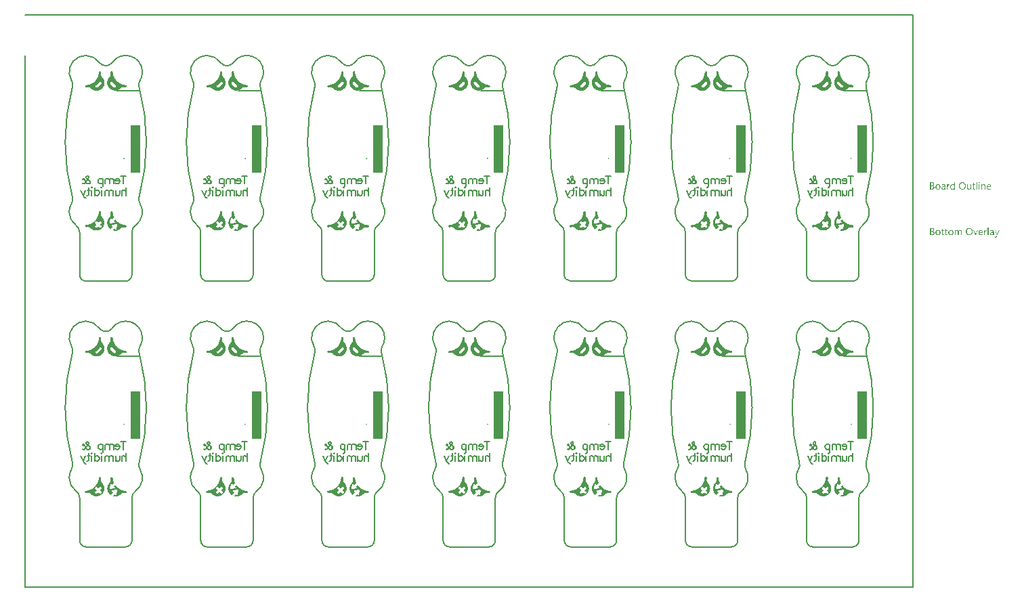
<source format=gbo>
G04*
G04 #@! TF.GenerationSoftware,Altium Limited,Altium Designer,21.9.2 (33)*
G04*
G04 Layer_Color=32896*
%FSAX25Y25*%
%MOIN*%
G70*
G04*
G04 #@! TF.SameCoordinates,F74DCD8C-1FE1-40F9-8AA5-51ABB7E45146*
G04*
G04*
G04 #@! TF.FilePolarity,Positive*
G04*
G01*
G75*
%ADD25C,0.00787*%
%ADD26C,0.00591*%
%ADD63R,0.04823X0.23622*%
G36*
X0375034Y0234085D02*
X0375097Y0234074D01*
X0375158Y0234057D01*
X0375216Y0234032D01*
X0375272Y0234002D01*
X0375324Y0233965D01*
X0375371Y0233923D01*
X0375413Y0233876D01*
X0375450Y0233824D01*
X0375480Y0233768D01*
X0375504Y0233710D01*
X0375522Y0233649D01*
X0375533Y0233587D01*
X0375536Y0233523D01*
X0375533Y0233474D01*
X0375534Y0233474D01*
X0375533D01*
X0375529Y0233418D01*
X0375501Y0233167D01*
X0375466Y0232917D01*
X0375466Y0232917D01*
X0375466Y0232917D01*
X0375465Y0232913D01*
X0375465Y0232913D01*
X0375455Y0232846D01*
X0375444Y0232726D01*
X0375440Y0232606D01*
X0375444Y0232485D01*
X0375455Y0232365D01*
X0375473Y0232246D01*
X0375498Y0232128D01*
X0375531Y0232012D01*
X0375570Y0231898D01*
X0375616Y0231787D01*
X0375669Y0231679D01*
X0375728Y0231574D01*
X0375793Y0231472D01*
X0375865Y0231376D01*
X0375942Y0231283D01*
X0376013Y0231208D01*
X0376013Y0231208D01*
X0376107Y0231109D01*
X0376220Y0230980D01*
X0376327Y0230847D01*
X0376428Y0230710D01*
X0376522Y0230568D01*
X0376611Y0230422D01*
X0376693Y0230272D01*
X0376769Y0230119D01*
X0376837Y0229963D01*
X0376899Y0229804D01*
X0376954Y0229642D01*
X0377002Y0229478D01*
X0377042Y0229312D01*
X0377076Y0229145D01*
X0377102Y0228976D01*
X0377120Y0228807D01*
X0377131Y0228636D01*
X0377135Y0228466D01*
X0377131Y0228295D01*
X0377120Y0228125D01*
X0377102Y0227955D01*
X0377076Y0227786D01*
X0377042Y0227619D01*
X0377002Y0227453D01*
X0376954Y0227289D01*
X0376899Y0227128D01*
X0376837Y0226969D01*
X0376769Y0226812D01*
X0376693Y0226659D01*
X0376611Y0226510D01*
X0376522Y0226364D01*
X0376428Y0226222D01*
X0376327Y0226084D01*
X0376220Y0225951D01*
X0376107Y0225823D01*
X0375989Y0225699D01*
X0375866Y0225582D01*
X0375738Y0225469D01*
X0375605Y0225362D01*
X0375467Y0225261D01*
X0375325Y0225166D01*
X0375179Y0225078D01*
X0375029Y0224996D01*
X0374876Y0224920D01*
X0374720Y0224851D01*
X0374561Y0224790D01*
X0374399Y0224735D01*
X0374236Y0224687D01*
X0374070Y0224646D01*
X0373903Y0224613D01*
X0373734Y0224587D01*
X0373564Y0224569D01*
X0373394Y0224557D01*
X0373223Y0224554D01*
X0373053Y0224557D01*
X0372882Y0224569D01*
X0372713Y0224587D01*
X0372544Y0224613D01*
X0372376Y0224646D01*
X0372211Y0224687D01*
X0372047Y0224735D01*
X0371885Y0224790D01*
X0371726Y0224851D01*
X0371570Y0224920D01*
X0371417Y0224996D01*
X0371267Y0225078D01*
X0371121Y0225166D01*
X0370979Y0225261D01*
X0370842Y0225362D01*
X0370709Y0225469D01*
X0370580Y0225582D01*
X0370479Y0225679D01*
X0370479Y0225679D01*
X0370402Y0225751D01*
X0370309Y0225828D01*
X0370213Y0225899D01*
X0370111Y0225965D01*
X0370006Y0226024D01*
X0369898Y0226077D01*
X0369787Y0226123D01*
X0369673Y0226162D01*
X0369557Y0226194D01*
X0369439Y0226220D01*
X0369320Y0226238D01*
X0369200Y0226249D01*
X0369079Y0226252D01*
X0368959Y0226249D01*
X0368839Y0226238D01*
X0368774Y0226228D01*
X0368774Y0226228D01*
X0368770Y0226227D01*
X0368770Y0226227D01*
X0368527Y0226193D01*
X0368276Y0226165D01*
X0368220Y0226161D01*
X0368220Y0226161D01*
X0368220Y0226161D01*
X0368171Y0226158D01*
X0368108Y0226162D01*
X0368046Y0226172D01*
X0367985Y0226190D01*
X0367927Y0226214D01*
X0367872Y0226244D01*
X0367820Y0226281D01*
X0367773Y0226323D01*
X0367731Y0226370D01*
X0367695Y0226421D01*
X0367664Y0226477D01*
X0367640Y0226535D01*
X0367623Y0226595D01*
X0367612Y0226658D01*
X0367608Y0226721D01*
X0367612Y0226784D01*
X0367623Y0226846D01*
X0367640Y0226906D01*
X0367664Y0226965D01*
X0367695Y0227020D01*
X0367731Y0227071D01*
X0367773Y0227118D01*
X0367820Y0227160D01*
X0367872Y0227197D01*
X0367927Y0227227D01*
X0367985Y0227252D01*
X0368046Y0227269D01*
X0368108Y0227280D01*
X0368122Y0227280D01*
X0368122Y0227281D01*
X0368123Y0227281D01*
X0368197Y0227287D01*
X0368422Y0227313D01*
X0368646Y0227346D01*
X0368868Y0227387D01*
X0369090Y0227434D01*
X0369309Y0227489D01*
X0369527Y0227552D01*
X0369742Y0227621D01*
X0369955Y0227697D01*
X0370166Y0227780D01*
X0370374Y0227870D01*
X0370578Y0227967D01*
X0370779Y0228070D01*
X0370977Y0228180D01*
X0371171Y0228297D01*
X0371361Y0228419D01*
X0371548Y0228548D01*
X0371729Y0228683D01*
X0371907Y0228824D01*
X0372079Y0228970D01*
X0372247Y0229122D01*
X0372410Y0229279D01*
X0372567Y0229442D01*
X0372719Y0229610D01*
X0372865Y0229782D01*
X0373006Y0229960D01*
X0373141Y0230141D01*
X0373270Y0230327D01*
X0373392Y0230518D01*
X0373509Y0230712D01*
X0373618Y0230909D01*
X0373722Y0231111D01*
X0373819Y0231315D01*
X0373909Y0231523D01*
X0373992Y0231733D01*
X0374068Y0231947D01*
X0374137Y0232162D01*
X0374199Y0232380D01*
X0374254Y0232599D01*
X0374302Y0232820D01*
X0374343Y0233043D01*
X0374376Y0233267D01*
X0374402Y0233492D01*
X0374408Y0233571D01*
X0374408Y0233572D01*
X0374409Y0233572D01*
X0374410Y0233587D01*
X0374420Y0233649D01*
X0374438Y0233710D01*
X0374462Y0233768D01*
X0374493Y0233824D01*
X0374530Y0233875D01*
X0374572Y0233923D01*
X0374619Y0233965D01*
X0374671Y0234002D01*
X0374726Y0234032D01*
X0374785Y0234057D01*
X0374846Y0234074D01*
X0374908Y0234085D01*
X0374971Y0234088D01*
X0375034Y0234085D01*
D02*
G37*
G36*
X0315401D02*
X0315463Y0234074D01*
X0315524Y0234057D01*
X0315582Y0234032D01*
X0315638Y0234002D01*
X0315690Y0233965D01*
X0315737Y0233923D01*
X0315779Y0233876D01*
X0315816Y0233824D01*
X0315846Y0233768D01*
X0315871Y0233710D01*
X0315888Y0233649D01*
X0315899Y0233587D01*
X0315902Y0233523D01*
X0315900Y0233474D01*
X0315900Y0233474D01*
X0315900D01*
X0315895Y0233418D01*
X0315867Y0233167D01*
X0315832Y0232917D01*
X0315832Y0232917D01*
X0315832Y0232917D01*
X0315831Y0232913D01*
X0315831Y0232913D01*
X0315821Y0232846D01*
X0315810Y0232726D01*
X0315807Y0232606D01*
X0315810Y0232485D01*
X0315821Y0232365D01*
X0315839Y0232246D01*
X0315864Y0232128D01*
X0315897Y0232012D01*
X0315936Y0231898D01*
X0315982Y0231787D01*
X0316035Y0231679D01*
X0316094Y0231574D01*
X0316160Y0231472D01*
X0316231Y0231376D01*
X0316308Y0231283D01*
X0316379Y0231208D01*
X0316379Y0231208D01*
X0316474Y0231109D01*
X0316586Y0230980D01*
X0316693Y0230847D01*
X0316794Y0230710D01*
X0316889Y0230568D01*
X0316977Y0230422D01*
X0317059Y0230272D01*
X0317135Y0230119D01*
X0317203Y0229963D01*
X0317265Y0229804D01*
X0317320Y0229642D01*
X0317368Y0229478D01*
X0317409Y0229312D01*
X0317442Y0229145D01*
X0317468Y0228976D01*
X0317486Y0228807D01*
X0317498Y0228636D01*
X0317501Y0228466D01*
X0317498Y0228295D01*
X0317486Y0228125D01*
X0317468Y0227955D01*
X0317442Y0227786D01*
X0317409Y0227619D01*
X0317368Y0227453D01*
X0317320Y0227289D01*
X0317265Y0227128D01*
X0317203Y0226969D01*
X0317135Y0226812D01*
X0317059Y0226659D01*
X0316977Y0226510D01*
X0316889Y0226364D01*
X0316794Y0226222D01*
X0316693Y0226084D01*
X0316586Y0225951D01*
X0316474Y0225823D01*
X0316355Y0225699D01*
X0316232Y0225582D01*
X0316104Y0225469D01*
X0315971Y0225362D01*
X0315833Y0225261D01*
X0315691Y0225166D01*
X0315545Y0225078D01*
X0315396Y0224996D01*
X0315243Y0224920D01*
X0315086Y0224851D01*
X0314927Y0224790D01*
X0314766Y0224735D01*
X0314602Y0224687D01*
X0314436Y0224646D01*
X0314269Y0224613D01*
X0314100Y0224587D01*
X0313930Y0224569D01*
X0313760Y0224557D01*
X0313589Y0224554D01*
X0313419Y0224557D01*
X0313248Y0224569D01*
X0313079Y0224587D01*
X0312910Y0224613D01*
X0312743Y0224646D01*
X0312577Y0224687D01*
X0312413Y0224735D01*
X0312251Y0224790D01*
X0312092Y0224851D01*
X0311936Y0224920D01*
X0311783Y0224996D01*
X0311633Y0225078D01*
X0311488Y0225166D01*
X0311346Y0225261D01*
X0311208Y0225362D01*
X0311075Y0225469D01*
X0310946Y0225582D01*
X0310845Y0225679D01*
X0310845Y0225679D01*
X0310768Y0225751D01*
X0310676Y0225828D01*
X0310579Y0225899D01*
X0310477Y0225965D01*
X0310372Y0226024D01*
X0310264Y0226077D01*
X0310153Y0226123D01*
X0310039Y0226162D01*
X0309923Y0226194D01*
X0309805Y0226220D01*
X0309686Y0226238D01*
X0309566Y0226249D01*
X0309446Y0226252D01*
X0309325Y0226249D01*
X0309205Y0226238D01*
X0309140Y0226228D01*
X0309140Y0226228D01*
X0309136Y0226227D01*
X0309136Y0226227D01*
X0308893Y0226193D01*
X0308642Y0226165D01*
X0308586Y0226161D01*
X0308586Y0226161D01*
X0308586Y0226161D01*
X0308537Y0226158D01*
X0308474Y0226162D01*
X0308412Y0226172D01*
X0308351Y0226190D01*
X0308293Y0226214D01*
X0308238Y0226244D01*
X0308187Y0226281D01*
X0308139Y0226323D01*
X0308097Y0226370D01*
X0308061Y0226421D01*
X0308030Y0226477D01*
X0308006Y0226535D01*
X0307989Y0226595D01*
X0307978Y0226658D01*
X0307975Y0226721D01*
X0307978Y0226784D01*
X0307989Y0226846D01*
X0308006Y0226906D01*
X0308030Y0226965D01*
X0308061Y0227020D01*
X0308097Y0227071D01*
X0308139Y0227118D01*
X0308187Y0227160D01*
X0308238Y0227197D01*
X0308293Y0227227D01*
X0308351Y0227252D01*
X0308412Y0227269D01*
X0308474Y0227280D01*
X0308488Y0227280D01*
X0308488Y0227281D01*
X0308489Y0227281D01*
X0308563Y0227287D01*
X0308788Y0227313D01*
X0309012Y0227346D01*
X0309235Y0227387D01*
X0309456Y0227434D01*
X0309675Y0227489D01*
X0309893Y0227552D01*
X0310108Y0227621D01*
X0310321Y0227697D01*
X0310532Y0227780D01*
X0310740Y0227870D01*
X0310944Y0227967D01*
X0311145Y0228070D01*
X0311343Y0228180D01*
X0311537Y0228297D01*
X0311728Y0228419D01*
X0311914Y0228548D01*
X0312095Y0228683D01*
X0312273Y0228824D01*
X0312445Y0228970D01*
X0312613Y0229122D01*
X0312776Y0229279D01*
X0312933Y0229442D01*
X0313085Y0229610D01*
X0313231Y0229782D01*
X0313372Y0229960D01*
X0313507Y0230141D01*
X0313636Y0230327D01*
X0313758Y0230518D01*
X0313875Y0230712D01*
X0313985Y0230909D01*
X0314088Y0231111D01*
X0314185Y0231315D01*
X0314275Y0231523D01*
X0314358Y0231733D01*
X0314434Y0231947D01*
X0314503Y0232162D01*
X0314565Y0232380D01*
X0314620Y0232599D01*
X0314668Y0232820D01*
X0314709Y0233043D01*
X0314742Y0233267D01*
X0314768Y0233492D01*
X0314774Y0233571D01*
X0314774Y0233572D01*
X0314775Y0233572D01*
X0314776Y0233587D01*
X0314787Y0233649D01*
X0314804Y0233710D01*
X0314828Y0233768D01*
X0314859Y0233824D01*
X0314896Y0233875D01*
X0314938Y0233923D01*
X0314985Y0233965D01*
X0315037Y0234002D01*
X0315092Y0234032D01*
X0315151Y0234057D01*
X0315212Y0234074D01*
X0315274Y0234085D01*
X0315337Y0234088D01*
X0315401Y0234085D01*
D02*
G37*
G36*
X0255767D02*
X0255829Y0234074D01*
X0255890Y0234057D01*
X0255949Y0234032D01*
X0256004Y0234002D01*
X0256056Y0233965D01*
X0256103Y0233923D01*
X0256145Y0233876D01*
X0256182Y0233824D01*
X0256213Y0233768D01*
X0256237Y0233710D01*
X0256254Y0233649D01*
X0256265Y0233587D01*
X0256269Y0233523D01*
X0256266Y0233474D01*
X0256266Y0233474D01*
X0256266D01*
X0256261Y0233418D01*
X0256234Y0233167D01*
X0256198Y0232917D01*
X0256198Y0232917D01*
X0256198Y0232917D01*
X0256197Y0232913D01*
X0256197Y0232913D01*
X0256187Y0232846D01*
X0256176Y0232726D01*
X0256173Y0232606D01*
X0256176Y0232485D01*
X0256187Y0232365D01*
X0256205Y0232246D01*
X0256231Y0232128D01*
X0256263Y0232012D01*
X0256302Y0231898D01*
X0256348Y0231787D01*
X0256401Y0231679D01*
X0256460Y0231574D01*
X0256526Y0231472D01*
X0256597Y0231376D01*
X0256674Y0231283D01*
X0256745Y0231208D01*
X0256745Y0231208D01*
X0256840Y0231109D01*
X0256952Y0230980D01*
X0257059Y0230847D01*
X0257160Y0230710D01*
X0257255Y0230568D01*
X0257343Y0230422D01*
X0257425Y0230272D01*
X0257501Y0230119D01*
X0257570Y0229963D01*
X0257632Y0229804D01*
X0257686Y0229642D01*
X0257734Y0229478D01*
X0257775Y0229312D01*
X0257808Y0229145D01*
X0257834Y0228976D01*
X0257853Y0228807D01*
X0257864Y0228636D01*
X0257868Y0228466D01*
X0257864Y0228295D01*
X0257853Y0228125D01*
X0257834Y0227955D01*
X0257808Y0227786D01*
X0257775Y0227619D01*
X0257734Y0227453D01*
X0257686Y0227289D01*
X0257632Y0227128D01*
X0257570Y0226969D01*
X0257501Y0226812D01*
X0257425Y0226659D01*
X0257343Y0226510D01*
X0257255Y0226364D01*
X0257160Y0226222D01*
X0257059Y0226084D01*
X0256952Y0225951D01*
X0256840Y0225823D01*
X0256722Y0225699D01*
X0256598Y0225582D01*
X0256470Y0225469D01*
X0256337Y0225362D01*
X0256199Y0225261D01*
X0256057Y0225166D01*
X0255911Y0225078D01*
X0255762Y0224996D01*
X0255609Y0224920D01*
X0255453Y0224851D01*
X0255293Y0224790D01*
X0255132Y0224735D01*
X0254968Y0224687D01*
X0254802Y0224646D01*
X0254635Y0224613D01*
X0254466Y0224587D01*
X0254296Y0224569D01*
X0254126Y0224557D01*
X0253956Y0224554D01*
X0253785Y0224557D01*
X0253615Y0224569D01*
X0253445Y0224587D01*
X0253276Y0224613D01*
X0253109Y0224646D01*
X0252943Y0224687D01*
X0252779Y0224735D01*
X0252618Y0224790D01*
X0252459Y0224851D01*
X0252302Y0224920D01*
X0252149Y0224996D01*
X0252000Y0225078D01*
X0251854Y0225166D01*
X0251712Y0225261D01*
X0251574Y0225362D01*
X0251441Y0225469D01*
X0251313Y0225582D01*
X0251211Y0225679D01*
X0251211Y0225679D01*
X0251134Y0225751D01*
X0251042Y0225828D01*
X0250945Y0225899D01*
X0250844Y0225965D01*
X0250739Y0226024D01*
X0250630Y0226077D01*
X0250519Y0226123D01*
X0250405Y0226162D01*
X0250289Y0226194D01*
X0250171Y0226220D01*
X0250052Y0226238D01*
X0249932Y0226249D01*
X0249812Y0226252D01*
X0249691Y0226249D01*
X0249571Y0226238D01*
X0249506Y0226228D01*
X0249506Y0226228D01*
X0249502Y0226227D01*
X0249502Y0226227D01*
X0249260Y0226193D01*
X0249008Y0226165D01*
X0248952Y0226161D01*
X0248952Y0226161D01*
X0248952Y0226161D01*
X0248903Y0226158D01*
X0248840Y0226162D01*
X0248778Y0226172D01*
X0248718Y0226190D01*
X0248659Y0226214D01*
X0248604Y0226244D01*
X0248553Y0226281D01*
X0248506Y0226323D01*
X0248464Y0226370D01*
X0248427Y0226421D01*
X0248396Y0226477D01*
X0248372Y0226535D01*
X0248355Y0226595D01*
X0248344Y0226658D01*
X0248341Y0226721D01*
X0248344Y0226784D01*
X0248355Y0226846D01*
X0248372Y0226906D01*
X0248396Y0226965D01*
X0248427Y0227020D01*
X0248464Y0227071D01*
X0248506Y0227118D01*
X0248553Y0227160D01*
X0248604Y0227197D01*
X0248659Y0227227D01*
X0248718Y0227252D01*
X0248778Y0227269D01*
X0248840Y0227280D01*
X0248854Y0227280D01*
X0248854Y0227281D01*
X0248855Y0227281D01*
X0248930Y0227287D01*
X0249154Y0227313D01*
X0249378Y0227346D01*
X0249601Y0227387D01*
X0249822Y0227434D01*
X0250042Y0227489D01*
X0250259Y0227552D01*
X0250475Y0227621D01*
X0250688Y0227697D01*
X0250898Y0227780D01*
X0251106Y0227870D01*
X0251310Y0227967D01*
X0251512Y0228070D01*
X0251710Y0228180D01*
X0251904Y0228297D01*
X0252094Y0228419D01*
X0252280Y0228548D01*
X0252462Y0228683D01*
X0252639Y0228824D01*
X0252812Y0228970D01*
X0252979Y0229122D01*
X0253142Y0229279D01*
X0253299Y0229442D01*
X0253451Y0229610D01*
X0253597Y0229782D01*
X0253738Y0229960D01*
X0253873Y0230141D01*
X0254002Y0230327D01*
X0254124Y0230518D01*
X0254241Y0230712D01*
X0254351Y0230909D01*
X0254454Y0231111D01*
X0254551Y0231315D01*
X0254641Y0231523D01*
X0254724Y0231733D01*
X0254800Y0231947D01*
X0254870Y0232162D01*
X0254932Y0232380D01*
X0254987Y0232599D01*
X0255034Y0232820D01*
X0255075Y0233043D01*
X0255108Y0233267D01*
X0255134Y0233492D01*
X0255140Y0233571D01*
X0255141Y0233572D01*
X0255141Y0233572D01*
X0255142Y0233587D01*
X0255153Y0233649D01*
X0255170Y0233710D01*
X0255194Y0233768D01*
X0255225Y0233824D01*
X0255262Y0233875D01*
X0255304Y0233923D01*
X0255351Y0233965D01*
X0255403Y0234002D01*
X0255458Y0234032D01*
X0255517Y0234057D01*
X0255578Y0234074D01*
X0255640Y0234085D01*
X0255703Y0234088D01*
X0255767Y0234085D01*
D02*
G37*
G36*
X0196133D02*
X0196195Y0234074D01*
X0196256Y0234057D01*
X0196315Y0234032D01*
X0196370Y0234002D01*
X0196422Y0233965D01*
X0196469Y0233923D01*
X0196511Y0233876D01*
X0196548Y0233824D01*
X0196579Y0233768D01*
X0196603Y0233710D01*
X0196621Y0233649D01*
X0196631Y0233587D01*
X0196635Y0233523D01*
X0196632Y0233474D01*
X0196632Y0233474D01*
X0196632D01*
X0196627Y0233418D01*
X0196600Y0233167D01*
X0196564Y0232917D01*
X0196564Y0232917D01*
X0196564Y0232917D01*
X0196563Y0232913D01*
X0196564Y0232913D01*
X0196553Y0232846D01*
X0196543Y0232726D01*
X0196539Y0232606D01*
X0196543Y0232485D01*
X0196553Y0232365D01*
X0196572Y0232246D01*
X0196597Y0232128D01*
X0196629Y0232012D01*
X0196668Y0231898D01*
X0196714Y0231787D01*
X0196767Y0231679D01*
X0196827Y0231574D01*
X0196892Y0231472D01*
X0196963Y0231376D01*
X0197040Y0231283D01*
X0197111Y0231208D01*
X0197111Y0231208D01*
X0197206Y0231109D01*
X0197318Y0230980D01*
X0197425Y0230847D01*
X0197526Y0230710D01*
X0197621Y0230568D01*
X0197710Y0230422D01*
X0197792Y0230272D01*
X0197867Y0230119D01*
X0197936Y0229963D01*
X0197998Y0229804D01*
X0198053Y0229642D01*
X0198100Y0229478D01*
X0198141Y0229312D01*
X0198174Y0229145D01*
X0198200Y0228976D01*
X0198219Y0228807D01*
X0198230Y0228636D01*
X0198234Y0228466D01*
X0198230Y0228295D01*
X0198219Y0228125D01*
X0198200Y0227955D01*
X0198174Y0227786D01*
X0198141Y0227619D01*
X0198100Y0227453D01*
X0198053Y0227289D01*
X0197998Y0227128D01*
X0197936Y0226969D01*
X0197867Y0226812D01*
X0197792Y0226659D01*
X0197710Y0226510D01*
X0197621Y0226364D01*
X0197526Y0226222D01*
X0197425Y0226084D01*
X0197318Y0225951D01*
X0197206Y0225823D01*
X0197088Y0225699D01*
X0196965Y0225582D01*
X0196836Y0225469D01*
X0196703Y0225362D01*
X0196565Y0225261D01*
X0196424Y0225166D01*
X0196278Y0225078D01*
X0196128Y0224996D01*
X0195975Y0224920D01*
X0195819Y0224851D01*
X0195660Y0224790D01*
X0195498Y0224735D01*
X0195334Y0224687D01*
X0195168Y0224646D01*
X0195001Y0224613D01*
X0194832Y0224587D01*
X0194663Y0224569D01*
X0194492Y0224557D01*
X0194322Y0224554D01*
X0194151Y0224557D01*
X0193981Y0224569D01*
X0193811Y0224587D01*
X0193642Y0224613D01*
X0193475Y0224646D01*
X0193309Y0224687D01*
X0193145Y0224735D01*
X0192984Y0224790D01*
X0192825Y0224851D01*
X0192668Y0224920D01*
X0192515Y0224996D01*
X0192366Y0225078D01*
X0192220Y0225166D01*
X0192078Y0225261D01*
X0191940Y0225362D01*
X0191807Y0225469D01*
X0191679Y0225582D01*
X0191577Y0225679D01*
X0191577Y0225679D01*
X0191500Y0225751D01*
X0191408Y0225828D01*
X0191311Y0225899D01*
X0191210Y0225965D01*
X0191105Y0226024D01*
X0190997Y0226077D01*
X0190885Y0226123D01*
X0190771Y0226162D01*
X0190655Y0226194D01*
X0190538Y0226220D01*
X0190418Y0226238D01*
X0190298Y0226249D01*
X0190178Y0226252D01*
X0190058Y0226249D01*
X0189938Y0226238D01*
X0189873Y0226228D01*
X0189872Y0226228D01*
X0189868Y0226227D01*
X0189868Y0226227D01*
X0189626Y0226193D01*
X0189374Y0226165D01*
X0189319Y0226161D01*
X0189319Y0226161D01*
X0189319Y0226161D01*
X0189270Y0226158D01*
X0189207Y0226162D01*
X0189144Y0226172D01*
X0189084Y0226190D01*
X0189025Y0226214D01*
X0188970Y0226244D01*
X0188919Y0226281D01*
X0188872Y0226323D01*
X0188830Y0226370D01*
X0188793Y0226421D01*
X0188763Y0226477D01*
X0188739Y0226535D01*
X0188721Y0226595D01*
X0188710Y0226658D01*
X0188707Y0226721D01*
X0188710Y0226784D01*
X0188721Y0226846D01*
X0188739Y0226906D01*
X0188763Y0226965D01*
X0188793Y0227020D01*
X0188830Y0227071D01*
X0188872Y0227118D01*
X0188919Y0227160D01*
X0188970Y0227197D01*
X0189025Y0227227D01*
X0189084Y0227252D01*
X0189144Y0227269D01*
X0189207Y0227280D01*
X0189221Y0227280D01*
X0189220Y0227281D01*
X0189221Y0227281D01*
X0189296Y0227287D01*
X0189521Y0227313D01*
X0189744Y0227346D01*
X0189967Y0227387D01*
X0190188Y0227434D01*
X0190408Y0227489D01*
X0190625Y0227552D01*
X0190841Y0227621D01*
X0191054Y0227697D01*
X0191264Y0227780D01*
X0191472Y0227870D01*
X0191676Y0227967D01*
X0191878Y0228070D01*
X0192076Y0228180D01*
X0192270Y0228297D01*
X0192460Y0228419D01*
X0192646Y0228548D01*
X0192828Y0228683D01*
X0193005Y0228824D01*
X0193178Y0228970D01*
X0193345Y0229122D01*
X0193508Y0229279D01*
X0193665Y0229442D01*
X0193817Y0229610D01*
X0193964Y0229782D01*
X0194104Y0229960D01*
X0194239Y0230141D01*
X0194368Y0230327D01*
X0194491Y0230518D01*
X0194607Y0230712D01*
X0194717Y0230909D01*
X0194820Y0231111D01*
X0194917Y0231315D01*
X0195007Y0231523D01*
X0195090Y0231733D01*
X0195167Y0231947D01*
X0195236Y0232162D01*
X0195298Y0232380D01*
X0195353Y0232599D01*
X0195401Y0232820D01*
X0195441Y0233043D01*
X0195474Y0233267D01*
X0195500Y0233492D01*
X0195507Y0233571D01*
X0195507Y0233572D01*
X0195507Y0233572D01*
X0195508Y0233587D01*
X0195519Y0233649D01*
X0195536Y0233710D01*
X0195561Y0233768D01*
X0195591Y0233824D01*
X0195628Y0233875D01*
X0195670Y0233923D01*
X0195717Y0233965D01*
X0195769Y0234002D01*
X0195825Y0234032D01*
X0195883Y0234057D01*
X0195944Y0234074D01*
X0196006Y0234085D01*
X0196070Y0234088D01*
X0196133Y0234085D01*
D02*
G37*
G36*
X0136499D02*
X0136562Y0234074D01*
X0136622Y0234057D01*
X0136681Y0234032D01*
X0136736Y0234002D01*
X0136788Y0233965D01*
X0136835Y0233923D01*
X0136878Y0233876D01*
X0136914Y0233824D01*
X0136945Y0233768D01*
X0136969Y0233710D01*
X0136987Y0233649D01*
X0136997Y0233587D01*
X0137001Y0233523D01*
X0136998Y0233474D01*
X0136998Y0233474D01*
X0136998D01*
X0136994Y0233418D01*
X0136966Y0233167D01*
X0136930Y0232917D01*
X0136930Y0232917D01*
X0136930Y0232917D01*
X0136930Y0232913D01*
X0136930Y0232913D01*
X0136919Y0232846D01*
X0136909Y0232726D01*
X0136905Y0232606D01*
X0136909Y0232485D01*
X0136919Y0232365D01*
X0136938Y0232246D01*
X0136963Y0232128D01*
X0136995Y0232012D01*
X0137035Y0231898D01*
X0137081Y0231787D01*
X0137133Y0231679D01*
X0137193Y0231574D01*
X0137258Y0231472D01*
X0137329Y0231376D01*
X0137407Y0231283D01*
X0137477Y0231208D01*
X0137477Y0231208D01*
X0137572Y0231109D01*
X0137685Y0230980D01*
X0137791Y0230847D01*
X0137892Y0230710D01*
X0137987Y0230568D01*
X0138076Y0230422D01*
X0138158Y0230272D01*
X0138233Y0230119D01*
X0138302Y0229963D01*
X0138364Y0229804D01*
X0138419Y0229642D01*
X0138467Y0229478D01*
X0138507Y0229312D01*
X0138540Y0229145D01*
X0138566Y0228976D01*
X0138585Y0228807D01*
X0138596Y0228636D01*
X0138600Y0228466D01*
X0138596Y0228295D01*
X0138585Y0228125D01*
X0138566Y0227955D01*
X0138540Y0227786D01*
X0138507Y0227619D01*
X0138467Y0227453D01*
X0138419Y0227289D01*
X0138364Y0227128D01*
X0138302Y0226969D01*
X0138233Y0226812D01*
X0138158Y0226659D01*
X0138076Y0226510D01*
X0137987Y0226364D01*
X0137892Y0226222D01*
X0137791Y0226084D01*
X0137685Y0225951D01*
X0137572Y0225823D01*
X0137454Y0225699D01*
X0137331Y0225582D01*
X0137202Y0225469D01*
X0137069Y0225362D01*
X0136932Y0225261D01*
X0136790Y0225166D01*
X0136644Y0225078D01*
X0136494Y0224996D01*
X0136341Y0224920D01*
X0136185Y0224851D01*
X0136026Y0224790D01*
X0135864Y0224735D01*
X0135700Y0224687D01*
X0135535Y0224646D01*
X0135367Y0224613D01*
X0135198Y0224587D01*
X0135029Y0224569D01*
X0134859Y0224557D01*
X0134688Y0224554D01*
X0134517Y0224557D01*
X0134347Y0224569D01*
X0134177Y0224587D01*
X0134009Y0224613D01*
X0133841Y0224646D01*
X0133675Y0224687D01*
X0133511Y0224735D01*
X0133350Y0224790D01*
X0133191Y0224851D01*
X0133035Y0224920D01*
X0132881Y0224996D01*
X0132732Y0225078D01*
X0132586Y0225166D01*
X0132444Y0225261D01*
X0132306Y0225362D01*
X0132173Y0225469D01*
X0132045Y0225582D01*
X0131943Y0225679D01*
X0131943Y0225679D01*
X0131867Y0225751D01*
X0131774Y0225828D01*
X0131677Y0225899D01*
X0131576Y0225965D01*
X0131471Y0226024D01*
X0131363Y0226077D01*
X0131251Y0226123D01*
X0131138Y0226162D01*
X0131021Y0226194D01*
X0130904Y0226220D01*
X0130785Y0226238D01*
X0130665Y0226249D01*
X0130544Y0226252D01*
X0130424Y0226249D01*
X0130304Y0226238D01*
X0130239Y0226228D01*
X0130238Y0226228D01*
X0130234Y0226227D01*
X0130234Y0226227D01*
X0129992Y0226193D01*
X0129741Y0226165D01*
X0129685Y0226161D01*
X0129685Y0226161D01*
X0129685Y0226161D01*
X0129636Y0226158D01*
X0129573Y0226162D01*
X0129510Y0226172D01*
X0129450Y0226190D01*
X0129392Y0226214D01*
X0129336Y0226244D01*
X0129285Y0226281D01*
X0129238Y0226323D01*
X0129196Y0226370D01*
X0129159Y0226421D01*
X0129129Y0226477D01*
X0129105Y0226535D01*
X0129087Y0226595D01*
X0129077Y0226658D01*
X0129073Y0226721D01*
X0129077Y0226784D01*
X0129087Y0226846D01*
X0129105Y0226906D01*
X0129129Y0226965D01*
X0129159Y0227020D01*
X0129196Y0227071D01*
X0129238Y0227118D01*
X0129285Y0227160D01*
X0129336Y0227197D01*
X0129392Y0227227D01*
X0129450Y0227252D01*
X0129510Y0227269D01*
X0129573Y0227280D01*
X0129587Y0227280D01*
X0129587Y0227281D01*
X0129587Y0227281D01*
X0129662Y0227287D01*
X0129887Y0227313D01*
X0130111Y0227346D01*
X0130333Y0227387D01*
X0130554Y0227434D01*
X0130774Y0227489D01*
X0130991Y0227552D01*
X0131207Y0227621D01*
X0131420Y0227697D01*
X0131631Y0227780D01*
X0131838Y0227870D01*
X0132043Y0227967D01*
X0132244Y0228070D01*
X0132442Y0228180D01*
X0132636Y0228297D01*
X0132826Y0228419D01*
X0133012Y0228548D01*
X0133194Y0228683D01*
X0133371Y0228824D01*
X0133544Y0228970D01*
X0133712Y0229122D01*
X0133874Y0229279D01*
X0134031Y0229442D01*
X0134183Y0229610D01*
X0134330Y0229782D01*
X0134470Y0229960D01*
X0134605Y0230141D01*
X0134734Y0230327D01*
X0134857Y0230518D01*
X0134973Y0230712D01*
X0135083Y0230909D01*
X0135187Y0231111D01*
X0135283Y0231315D01*
X0135373Y0231523D01*
X0135456Y0231733D01*
X0135533Y0231947D01*
X0135602Y0232162D01*
X0135664Y0232380D01*
X0135719Y0232599D01*
X0135767Y0232820D01*
X0135807Y0233043D01*
X0135840Y0233267D01*
X0135866Y0233492D01*
X0135873Y0233571D01*
X0135873Y0233572D01*
X0135874Y0233572D01*
X0135874Y0233587D01*
X0135885Y0233649D01*
X0135903Y0233710D01*
X0135927Y0233768D01*
X0135958Y0233824D01*
X0135994Y0233875D01*
X0136036Y0233923D01*
X0136084Y0233965D01*
X0136135Y0234002D01*
X0136191Y0234032D01*
X0136249Y0234057D01*
X0136310Y0234074D01*
X0136373Y0234085D01*
X0136436Y0234088D01*
X0136499Y0234085D01*
D02*
G37*
G36*
X0076865D02*
X0076928Y0234074D01*
X0076989Y0234057D01*
X0077047Y0234032D01*
X0077103Y0234002D01*
X0077154Y0233965D01*
X0077201Y0233923D01*
X0077244Y0233876D01*
X0077280Y0233824D01*
X0077311Y0233768D01*
X0077335Y0233710D01*
X0077353Y0233649D01*
X0077363Y0233587D01*
X0077367Y0233523D01*
X0077364Y0233474D01*
X0077364Y0233474D01*
X0077364D01*
X0077360Y0233418D01*
X0077332Y0233167D01*
X0077297Y0232917D01*
X0077297Y0232917D01*
X0077297Y0232917D01*
X0077296Y0232913D01*
X0077296Y0232913D01*
X0077286Y0232846D01*
X0077275Y0232726D01*
X0077271Y0232606D01*
X0077275Y0232485D01*
X0077286Y0232365D01*
X0077304Y0232246D01*
X0077329Y0232128D01*
X0077362Y0232012D01*
X0077401Y0231898D01*
X0077447Y0231787D01*
X0077500Y0231679D01*
X0077559Y0231574D01*
X0077624Y0231472D01*
X0077696Y0231376D01*
X0077773Y0231283D01*
X0077844Y0231208D01*
X0077843Y0231208D01*
X0077938Y0231109D01*
X0078051Y0230980D01*
X0078158Y0230847D01*
X0078259Y0230710D01*
X0078353Y0230568D01*
X0078442Y0230422D01*
X0078524Y0230272D01*
X0078599Y0230119D01*
X0078668Y0229963D01*
X0078730Y0229804D01*
X0078785Y0229642D01*
X0078833Y0229478D01*
X0078873Y0229312D01*
X0078907Y0229145D01*
X0078932Y0228976D01*
X0078951Y0228807D01*
X0078962Y0228636D01*
X0078966Y0228466D01*
X0078962Y0228295D01*
X0078951Y0228125D01*
X0078932Y0227955D01*
X0078907Y0227786D01*
X0078873Y0227619D01*
X0078833Y0227453D01*
X0078785Y0227289D01*
X0078730Y0227128D01*
X0078668Y0226969D01*
X0078599Y0226812D01*
X0078524Y0226659D01*
X0078442Y0226510D01*
X0078353Y0226364D01*
X0078259Y0226222D01*
X0078158Y0226084D01*
X0078051Y0225951D01*
X0077938Y0225823D01*
X0077820Y0225699D01*
X0077697Y0225582D01*
X0077569Y0225469D01*
X0077435Y0225362D01*
X0077298Y0225261D01*
X0077156Y0225166D01*
X0077010Y0225078D01*
X0076860Y0224996D01*
X0076707Y0224920D01*
X0076551Y0224851D01*
X0076392Y0224790D01*
X0076230Y0224735D01*
X0076066Y0224687D01*
X0075901Y0224646D01*
X0075733Y0224613D01*
X0075565Y0224587D01*
X0075395Y0224569D01*
X0075225Y0224557D01*
X0075054Y0224554D01*
X0074883Y0224557D01*
X0074713Y0224569D01*
X0074543Y0224587D01*
X0074375Y0224613D01*
X0074207Y0224646D01*
X0074041Y0224687D01*
X0073878Y0224735D01*
X0073716Y0224790D01*
X0073557Y0224851D01*
X0073401Y0224920D01*
X0073248Y0224996D01*
X0073098Y0225078D01*
X0072952Y0225166D01*
X0072810Y0225261D01*
X0072673Y0225362D01*
X0072540Y0225469D01*
X0072411Y0225582D01*
X0072309Y0225679D01*
X0072309Y0225679D01*
X0072233Y0225751D01*
X0072140Y0225828D01*
X0072043Y0225899D01*
X0071942Y0225965D01*
X0071837Y0226024D01*
X0071729Y0226077D01*
X0071618Y0226123D01*
X0071504Y0226162D01*
X0071388Y0226194D01*
X0071270Y0226220D01*
X0071151Y0226238D01*
X0071031Y0226249D01*
X0070910Y0226252D01*
X0070790Y0226249D01*
X0070670Y0226238D01*
X0070605Y0226228D01*
X0070604Y0226228D01*
X0070600Y0226227D01*
X0070600Y0226227D01*
X0070358Y0226193D01*
X0070107Y0226165D01*
X0070051Y0226161D01*
X0070051Y0226161D01*
X0070051Y0226161D01*
X0070002Y0226158D01*
X0069939Y0226162D01*
X0069877Y0226172D01*
X0069816Y0226190D01*
X0069758Y0226214D01*
X0069703Y0226244D01*
X0069651Y0226281D01*
X0069604Y0226323D01*
X0069562Y0226370D01*
X0069525Y0226421D01*
X0069495Y0226477D01*
X0069471Y0226535D01*
X0069453Y0226595D01*
X0069443Y0226658D01*
X0069439Y0226721D01*
X0069443Y0226784D01*
X0069453Y0226846D01*
X0069471Y0226906D01*
X0069495Y0226965D01*
X0069525Y0227020D01*
X0069562Y0227071D01*
X0069604Y0227118D01*
X0069651Y0227160D01*
X0069703Y0227197D01*
X0069758Y0227227D01*
X0069816Y0227252D01*
X0069877Y0227269D01*
X0069939Y0227280D01*
X0069953Y0227280D01*
X0069953Y0227281D01*
X0069953Y0227281D01*
X0070028Y0227287D01*
X0070253Y0227313D01*
X0070477Y0227346D01*
X0070699Y0227387D01*
X0070920Y0227434D01*
X0071140Y0227489D01*
X0071358Y0227552D01*
X0071573Y0227621D01*
X0071786Y0227697D01*
X0071997Y0227780D01*
X0072204Y0227870D01*
X0072409Y0227967D01*
X0072610Y0228070D01*
X0072808Y0228180D01*
X0073002Y0228297D01*
X0073192Y0228419D01*
X0073378Y0228548D01*
X0073560Y0228683D01*
X0073737Y0228824D01*
X0073910Y0228970D01*
X0074078Y0229122D01*
X0074240Y0229279D01*
X0074398Y0229442D01*
X0074550Y0229610D01*
X0074696Y0229782D01*
X0074837Y0229960D01*
X0074971Y0230141D01*
X0075100Y0230327D01*
X0075223Y0230518D01*
X0075339Y0230712D01*
X0075449Y0230909D01*
X0075553Y0231111D01*
X0075649Y0231315D01*
X0075739Y0231523D01*
X0075823Y0231733D01*
X0075899Y0231947D01*
X0075968Y0232162D01*
X0076030Y0232380D01*
X0076085Y0232599D01*
X0076133Y0232820D01*
X0076173Y0233043D01*
X0076207Y0233267D01*
X0076232Y0233492D01*
X0076239Y0233571D01*
X0076239Y0233572D01*
X0076240Y0233572D01*
X0076241Y0233587D01*
X0076251Y0233649D01*
X0076269Y0233710D01*
X0076293Y0233768D01*
X0076324Y0233824D01*
X0076360Y0233875D01*
X0076402Y0233923D01*
X0076450Y0233965D01*
X0076501Y0234002D01*
X0076557Y0234032D01*
X0076615Y0234057D01*
X0076676Y0234074D01*
X0076739Y0234085D01*
X0076802Y0234088D01*
X0076865Y0234085D01*
D02*
G37*
G36*
X0017231D02*
X0017294Y0234074D01*
X0017355Y0234057D01*
X0017413Y0234032D01*
X0017469Y0234002D01*
X0017520Y0233965D01*
X0017568Y0233923D01*
X0017610Y0233876D01*
X0017647Y0233824D01*
X0017677Y0233768D01*
X0017701Y0233710D01*
X0017719Y0233649D01*
X0017730Y0233587D01*
X0017733Y0233523D01*
X0017730Y0233474D01*
X0017730Y0233474D01*
X0017730D01*
X0017726Y0233418D01*
X0017698Y0233167D01*
X0017663Y0232917D01*
X0017663Y0232917D01*
X0017663Y0232917D01*
X0017662Y0232913D01*
X0017662Y0232913D01*
X0017652Y0232846D01*
X0017641Y0232726D01*
X0017637Y0232606D01*
X0017641Y0232485D01*
X0017652Y0232365D01*
X0017670Y0232246D01*
X0017695Y0232128D01*
X0017728Y0232012D01*
X0017767Y0231898D01*
X0017813Y0231787D01*
X0017866Y0231679D01*
X0017925Y0231574D01*
X0017990Y0231472D01*
X0018062Y0231376D01*
X0018139Y0231283D01*
X0018210Y0231208D01*
X0018210Y0231208D01*
X0018304Y0231109D01*
X0018417Y0230980D01*
X0018524Y0230847D01*
X0018625Y0230710D01*
X0018720Y0230568D01*
X0018808Y0230422D01*
X0018890Y0230272D01*
X0018966Y0230119D01*
X0019034Y0229963D01*
X0019096Y0229804D01*
X0019151Y0229642D01*
X0019199Y0229478D01*
X0019239Y0229312D01*
X0019273Y0229145D01*
X0019299Y0228976D01*
X0019317Y0228807D01*
X0019328Y0228636D01*
X0019332Y0228466D01*
X0019328Y0228295D01*
X0019317Y0228125D01*
X0019299Y0227955D01*
X0019273Y0227786D01*
X0019239Y0227619D01*
X0019199Y0227453D01*
X0019151Y0227289D01*
X0019096Y0227128D01*
X0019034Y0226969D01*
X0018966Y0226812D01*
X0018890Y0226659D01*
X0018808Y0226510D01*
X0018720Y0226364D01*
X0018625Y0226222D01*
X0018524Y0226084D01*
X0018417Y0225951D01*
X0018304Y0225823D01*
X0018186Y0225699D01*
X0018063Y0225582D01*
X0017935Y0225469D01*
X0017802Y0225362D01*
X0017664Y0225261D01*
X0017522Y0225166D01*
X0017376Y0225078D01*
X0017226Y0224996D01*
X0017073Y0224920D01*
X0016917Y0224851D01*
X0016758Y0224790D01*
X0016597Y0224735D01*
X0016433Y0224687D01*
X0016267Y0224646D01*
X0016100Y0224613D01*
X0015931Y0224587D01*
X0015761Y0224569D01*
X0015591Y0224557D01*
X0015420Y0224554D01*
X0015249Y0224557D01*
X0015079Y0224569D01*
X0014910Y0224587D01*
X0014741Y0224613D01*
X0014573Y0224646D01*
X0014408Y0224687D01*
X0014244Y0224735D01*
X0014082Y0224790D01*
X0013923Y0224851D01*
X0013767Y0224920D01*
X0013614Y0224996D01*
X0013464Y0225078D01*
X0013318Y0225166D01*
X0013176Y0225261D01*
X0013039Y0225362D01*
X0012906Y0225469D01*
X0012777Y0225582D01*
X0012676Y0225679D01*
X0012676Y0225679D01*
X0012599Y0225751D01*
X0012506Y0225828D01*
X0012409Y0225899D01*
X0012308Y0225965D01*
X0012203Y0226024D01*
X0012095Y0226077D01*
X0011984Y0226123D01*
X0011870Y0226162D01*
X0011754Y0226194D01*
X0011636Y0226220D01*
X0011517Y0226238D01*
X0011397Y0226249D01*
X0011276Y0226252D01*
X0011156Y0226249D01*
X0011036Y0226238D01*
X0010971Y0226228D01*
X0010971Y0226228D01*
X0010967Y0226227D01*
X0010967Y0226227D01*
X0010724Y0226193D01*
X0010473Y0226165D01*
X0010417Y0226161D01*
X0010417Y0226161D01*
X0010417Y0226160D01*
X0010417Y0226160D01*
X0010417Y0226161D01*
X0010417Y0226161D01*
X0010368Y0226158D01*
X0010305Y0226162D01*
X0010243Y0226172D01*
X0010182Y0226190D01*
X0010124Y0226214D01*
X0010069Y0226244D01*
X0010017Y0226281D01*
X0009970Y0226323D01*
X0009928Y0226370D01*
X0009892Y0226421D01*
X0009861Y0226477D01*
X0009837Y0226535D01*
X0009820Y0226595D01*
X0009809Y0226658D01*
X0009805Y0226721D01*
X0009809Y0226784D01*
X0009820Y0226846D01*
X0009837Y0226906D01*
X0009861Y0226965D01*
X0009892Y0227020D01*
X0009928Y0227071D01*
X0009970Y0227118D01*
X0010017Y0227160D01*
X0010069Y0227197D01*
X0010124Y0227227D01*
X0010182Y0227252D01*
X0010243Y0227269D01*
X0010305Y0227280D01*
X0010319Y0227280D01*
X0010319Y0227281D01*
X0010319Y0227281D01*
X0010394Y0227287D01*
X0010619Y0227313D01*
X0010843Y0227346D01*
X0011066Y0227387D01*
X0011287Y0227434D01*
X0011506Y0227489D01*
X0011724Y0227552D01*
X0011939Y0227621D01*
X0012152Y0227697D01*
X0012363Y0227780D01*
X0012570Y0227870D01*
X0012775Y0227967D01*
X0012976Y0228070D01*
X0013174Y0228180D01*
X0013368Y0228297D01*
X0013558Y0228419D01*
X0013745Y0228548D01*
X0013926Y0228683D01*
X0014104Y0228824D01*
X0014276Y0228970D01*
X0014444Y0229122D01*
X0014606Y0229279D01*
X0014764Y0229442D01*
X0014916Y0229610D01*
X0015062Y0229782D01*
X0015203Y0229960D01*
X0015338Y0230141D01*
X0015466Y0230327D01*
X0015589Y0230518D01*
X0015705Y0230712D01*
X0015815Y0230909D01*
X0015919Y0231111D01*
X0016015Y0231315D01*
X0016105Y0231523D01*
X0016189Y0231733D01*
X0016265Y0231947D01*
X0016334Y0232162D01*
X0016396Y0232380D01*
X0016451Y0232599D01*
X0016499Y0232820D01*
X0016540Y0233043D01*
X0016573Y0233267D01*
X0016599Y0233492D01*
X0016605Y0233571D01*
X0016605Y0233572D01*
X0016606Y0233572D01*
X0016607Y0233587D01*
X0016617Y0233649D01*
X0016635Y0233710D01*
X0016659Y0233768D01*
X0016690Y0233824D01*
X0016726Y0233875D01*
X0016769Y0233923D01*
X0016816Y0233965D01*
X0016868Y0234002D01*
X0016923Y0234032D01*
X0016982Y0234057D01*
X0017042Y0234074D01*
X0017105Y0234085D01*
X0017168Y0234088D01*
X0017231Y0234085D01*
D02*
G37*
G36*
X0380723Y0234146D02*
X0380785Y0234136D01*
X0380846Y0234118D01*
X0380904Y0234094D01*
X0380959Y0234064D01*
X0381011Y0234027D01*
X0381058Y0233985D01*
X0381100Y0233938D01*
X0381136Y0233887D01*
X0381167Y0233832D01*
X0381191Y0233773D01*
X0381209Y0233713D01*
X0381219Y0233650D01*
X0381220Y0233636D01*
X0381221Y0233636D01*
X0381221Y0233636D01*
X0381227Y0233561D01*
X0381253Y0233336D01*
X0381286Y0233113D01*
X0381326Y0232890D01*
X0381374Y0232669D01*
X0381429Y0232449D01*
X0381491Y0232232D01*
X0381560Y0232016D01*
X0381637Y0231803D01*
X0381720Y0231593D01*
X0381810Y0231385D01*
X0381907Y0231180D01*
X0382010Y0230979D01*
X0382120Y0230781D01*
X0382236Y0230587D01*
X0382359Y0230397D01*
X0382488Y0230211D01*
X0382623Y0230029D01*
X0382763Y0229852D01*
X0382910Y0229679D01*
X0383062Y0229512D01*
X0383219Y0229349D01*
X0383382Y0229192D01*
X0383549Y0229040D01*
X0383722Y0228893D01*
X0383899Y0228753D01*
X0384081Y0228618D01*
X0384267Y0228489D01*
X0384457Y0228366D01*
X0384651Y0228250D01*
X0384849Y0228140D01*
X0385050Y0228037D01*
X0385255Y0227940D01*
X0385463Y0227850D01*
X0385673Y0227767D01*
X0385886Y0227691D01*
X0386102Y0227621D01*
X0386319Y0227559D01*
X0386539Y0227504D01*
X0386760Y0227456D01*
X0386983Y0227416D01*
X0387206Y0227383D01*
X0387431Y0227357D01*
X0387511Y0227350D01*
X0387511Y0227350D01*
X0387511Y0227349D01*
X0387526Y0227349D01*
X0387589Y0227338D01*
X0387649Y0227321D01*
X0387708Y0227296D01*
X0387763Y0227266D01*
X0387815Y0227229D01*
X0387862Y0227187D01*
X0387905Y0227139D01*
X0387941Y0227088D01*
X0387972Y0227032D01*
X0387996Y0226974D01*
X0388014Y0226913D01*
X0388024Y0226851D01*
X0388028Y0226787D01*
X0388024Y0226724D01*
X0388014Y0226662D01*
X0387996Y0226601D01*
X0387972Y0226542D01*
X0387941Y0226487D01*
X0387905Y0226435D01*
X0387862Y0226388D01*
X0387815Y0226346D01*
X0387763Y0226309D01*
X0387708Y0226278D01*
X0387649Y0226254D01*
X0387589Y0226237D01*
X0387526Y0226226D01*
X0387463Y0226222D01*
X0387414Y0226225D01*
X0387414Y0226225D01*
Y0226225D01*
X0387358Y0226229D01*
X0387106Y0226257D01*
X0386857Y0226293D01*
Y0226293D01*
X0386856Y0226293D01*
X0386853Y0226293D01*
X0386852Y0226293D01*
X0386785Y0226304D01*
X0386665Y0226314D01*
X0386545Y0226318D01*
X0386425Y0226314D01*
X0386305Y0226304D01*
X0386186Y0226286D01*
X0386068Y0226260D01*
X0385952Y0226228D01*
X0385838Y0226188D01*
X0385726Y0226142D01*
X0385618Y0226090D01*
X0385513Y0226030D01*
X0385412Y0225965D01*
X0385315Y0225894D01*
X0385223Y0225817D01*
X0385147Y0225746D01*
X0385147Y0225746D01*
X0385048Y0225651D01*
X0384920Y0225539D01*
X0384787Y0225432D01*
X0384649Y0225331D01*
X0384507Y0225236D01*
X0384361Y0225147D01*
X0384211Y0225065D01*
X0384058Y0224990D01*
X0383902Y0224921D01*
X0383743Y0224859D01*
X0383582Y0224804D01*
X0383418Y0224757D01*
X0383252Y0224716D01*
X0383085Y0224683D01*
X0382916Y0224657D01*
X0382746Y0224638D01*
X0382576Y0224627D01*
X0382405Y0224623D01*
X0382235Y0224627D01*
X0382064Y0224638D01*
X0381895Y0224657D01*
X0381726Y0224683D01*
X0381558Y0224716D01*
X0381393Y0224757D01*
X0381229Y0224804D01*
X0381067Y0224859D01*
X0380908Y0224921D01*
X0380752Y0224990D01*
X0380599Y0225065D01*
X0380449Y0225147D01*
X0380303Y0225236D01*
X0380161Y0225331D01*
X0380024Y0225432D01*
X0379891Y0225538D01*
X0379762Y0225651D01*
X0379639Y0225769D01*
X0379521Y0225892D01*
X0379409Y0226021D01*
X0379302Y0226154D01*
X0379201Y0226291D01*
X0379106Y0226433D01*
X0379017Y0226579D01*
X0378935Y0226729D01*
X0378860Y0226882D01*
X0378791Y0227038D01*
X0378729Y0227197D01*
X0378674Y0227359D01*
X0378627Y0227523D01*
X0378586Y0227689D01*
X0378553Y0227856D01*
X0378527Y0228025D01*
X0378508Y0228194D01*
X0378497Y0228365D01*
X0378493Y0228535D01*
X0378497Y0228706D01*
X0378508Y0228876D01*
X0378527Y0229046D01*
X0378553Y0229215D01*
X0378586Y0229382D01*
X0378627Y0229548D01*
X0378674Y0229712D01*
X0378729Y0229873D01*
X0378791Y0230032D01*
X0378860Y0230188D01*
X0378935Y0230342D01*
X0379017Y0230491D01*
X0379106Y0230637D01*
X0379201Y0230779D01*
X0379302Y0230917D01*
X0379409Y0231050D01*
X0379521Y0231178D01*
X0379618Y0231280D01*
X0379618Y0231280D01*
X0379690Y0231356D01*
X0379767Y0231449D01*
X0379839Y0231546D01*
X0379904Y0231647D01*
X0379963Y0231752D01*
X0380016Y0231860D01*
X0380062Y0231972D01*
X0380102Y0232086D01*
X0380134Y0232202D01*
X0380159Y0232319D01*
X0380177Y0232438D01*
X0380188Y0232558D01*
X0380192Y0232679D01*
X0380188Y0232799D01*
X0380177Y0232919D01*
X0380168Y0232984D01*
X0380168Y0232985D01*
X0380167Y0232989D01*
X0380167Y0232989D01*
X0380132Y0233231D01*
X0380105Y0233482D01*
X0380100Y0233538D01*
X0380100Y0233538D01*
Y0233538D01*
X0380100Y0233538D01*
X0380098Y0233587D01*
X0380101Y0233650D01*
X0380112Y0233713D01*
X0380129Y0233773D01*
X0380153Y0233832D01*
X0380184Y0233887D01*
X0380220Y0233938D01*
X0380262Y0233985D01*
X0380309Y0234027D01*
X0380361Y0234064D01*
X0380416Y0234094D01*
X0380474Y0234118D01*
X0380535Y0234136D01*
X0380597Y0234146D01*
X0380660Y0234150D01*
X0380723Y0234146D01*
D02*
G37*
G36*
X0321089D02*
X0321151Y0234136D01*
X0321212Y0234118D01*
X0321270Y0234094D01*
X0321326Y0234064D01*
X0321377Y0234027D01*
X0321424Y0233985D01*
X0321466Y0233938D01*
X0321503Y0233887D01*
X0321533Y0233832D01*
X0321557Y0233773D01*
X0321575Y0233713D01*
X0321585Y0233650D01*
X0321586Y0233636D01*
X0321587Y0233636D01*
X0321587Y0233636D01*
X0321593Y0233561D01*
X0321619Y0233336D01*
X0321652Y0233113D01*
X0321692Y0232890D01*
X0321740Y0232669D01*
X0321795Y0232449D01*
X0321857Y0232232D01*
X0321927Y0232016D01*
X0322003Y0231803D01*
X0322086Y0231593D01*
X0322176Y0231385D01*
X0322273Y0231180D01*
X0322376Y0230979D01*
X0322486Y0230781D01*
X0322602Y0230587D01*
X0322725Y0230397D01*
X0322854Y0230211D01*
X0322989Y0230029D01*
X0323129Y0229852D01*
X0323276Y0229679D01*
X0323428Y0229512D01*
X0323585Y0229349D01*
X0323748Y0229192D01*
X0323916Y0229040D01*
X0324088Y0228893D01*
X0324265Y0228753D01*
X0324447Y0228618D01*
X0324633Y0228489D01*
X0324823Y0228366D01*
X0325017Y0228250D01*
X0325215Y0228140D01*
X0325416Y0228037D01*
X0325621Y0227940D01*
X0325829Y0227850D01*
X0326039Y0227767D01*
X0326252Y0227691D01*
X0326468Y0227621D01*
X0326685Y0227559D01*
X0326905Y0227504D01*
X0327126Y0227456D01*
X0327349Y0227416D01*
X0327573Y0227383D01*
X0327797Y0227357D01*
X0327877Y0227350D01*
X0327878Y0227350D01*
X0327877Y0227349D01*
X0327892Y0227349D01*
X0327955Y0227338D01*
X0328016Y0227321D01*
X0328074Y0227296D01*
X0328130Y0227266D01*
X0328181Y0227229D01*
X0328228Y0227187D01*
X0328271Y0227139D01*
X0328307Y0227088D01*
X0328338Y0227032D01*
X0328362Y0226974D01*
X0328380Y0226913D01*
X0328390Y0226851D01*
X0328394Y0226787D01*
X0328390Y0226724D01*
X0328380Y0226662D01*
X0328362Y0226601D01*
X0328338Y0226542D01*
X0328307Y0226487D01*
X0328271Y0226435D01*
X0328228Y0226388D01*
X0328181Y0226346D01*
X0328130Y0226309D01*
X0328074Y0226278D01*
X0328016Y0226254D01*
X0327955Y0226237D01*
X0327892Y0226226D01*
X0327829Y0226222D01*
X0327780Y0226225D01*
X0327780Y0226225D01*
Y0226225D01*
X0327724Y0226229D01*
X0327473Y0226257D01*
X0327223Y0226293D01*
Y0226293D01*
X0327223Y0226293D01*
X0327219Y0226293D01*
X0327219Y0226293D01*
X0327152Y0226304D01*
X0327032Y0226314D01*
X0326911Y0226318D01*
X0326791Y0226314D01*
X0326671Y0226304D01*
X0326552Y0226286D01*
X0326434Y0226260D01*
X0326318Y0226228D01*
X0326204Y0226188D01*
X0326093Y0226142D01*
X0325984Y0226090D01*
X0325879Y0226030D01*
X0325778Y0225965D01*
X0325681Y0225894D01*
X0325589Y0225817D01*
X0325513Y0225746D01*
X0325513Y0225746D01*
X0325414Y0225651D01*
X0325286Y0225539D01*
X0325153Y0225432D01*
X0325015Y0225331D01*
X0324873Y0225236D01*
X0324727Y0225147D01*
X0324578Y0225065D01*
X0324425Y0224990D01*
X0324268Y0224921D01*
X0324109Y0224859D01*
X0323948Y0224804D01*
X0323784Y0224757D01*
X0323618Y0224716D01*
X0323451Y0224683D01*
X0323282Y0224657D01*
X0323112Y0224638D01*
X0322942Y0224627D01*
X0322771Y0224623D01*
X0322601Y0224627D01*
X0322430Y0224638D01*
X0322261Y0224657D01*
X0322092Y0224683D01*
X0321925Y0224716D01*
X0321759Y0224757D01*
X0321595Y0224804D01*
X0321433Y0224859D01*
X0321274Y0224921D01*
X0321118Y0224990D01*
X0320965Y0225065D01*
X0320815Y0225147D01*
X0320670Y0225236D01*
X0320528Y0225331D01*
X0320390Y0225432D01*
X0320257Y0225538D01*
X0320128Y0225651D01*
X0320005Y0225769D01*
X0319887Y0225892D01*
X0319775Y0226021D01*
X0319668Y0226154D01*
X0319567Y0226291D01*
X0319472Y0226433D01*
X0319384Y0226579D01*
X0319302Y0226729D01*
X0319226Y0226882D01*
X0319157Y0227038D01*
X0319095Y0227197D01*
X0319040Y0227359D01*
X0318993Y0227523D01*
X0318952Y0227689D01*
X0318919Y0227856D01*
X0318893Y0228025D01*
X0318874Y0228194D01*
X0318863Y0228365D01*
X0318859Y0228535D01*
X0318863Y0228706D01*
X0318874Y0228876D01*
X0318893Y0229046D01*
X0318919Y0229215D01*
X0318952Y0229382D01*
X0318993Y0229548D01*
X0319040Y0229712D01*
X0319095Y0229873D01*
X0319157Y0230032D01*
X0319226Y0230188D01*
X0319302Y0230342D01*
X0319384Y0230491D01*
X0319472Y0230637D01*
X0319567Y0230779D01*
X0319668Y0230917D01*
X0319775Y0231050D01*
X0319887Y0231178D01*
X0319985Y0231280D01*
X0319984Y0231280D01*
X0320057Y0231356D01*
X0320134Y0231449D01*
X0320205Y0231546D01*
X0320270Y0231647D01*
X0320330Y0231752D01*
X0320382Y0231860D01*
X0320428Y0231972D01*
X0320468Y0232086D01*
X0320500Y0232202D01*
X0320525Y0232319D01*
X0320544Y0232438D01*
X0320554Y0232558D01*
X0320558Y0232679D01*
X0320554Y0232799D01*
X0320544Y0232919D01*
X0320534Y0232984D01*
X0320534Y0232985D01*
X0320533Y0232989D01*
X0320533Y0232989D01*
X0320499Y0233231D01*
X0320471Y0233482D01*
X0320466Y0233538D01*
X0320466Y0233538D01*
Y0233538D01*
X0320466Y0233538D01*
X0320464Y0233587D01*
X0320467Y0233650D01*
X0320478Y0233713D01*
X0320495Y0233773D01*
X0320519Y0233832D01*
X0320550Y0233887D01*
X0320586Y0233938D01*
X0320628Y0233985D01*
X0320675Y0234027D01*
X0320727Y0234064D01*
X0320782Y0234094D01*
X0320841Y0234118D01*
X0320901Y0234136D01*
X0320963Y0234146D01*
X0321026Y0234150D01*
X0321089Y0234146D01*
D02*
G37*
G36*
X0261455D02*
X0261518Y0234136D01*
X0261578Y0234118D01*
X0261636Y0234094D01*
X0261692Y0234064D01*
X0261743Y0234027D01*
X0261790Y0233985D01*
X0261832Y0233938D01*
X0261869Y0233887D01*
X0261899Y0233832D01*
X0261924Y0233773D01*
X0261941Y0233713D01*
X0261951Y0233650D01*
X0261952Y0233636D01*
X0261953Y0233636D01*
X0261953Y0233636D01*
X0261959Y0233561D01*
X0261985Y0233336D01*
X0262018Y0233113D01*
X0262059Y0232890D01*
X0262106Y0232669D01*
X0262161Y0232449D01*
X0262224Y0232232D01*
X0262293Y0232016D01*
X0262369Y0231803D01*
X0262452Y0231593D01*
X0262542Y0231385D01*
X0262639Y0231180D01*
X0262742Y0230979D01*
X0262852Y0230781D01*
X0262969Y0230587D01*
X0263091Y0230397D01*
X0263220Y0230211D01*
X0263355Y0230029D01*
X0263495Y0229852D01*
X0263642Y0229679D01*
X0263794Y0229512D01*
X0263951Y0229349D01*
X0264114Y0229192D01*
X0264282Y0229040D01*
X0264454Y0228893D01*
X0264631Y0228753D01*
X0264813Y0228618D01*
X0264999Y0228489D01*
X0265190Y0228366D01*
X0265384Y0228250D01*
X0265581Y0228140D01*
X0265783Y0228037D01*
X0265987Y0227940D01*
X0266195Y0227850D01*
X0266405Y0227767D01*
X0266618Y0227691D01*
X0266834Y0227621D01*
X0267052Y0227559D01*
X0267271Y0227504D01*
X0267492Y0227456D01*
X0267715Y0227416D01*
X0267939Y0227383D01*
X0268164Y0227357D01*
X0268243Y0227350D01*
X0268244Y0227350D01*
X0268244Y0227349D01*
X0268258Y0227349D01*
X0268321Y0227338D01*
X0268382Y0227321D01*
X0268440Y0227296D01*
X0268496Y0227266D01*
X0268547Y0227229D01*
X0268595Y0227187D01*
X0268637Y0227139D01*
X0268673Y0227088D01*
X0268704Y0227032D01*
X0268728Y0226974D01*
X0268746Y0226913D01*
X0268757Y0226851D01*
X0268760Y0226787D01*
X0268757Y0226724D01*
X0268746Y0226662D01*
X0268728Y0226601D01*
X0268704Y0226542D01*
X0268673Y0226487D01*
X0268637Y0226435D01*
X0268595Y0226388D01*
X0268547Y0226346D01*
X0268496Y0226309D01*
X0268440Y0226278D01*
X0268382Y0226254D01*
X0268321Y0226237D01*
X0268258Y0226226D01*
X0268195Y0226222D01*
X0268146Y0226225D01*
X0268146Y0226225D01*
Y0226225D01*
X0268090Y0226229D01*
X0267839Y0226257D01*
X0267589Y0226293D01*
Y0226293D01*
X0267589Y0226293D01*
X0267585Y0226293D01*
X0267585Y0226293D01*
X0267518Y0226304D01*
X0267398Y0226314D01*
X0267277Y0226318D01*
X0267157Y0226314D01*
X0267037Y0226304D01*
X0266918Y0226286D01*
X0266800Y0226260D01*
X0266684Y0226228D01*
X0266570Y0226188D01*
X0266459Y0226142D01*
X0266351Y0226090D01*
X0266246Y0226030D01*
X0266144Y0225965D01*
X0266047Y0225894D01*
X0265955Y0225817D01*
X0265880Y0225746D01*
X0265879Y0225746D01*
X0265780Y0225651D01*
X0265652Y0225539D01*
X0265519Y0225432D01*
X0265381Y0225331D01*
X0265239Y0225236D01*
X0265093Y0225147D01*
X0264944Y0225065D01*
X0264791Y0224990D01*
X0264635Y0224921D01*
X0264475Y0224859D01*
X0264314Y0224804D01*
X0264150Y0224757D01*
X0263984Y0224716D01*
X0263817Y0224683D01*
X0263648Y0224657D01*
X0263478Y0224638D01*
X0263308Y0224627D01*
X0263138Y0224623D01*
X0262967Y0224627D01*
X0262797Y0224638D01*
X0262627Y0224657D01*
X0262458Y0224683D01*
X0262291Y0224716D01*
X0262125Y0224757D01*
X0261961Y0224804D01*
X0261800Y0224859D01*
X0261641Y0224921D01*
X0261484Y0224990D01*
X0261331Y0225065D01*
X0261182Y0225147D01*
X0261036Y0225236D01*
X0260894Y0225331D01*
X0260756Y0225432D01*
X0260623Y0225538D01*
X0260495Y0225651D01*
X0260371Y0225769D01*
X0260253Y0225892D01*
X0260141Y0226021D01*
X0260034Y0226154D01*
X0259933Y0226291D01*
X0259838Y0226433D01*
X0259750Y0226579D01*
X0259668Y0226729D01*
X0259592Y0226882D01*
X0259523Y0227038D01*
X0259461Y0227197D01*
X0259407Y0227359D01*
X0259359Y0227523D01*
X0259318Y0227689D01*
X0259285Y0227856D01*
X0259259Y0228025D01*
X0259241Y0228194D01*
X0259229Y0228365D01*
X0259226Y0228535D01*
X0259229Y0228706D01*
X0259241Y0228876D01*
X0259259Y0229046D01*
X0259285Y0229215D01*
X0259318Y0229382D01*
X0259359Y0229548D01*
X0259407Y0229712D01*
X0259461Y0229873D01*
X0259523Y0230032D01*
X0259592Y0230188D01*
X0259668Y0230342D01*
X0259750Y0230491D01*
X0259838Y0230637D01*
X0259933Y0230779D01*
X0260034Y0230917D01*
X0260141Y0231050D01*
X0260253Y0231178D01*
X0260351Y0231280D01*
X0260351Y0231280D01*
X0260423Y0231356D01*
X0260500Y0231449D01*
X0260571Y0231546D01*
X0260637Y0231647D01*
X0260696Y0231752D01*
X0260749Y0231860D01*
X0260795Y0231972D01*
X0260834Y0232086D01*
X0260866Y0232202D01*
X0260892Y0232319D01*
X0260910Y0232438D01*
X0260921Y0232558D01*
X0260924Y0232679D01*
X0260921Y0232799D01*
X0260910Y0232919D01*
X0260900Y0232984D01*
X0260900Y0232985D01*
X0260899Y0232989D01*
X0260899Y0232989D01*
X0260865Y0233231D01*
X0260837Y0233482D01*
X0260833Y0233538D01*
X0260832Y0233538D01*
Y0233538D01*
X0260833Y0233538D01*
X0260830Y0233587D01*
X0260833Y0233650D01*
X0260844Y0233713D01*
X0260861Y0233773D01*
X0260886Y0233832D01*
X0260916Y0233887D01*
X0260953Y0233938D01*
X0260995Y0233985D01*
X0261042Y0234027D01*
X0261093Y0234064D01*
X0261148Y0234094D01*
X0261207Y0234118D01*
X0261267Y0234136D01*
X0261329Y0234146D01*
X0261392Y0234150D01*
X0261455Y0234146D01*
D02*
G37*
G36*
X0201822D02*
X0201884Y0234136D01*
X0201944Y0234118D01*
X0202003Y0234094D01*
X0202058Y0234064D01*
X0202109Y0234027D01*
X0202156Y0233985D01*
X0202198Y0233938D01*
X0202235Y0233887D01*
X0202266Y0233832D01*
X0202290Y0233773D01*
X0202307Y0233713D01*
X0202318Y0233650D01*
X0202318Y0233636D01*
X0202319Y0233636D01*
X0202319Y0233636D01*
X0202325Y0233561D01*
X0202351Y0233336D01*
X0202384Y0233113D01*
X0202425Y0232890D01*
X0202473Y0232669D01*
X0202527Y0232449D01*
X0202590Y0232232D01*
X0202659Y0232016D01*
X0202735Y0231803D01*
X0202818Y0231593D01*
X0202908Y0231385D01*
X0203005Y0231180D01*
X0203109Y0230979D01*
X0203218Y0230781D01*
X0203335Y0230587D01*
X0203457Y0230397D01*
X0203586Y0230211D01*
X0203721Y0230029D01*
X0203862Y0229852D01*
X0204008Y0229679D01*
X0204160Y0229512D01*
X0204317Y0229349D01*
X0204480Y0229192D01*
X0204648Y0229040D01*
X0204820Y0228893D01*
X0204998Y0228753D01*
X0205179Y0228618D01*
X0205365Y0228489D01*
X0205556Y0228366D01*
X0205750Y0228250D01*
X0205948Y0228140D01*
X0206149Y0228037D01*
X0206353Y0227940D01*
X0206561Y0227850D01*
X0206771Y0227767D01*
X0206985Y0227691D01*
X0207200Y0227621D01*
X0207418Y0227559D01*
X0207637Y0227504D01*
X0207858Y0227456D01*
X0208081Y0227416D01*
X0208305Y0227383D01*
X0208530Y0227357D01*
X0208609Y0227350D01*
X0208610Y0227350D01*
X0208610Y0227349D01*
X0208625Y0227349D01*
X0208687Y0227338D01*
X0208748Y0227321D01*
X0208806Y0227296D01*
X0208862Y0227266D01*
X0208914Y0227229D01*
X0208961Y0227187D01*
X0209003Y0227139D01*
X0209040Y0227088D01*
X0209070Y0227032D01*
X0209095Y0226974D01*
X0209112Y0226913D01*
X0209123Y0226851D01*
X0209126Y0226787D01*
X0209123Y0226724D01*
X0209112Y0226662D01*
X0209095Y0226601D01*
X0209070Y0226542D01*
X0209040Y0226487D01*
X0209003Y0226435D01*
X0208961Y0226388D01*
X0208914Y0226346D01*
X0208862Y0226309D01*
X0208806Y0226278D01*
X0208748Y0226254D01*
X0208687Y0226237D01*
X0208625Y0226226D01*
X0208561Y0226222D01*
X0208512Y0226225D01*
X0208512Y0226225D01*
Y0226225D01*
X0208456Y0226229D01*
X0208205Y0226257D01*
X0207955Y0226293D01*
Y0226293D01*
X0207955Y0226293D01*
X0207951Y0226293D01*
X0207951Y0226293D01*
X0207884Y0226304D01*
X0207764Y0226314D01*
X0207644Y0226318D01*
X0207523Y0226314D01*
X0207403Y0226304D01*
X0207284Y0226286D01*
X0207166Y0226260D01*
X0207050Y0226228D01*
X0206936Y0226188D01*
X0206825Y0226142D01*
X0206717Y0226090D01*
X0206612Y0226030D01*
X0206511Y0225965D01*
X0206414Y0225894D01*
X0206321Y0225817D01*
X0206246Y0225746D01*
X0206246Y0225746D01*
X0206147Y0225651D01*
X0206018Y0225539D01*
X0205885Y0225432D01*
X0205748Y0225331D01*
X0205606Y0225236D01*
X0205460Y0225147D01*
X0205310Y0225065D01*
X0205157Y0224990D01*
X0205001Y0224921D01*
X0204842Y0224859D01*
X0204680Y0224804D01*
X0204516Y0224757D01*
X0204350Y0224716D01*
X0204183Y0224683D01*
X0204014Y0224657D01*
X0203845Y0224638D01*
X0203674Y0224627D01*
X0203504Y0224623D01*
X0203333Y0224627D01*
X0203163Y0224638D01*
X0202993Y0224657D01*
X0202824Y0224683D01*
X0202657Y0224716D01*
X0202491Y0224757D01*
X0202327Y0224804D01*
X0202166Y0224859D01*
X0202007Y0224921D01*
X0201850Y0224990D01*
X0201697Y0225065D01*
X0201548Y0225147D01*
X0201402Y0225236D01*
X0201260Y0225331D01*
X0201122Y0225432D01*
X0200989Y0225538D01*
X0200861Y0225651D01*
X0200738Y0225769D01*
X0200620Y0225892D01*
X0200507Y0226021D01*
X0200400Y0226154D01*
X0200299Y0226291D01*
X0200204Y0226433D01*
X0200116Y0226579D01*
X0200034Y0226729D01*
X0199958Y0226882D01*
X0199890Y0227038D01*
X0199828Y0227197D01*
X0199773Y0227359D01*
X0199725Y0227523D01*
X0199685Y0227689D01*
X0199651Y0227856D01*
X0199625Y0228025D01*
X0199607Y0228194D01*
X0199595Y0228365D01*
X0199592Y0228535D01*
X0199595Y0228706D01*
X0199607Y0228876D01*
X0199625Y0229046D01*
X0199651Y0229215D01*
X0199685Y0229382D01*
X0199725Y0229548D01*
X0199773Y0229712D01*
X0199828Y0229873D01*
X0199890Y0230032D01*
X0199958Y0230188D01*
X0200034Y0230342D01*
X0200116Y0230491D01*
X0200204Y0230637D01*
X0200299Y0230779D01*
X0200400Y0230917D01*
X0200507Y0231050D01*
X0200620Y0231178D01*
X0200717Y0231280D01*
X0200717Y0231280D01*
X0200789Y0231356D01*
X0200866Y0231449D01*
X0200937Y0231546D01*
X0201003Y0231647D01*
X0201062Y0231752D01*
X0201115Y0231860D01*
X0201161Y0231972D01*
X0201200Y0232086D01*
X0201232Y0232202D01*
X0201258Y0232319D01*
X0201276Y0232438D01*
X0201287Y0232558D01*
X0201290Y0232679D01*
X0201287Y0232799D01*
X0201276Y0232919D01*
X0201266Y0232984D01*
X0201266Y0232985D01*
X0201265Y0232989D01*
X0201265Y0232989D01*
X0201231Y0233231D01*
X0201203Y0233482D01*
X0201199Y0233538D01*
X0201198Y0233538D01*
Y0233538D01*
X0201199Y0233538D01*
X0201196Y0233587D01*
X0201200Y0233650D01*
X0201210Y0233713D01*
X0201228Y0233773D01*
X0201252Y0233832D01*
X0201282Y0233887D01*
X0201319Y0233938D01*
X0201361Y0233985D01*
X0201408Y0234027D01*
X0201459Y0234064D01*
X0201515Y0234094D01*
X0201573Y0234118D01*
X0201633Y0234136D01*
X0201696Y0234146D01*
X0201759Y0234150D01*
X0201822Y0234146D01*
D02*
G37*
G36*
X0142188D02*
X0142250Y0234136D01*
X0142311Y0234118D01*
X0142369Y0234094D01*
X0142424Y0234064D01*
X0142475Y0234027D01*
X0142523Y0233985D01*
X0142565Y0233938D01*
X0142601Y0233887D01*
X0142632Y0233832D01*
X0142656Y0233773D01*
X0142673Y0233713D01*
X0142684Y0233650D01*
X0142685Y0233636D01*
X0142685Y0233636D01*
X0142685Y0233636D01*
X0142691Y0233561D01*
X0142717Y0233336D01*
X0142750Y0233113D01*
X0142791Y0232890D01*
X0142839Y0232669D01*
X0142894Y0232449D01*
X0142956Y0232232D01*
X0143025Y0232016D01*
X0143101Y0231803D01*
X0143184Y0231593D01*
X0143274Y0231385D01*
X0143371Y0231180D01*
X0143475Y0230979D01*
X0143585Y0230781D01*
X0143701Y0230587D01*
X0143824Y0230397D01*
X0143952Y0230211D01*
X0144087Y0230029D01*
X0144228Y0229852D01*
X0144374Y0229679D01*
X0144526Y0229512D01*
X0144684Y0229349D01*
X0144846Y0229192D01*
X0145014Y0229040D01*
X0145186Y0228893D01*
X0145364Y0228753D01*
X0145545Y0228618D01*
X0145732Y0228489D01*
X0145922Y0228366D01*
X0146116Y0228250D01*
X0146314Y0228140D01*
X0146515Y0228037D01*
X0146720Y0227940D01*
X0146927Y0227850D01*
X0147138Y0227767D01*
X0147351Y0227691D01*
X0147566Y0227621D01*
X0147784Y0227559D01*
X0148003Y0227504D01*
X0148225Y0227456D01*
X0148447Y0227416D01*
X0148671Y0227383D01*
X0148896Y0227357D01*
X0148975Y0227350D01*
X0148976Y0227350D01*
X0148976Y0227349D01*
X0148991Y0227349D01*
X0149053Y0227338D01*
X0149114Y0227321D01*
X0149173Y0227296D01*
X0149228Y0227266D01*
X0149280Y0227229D01*
X0149327Y0227187D01*
X0149369Y0227139D01*
X0149406Y0227088D01*
X0149436Y0227032D01*
X0149461Y0226974D01*
X0149478Y0226913D01*
X0149489Y0226851D01*
X0149492Y0226787D01*
X0149489Y0226724D01*
X0149478Y0226662D01*
X0149461Y0226601D01*
X0149436Y0226542D01*
X0149406Y0226487D01*
X0149369Y0226435D01*
X0149327Y0226388D01*
X0149280Y0226346D01*
X0149228Y0226309D01*
X0149173Y0226278D01*
X0149114Y0226254D01*
X0149053Y0226237D01*
X0148991Y0226226D01*
X0148927Y0226222D01*
X0148878Y0226225D01*
X0148878Y0226225D01*
Y0226225D01*
X0148822Y0226229D01*
X0148571Y0226257D01*
X0148321Y0226293D01*
Y0226293D01*
X0148321Y0226293D01*
X0148318Y0226293D01*
X0148317Y0226293D01*
X0148250Y0226304D01*
X0148130Y0226314D01*
X0148010Y0226318D01*
X0147889Y0226314D01*
X0147769Y0226304D01*
X0147650Y0226286D01*
X0147532Y0226260D01*
X0147416Y0226228D01*
X0147302Y0226188D01*
X0147191Y0226142D01*
X0147083Y0226090D01*
X0146978Y0226030D01*
X0146877Y0225965D01*
X0146780Y0225894D01*
X0146687Y0225817D01*
X0146612Y0225746D01*
X0146612Y0225746D01*
X0146513Y0225651D01*
X0146384Y0225539D01*
X0146251Y0225432D01*
X0146114Y0225331D01*
X0145972Y0225236D01*
X0145826Y0225147D01*
X0145676Y0225065D01*
X0145523Y0224990D01*
X0145367Y0224921D01*
X0145208Y0224859D01*
X0145046Y0224804D01*
X0144882Y0224757D01*
X0144717Y0224716D01*
X0144549Y0224683D01*
X0144380Y0224657D01*
X0144211Y0224638D01*
X0144041Y0224627D01*
X0143870Y0224623D01*
X0143699Y0224627D01*
X0143529Y0224638D01*
X0143359Y0224657D01*
X0143191Y0224683D01*
X0143023Y0224716D01*
X0142857Y0224757D01*
X0142693Y0224804D01*
X0142532Y0224859D01*
X0142373Y0224921D01*
X0142217Y0224990D01*
X0142063Y0225065D01*
X0141914Y0225147D01*
X0141768Y0225236D01*
X0141626Y0225331D01*
X0141488Y0225432D01*
X0141355Y0225538D01*
X0141227Y0225651D01*
X0141104Y0225769D01*
X0140986Y0225892D01*
X0140873Y0226021D01*
X0140766Y0226154D01*
X0140665Y0226291D01*
X0140571Y0226433D01*
X0140482Y0226579D01*
X0140400Y0226729D01*
X0140324Y0226882D01*
X0140256Y0227038D01*
X0140194Y0227197D01*
X0140139Y0227359D01*
X0140091Y0227523D01*
X0140051Y0227689D01*
X0140017Y0227856D01*
X0139991Y0228025D01*
X0139973Y0228194D01*
X0139962Y0228365D01*
X0139958Y0228535D01*
X0139962Y0228706D01*
X0139973Y0228876D01*
X0139991Y0229046D01*
X0140017Y0229215D01*
X0140051Y0229382D01*
X0140091Y0229548D01*
X0140139Y0229712D01*
X0140194Y0229873D01*
X0140256Y0230032D01*
X0140324Y0230188D01*
X0140400Y0230342D01*
X0140482Y0230491D01*
X0140571Y0230637D01*
X0140665Y0230779D01*
X0140766Y0230917D01*
X0140873Y0231050D01*
X0140986Y0231178D01*
X0141083Y0231280D01*
X0141083Y0231280D01*
X0141155Y0231356D01*
X0141232Y0231449D01*
X0141304Y0231546D01*
X0141369Y0231647D01*
X0141428Y0231752D01*
X0141481Y0231860D01*
X0141527Y0231972D01*
X0141566Y0232086D01*
X0141599Y0232202D01*
X0141624Y0232319D01*
X0141642Y0232438D01*
X0141653Y0232558D01*
X0141656Y0232679D01*
X0141653Y0232799D01*
X0141642Y0232919D01*
X0141632Y0232984D01*
X0141632Y0232985D01*
X0141631Y0232989D01*
X0141631Y0232989D01*
X0141597Y0233231D01*
X0141569Y0233482D01*
X0141565Y0233538D01*
X0141564Y0233538D01*
Y0233538D01*
X0141565Y0233538D01*
X0141562Y0233587D01*
X0141566Y0233650D01*
X0141576Y0233713D01*
X0141594Y0233773D01*
X0141618Y0233832D01*
X0141648Y0233887D01*
X0141685Y0233938D01*
X0141727Y0233985D01*
X0141774Y0234027D01*
X0141825Y0234064D01*
X0141881Y0234094D01*
X0141939Y0234118D01*
X0142000Y0234136D01*
X0142062Y0234146D01*
X0142125Y0234150D01*
X0142188Y0234146D01*
D02*
G37*
G36*
X0082554D02*
X0082616Y0234136D01*
X0082677Y0234118D01*
X0082735Y0234094D01*
X0082790Y0234064D01*
X0082842Y0234027D01*
X0082889Y0233985D01*
X0082931Y0233938D01*
X0082967Y0233887D01*
X0082998Y0233832D01*
X0083022Y0233773D01*
X0083039Y0233713D01*
X0083050Y0233650D01*
X0083051Y0233636D01*
X0083051Y0233636D01*
X0083051Y0233636D01*
X0083057Y0233561D01*
X0083083Y0233336D01*
X0083117Y0233113D01*
X0083157Y0232890D01*
X0083205Y0232669D01*
X0083260Y0232449D01*
X0083322Y0232232D01*
X0083391Y0232016D01*
X0083468Y0231803D01*
X0083551Y0231593D01*
X0083641Y0231385D01*
X0083737Y0231180D01*
X0083841Y0230979D01*
X0083951Y0230781D01*
X0084067Y0230587D01*
X0084190Y0230397D01*
X0084319Y0230211D01*
X0084453Y0230029D01*
X0084594Y0229852D01*
X0084740Y0229679D01*
X0084892Y0229512D01*
X0085050Y0229349D01*
X0085212Y0229192D01*
X0085380Y0229040D01*
X0085553Y0228893D01*
X0085730Y0228753D01*
X0085912Y0228618D01*
X0086098Y0228489D01*
X0086288Y0228366D01*
X0086482Y0228250D01*
X0086680Y0228140D01*
X0086881Y0228037D01*
X0087086Y0227940D01*
X0087293Y0227850D01*
X0087504Y0227767D01*
X0087717Y0227691D01*
X0087932Y0227621D01*
X0088150Y0227559D01*
X0088370Y0227504D01*
X0088591Y0227456D01*
X0088813Y0227416D01*
X0089037Y0227383D01*
X0089262Y0227357D01*
X0089341Y0227350D01*
X0089342Y0227350D01*
X0089342Y0227349D01*
X0089357Y0227349D01*
X0089419Y0227338D01*
X0089480Y0227321D01*
X0089539Y0227296D01*
X0089594Y0227266D01*
X0089646Y0227229D01*
X0089693Y0227187D01*
X0089735Y0227139D01*
X0089772Y0227088D01*
X0089803Y0227032D01*
X0089827Y0226974D01*
X0089844Y0226913D01*
X0089855Y0226851D01*
X0089859Y0226787D01*
X0089855Y0226724D01*
X0089844Y0226662D01*
X0089827Y0226601D01*
X0089803Y0226542D01*
X0089772Y0226487D01*
X0089735Y0226435D01*
X0089693Y0226388D01*
X0089646Y0226346D01*
X0089594Y0226309D01*
X0089539Y0226278D01*
X0089480Y0226254D01*
X0089419Y0226237D01*
X0089357Y0226226D01*
X0089294Y0226222D01*
X0089244Y0226225D01*
X0089244Y0226225D01*
Y0226225D01*
X0089188Y0226229D01*
X0088937Y0226257D01*
X0088687Y0226293D01*
Y0226293D01*
X0088687Y0226293D01*
X0088684Y0226293D01*
X0088683Y0226293D01*
X0088616Y0226304D01*
X0088496Y0226314D01*
X0088376Y0226318D01*
X0088255Y0226314D01*
X0088135Y0226304D01*
X0088016Y0226286D01*
X0087898Y0226260D01*
X0087783Y0226228D01*
X0087669Y0226188D01*
X0087557Y0226142D01*
X0087449Y0226090D01*
X0087344Y0226030D01*
X0087243Y0225965D01*
X0087146Y0225894D01*
X0087053Y0225817D01*
X0086978Y0225746D01*
X0086978Y0225746D01*
X0086879Y0225651D01*
X0086751Y0225539D01*
X0086617Y0225432D01*
X0086480Y0225331D01*
X0086338Y0225236D01*
X0086192Y0225147D01*
X0086042Y0225065D01*
X0085889Y0224990D01*
X0085733Y0224921D01*
X0085574Y0224859D01*
X0085412Y0224804D01*
X0085249Y0224757D01*
X0085083Y0224716D01*
X0084915Y0224683D01*
X0084747Y0224657D01*
X0084577Y0224638D01*
X0084407Y0224627D01*
X0084236Y0224623D01*
X0084065Y0224627D01*
X0083895Y0224638D01*
X0083725Y0224657D01*
X0083557Y0224683D01*
X0083389Y0224716D01*
X0083223Y0224757D01*
X0083060Y0224804D01*
X0082898Y0224859D01*
X0082739Y0224921D01*
X0082583Y0224990D01*
X0082430Y0225065D01*
X0082280Y0225147D01*
X0082134Y0225236D01*
X0081992Y0225331D01*
X0081855Y0225432D01*
X0081722Y0225538D01*
X0081593Y0225651D01*
X0081470Y0225769D01*
X0081352Y0225892D01*
X0081239Y0226021D01*
X0081133Y0226154D01*
X0081032Y0226291D01*
X0080937Y0226433D01*
X0080848Y0226579D01*
X0080766Y0226729D01*
X0080691Y0226882D01*
X0080622Y0227038D01*
X0080560Y0227197D01*
X0080505Y0227359D01*
X0080457Y0227523D01*
X0080417Y0227689D01*
X0080383Y0227856D01*
X0080358Y0228025D01*
X0080339Y0228194D01*
X0080328Y0228365D01*
X0080324Y0228535D01*
X0080328Y0228706D01*
X0080339Y0228876D01*
X0080358Y0229046D01*
X0080383Y0229215D01*
X0080417Y0229382D01*
X0080457Y0229548D01*
X0080505Y0229712D01*
X0080560Y0229873D01*
X0080622Y0230032D01*
X0080691Y0230188D01*
X0080766Y0230342D01*
X0080848Y0230491D01*
X0080937Y0230637D01*
X0081032Y0230779D01*
X0081133Y0230917D01*
X0081239Y0231050D01*
X0081352Y0231178D01*
X0081449Y0231280D01*
X0081449Y0231280D01*
X0081521Y0231356D01*
X0081598Y0231449D01*
X0081670Y0231546D01*
X0081735Y0231647D01*
X0081794Y0231752D01*
X0081847Y0231860D01*
X0081893Y0231972D01*
X0081932Y0232086D01*
X0081965Y0232202D01*
X0081990Y0232319D01*
X0082008Y0232438D01*
X0082019Y0232558D01*
X0082023Y0232679D01*
X0082019Y0232799D01*
X0082008Y0232919D01*
X0081998Y0232984D01*
X0081998Y0232985D01*
X0081998Y0232989D01*
X0081998Y0232989D01*
X0081963Y0233231D01*
X0081936Y0233482D01*
X0081931Y0233538D01*
X0081931Y0233538D01*
Y0233538D01*
X0081931Y0233538D01*
X0081928Y0233587D01*
X0081932Y0233650D01*
X0081942Y0233713D01*
X0081960Y0233773D01*
X0081984Y0233832D01*
X0082015Y0233887D01*
X0082051Y0233938D01*
X0082093Y0233985D01*
X0082140Y0234027D01*
X0082192Y0234064D01*
X0082247Y0234094D01*
X0082305Y0234118D01*
X0082366Y0234136D01*
X0082428Y0234146D01*
X0082491Y0234150D01*
X0082554Y0234146D01*
D02*
G37*
G36*
X0022920D02*
X0022982Y0234136D01*
X0023043Y0234118D01*
X0023101Y0234094D01*
X0023156Y0234064D01*
X0023208Y0234027D01*
X0023255Y0233985D01*
X0023297Y0233938D01*
X0023333Y0233887D01*
X0023364Y0233832D01*
X0023388Y0233773D01*
X0023405Y0233713D01*
X0023416Y0233650D01*
X0023417Y0233636D01*
X0023417Y0233636D01*
X0023418Y0233636D01*
X0023424Y0233561D01*
X0023449Y0233336D01*
X0023483Y0233113D01*
X0023523Y0232890D01*
X0023571Y0232669D01*
X0023626Y0232449D01*
X0023688Y0232232D01*
X0023757Y0232016D01*
X0023834Y0231803D01*
X0023917Y0231593D01*
X0024007Y0231385D01*
X0024104Y0231180D01*
X0024207Y0230979D01*
X0024317Y0230781D01*
X0024433Y0230587D01*
X0024556Y0230397D01*
X0024685Y0230211D01*
X0024820Y0230029D01*
X0024960Y0229852D01*
X0025107Y0229679D01*
X0025259Y0229512D01*
X0025416Y0229349D01*
X0025579Y0229192D01*
X0025746Y0229040D01*
X0025919Y0228893D01*
X0026096Y0228753D01*
X0026278Y0228618D01*
X0026464Y0228489D01*
X0026654Y0228366D01*
X0026848Y0228250D01*
X0027046Y0228140D01*
X0027247Y0228037D01*
X0027452Y0227940D01*
X0027660Y0227850D01*
X0027870Y0227767D01*
X0028083Y0227691D01*
X0028299Y0227621D01*
X0028516Y0227559D01*
X0028736Y0227504D01*
X0028957Y0227456D01*
X0029179Y0227416D01*
X0029403Y0227383D01*
X0029628Y0227357D01*
X0029708Y0227350D01*
X0029708Y0227350D01*
X0029708Y0227349D01*
X0029723Y0227349D01*
X0029785Y0227338D01*
X0029846Y0227321D01*
X0029905Y0227296D01*
X0029960Y0227266D01*
X0030012Y0227229D01*
X0030059Y0227187D01*
X0030101Y0227139D01*
X0030138Y0227088D01*
X0030169Y0227032D01*
X0030193Y0226974D01*
X0030211Y0226913D01*
X0030221Y0226851D01*
X0030225Y0226787D01*
X0030221Y0226724D01*
X0030211Y0226662D01*
X0030193Y0226601D01*
X0030169Y0226542D01*
X0030138Y0226487D01*
X0030101Y0226435D01*
X0030059Y0226388D01*
X0030012Y0226346D01*
X0029960Y0226309D01*
X0029905Y0226278D01*
X0029846Y0226254D01*
X0029785Y0226237D01*
X0029723Y0226226D01*
X0029660Y0226222D01*
X0029611Y0226225D01*
X0029611Y0226225D01*
Y0226225D01*
X0029555Y0226229D01*
X0029303Y0226257D01*
X0029054Y0226293D01*
Y0226293D01*
X0029053Y0226293D01*
X0029050Y0226293D01*
X0029049Y0226293D01*
X0028982Y0226304D01*
X0028862Y0226314D01*
X0028742Y0226318D01*
X0028622Y0226314D01*
X0028502Y0226304D01*
X0028383Y0226286D01*
X0028265Y0226260D01*
X0028149Y0226228D01*
X0028035Y0226188D01*
X0027924Y0226142D01*
X0027815Y0226090D01*
X0027710Y0226030D01*
X0027609Y0225965D01*
X0027512Y0225894D01*
X0027419Y0225817D01*
X0027344Y0225746D01*
X0027344Y0225746D01*
X0027245Y0225651D01*
X0027117Y0225539D01*
X0026984Y0225432D01*
X0026846Y0225331D01*
X0026704Y0225236D01*
X0026558Y0225147D01*
X0026408Y0225065D01*
X0026255Y0224990D01*
X0026099Y0224921D01*
X0025940Y0224859D01*
X0025778Y0224804D01*
X0025615Y0224757D01*
X0025449Y0224716D01*
X0025282Y0224683D01*
X0025113Y0224657D01*
X0024943Y0224638D01*
X0024773Y0224627D01*
X0024602Y0224623D01*
X0024432Y0224627D01*
X0024261Y0224638D01*
X0024092Y0224657D01*
X0023923Y0224683D01*
X0023755Y0224716D01*
X0023590Y0224757D01*
X0023426Y0224804D01*
X0023264Y0224859D01*
X0023105Y0224921D01*
X0022949Y0224990D01*
X0022796Y0225065D01*
X0022646Y0225147D01*
X0022500Y0225236D01*
X0022358Y0225331D01*
X0022221Y0225432D01*
X0022088Y0225538D01*
X0021959Y0225651D01*
X0021836Y0225769D01*
X0021718Y0225892D01*
X0021606Y0226021D01*
X0021499Y0226154D01*
X0021398Y0226291D01*
X0021303Y0226433D01*
X0021214Y0226579D01*
X0021132Y0226729D01*
X0021057Y0226882D01*
X0020988Y0227038D01*
X0020926Y0227197D01*
X0020871Y0227359D01*
X0020823Y0227523D01*
X0020783Y0227689D01*
X0020750Y0227856D01*
X0020724Y0228025D01*
X0020705Y0228194D01*
X0020694Y0228365D01*
X0020690Y0228535D01*
X0020694Y0228706D01*
X0020705Y0228876D01*
X0020724Y0229046D01*
X0020750Y0229215D01*
X0020783Y0229382D01*
X0020823Y0229548D01*
X0020871Y0229712D01*
X0020926Y0229873D01*
X0020988Y0230032D01*
X0021057Y0230188D01*
X0021132Y0230342D01*
X0021214Y0230491D01*
X0021303Y0230637D01*
X0021398Y0230779D01*
X0021499Y0230917D01*
X0021606Y0231050D01*
X0021718Y0231178D01*
X0021815Y0231280D01*
X0021815Y0231280D01*
X0021887Y0231356D01*
X0021964Y0231449D01*
X0022036Y0231546D01*
X0022101Y0231647D01*
X0022160Y0231752D01*
X0022213Y0231860D01*
X0022259Y0231972D01*
X0022299Y0232086D01*
X0022331Y0232202D01*
X0022356Y0232319D01*
X0022374Y0232438D01*
X0022385Y0232558D01*
X0022389Y0232679D01*
X0022385Y0232799D01*
X0022374Y0232919D01*
X0022364Y0232984D01*
X0022365Y0232985D01*
X0022364Y0232989D01*
X0022364Y0232989D01*
X0022329Y0233231D01*
X0022302Y0233482D01*
X0022297Y0233538D01*
X0022297Y0233538D01*
Y0233538D01*
X0022297Y0233538D01*
X0022295Y0233587D01*
X0022298Y0233650D01*
X0022309Y0233713D01*
X0022326Y0233773D01*
X0022350Y0233832D01*
X0022381Y0233887D01*
X0022417Y0233938D01*
X0022459Y0233985D01*
X0022506Y0234027D01*
X0022558Y0234064D01*
X0022613Y0234094D01*
X0022671Y0234118D01*
X0022732Y0234136D01*
X0022794Y0234146D01*
X0022857Y0234150D01*
X0022920Y0234146D01*
D02*
G37*
G36*
X0368220Y0226160D02*
X0368220Y0226160D01*
X0368220Y0226161D01*
X0368220Y0226160D01*
D02*
G37*
G36*
X0308586D02*
X0308586Y0226160D01*
X0308586Y0226161D01*
X0308586Y0226160D01*
D02*
G37*
G36*
X0248952D02*
X0248952Y0226160D01*
X0248952Y0226161D01*
X0248952Y0226160D01*
D02*
G37*
G36*
X0189319D02*
X0189319Y0226160D01*
X0189319Y0226161D01*
X0189319Y0226160D01*
D02*
G37*
G36*
X0129685D02*
X0129685Y0226160D01*
X0129685Y0226161D01*
X0129685Y0226160D01*
D02*
G37*
G36*
X0070051D02*
X0070051Y0226160D01*
X0070051Y0226161D01*
X0070051Y0226160D01*
D02*
G37*
G36*
X0449898Y0179606D02*
X0449923D01*
X0449978Y0179581D01*
X0450009Y0179563D01*
X0450040Y0179538D01*
X0450047Y0179532D01*
X0450053Y0179525D01*
X0450084Y0179488D01*
X0450108Y0179427D01*
X0450115Y0179389D01*
X0450121Y0179352D01*
Y0179346D01*
Y0179334D01*
X0450115Y0179315D01*
X0450108Y0179290D01*
X0450090Y0179228D01*
X0450065Y0179198D01*
X0450040Y0179166D01*
X0450034D01*
X0450028Y0179154D01*
X0449991Y0179129D01*
X0449935Y0179105D01*
X0449898Y0179098D01*
X0449861Y0179092D01*
X0449842D01*
X0449824Y0179098D01*
X0449799D01*
X0449737Y0179123D01*
X0449706Y0179136D01*
X0449675Y0179160D01*
Y0179166D01*
X0449663Y0179173D01*
X0449650Y0179191D01*
X0449638Y0179210D01*
X0449613Y0179272D01*
X0449607Y0179309D01*
X0449601Y0179352D01*
Y0179358D01*
Y0179371D01*
X0449607Y0179389D01*
X0449613Y0179420D01*
X0449632Y0179476D01*
X0449650Y0179507D01*
X0449675Y0179538D01*
X0449681Y0179544D01*
X0449688Y0179550D01*
X0449725Y0179575D01*
X0449787Y0179600D01*
X0449824Y0179612D01*
X0449880D01*
X0449898Y0179606D01*
D02*
G37*
G36*
X0437908Y0175942D02*
X0437506D01*
Y0176363D01*
X0437493D01*
Y0176356D01*
X0437481Y0176344D01*
X0437462Y0176319D01*
X0437444Y0176288D01*
X0437413Y0176251D01*
X0437376Y0176214D01*
X0437332Y0176171D01*
X0437283Y0176127D01*
X0437227Y0176078D01*
X0437159Y0176034D01*
X0437091Y0175997D01*
X0437010Y0175960D01*
X0436930Y0175929D01*
X0436837Y0175904D01*
X0436738Y0175892D01*
X0436633Y0175886D01*
X0436590D01*
X0436552Y0175892D01*
X0436515Y0175898D01*
X0436466Y0175904D01*
X0436361Y0175929D01*
X0436237Y0175966D01*
X0436113Y0176028D01*
X0436045Y0176065D01*
X0435989Y0176109D01*
X0435927Y0176164D01*
X0435872Y0176220D01*
Y0176226D01*
X0435859Y0176239D01*
X0435847Y0176257D01*
X0435828Y0176282D01*
X0435810Y0176313D01*
X0435785Y0176356D01*
X0435760Y0176406D01*
X0435735Y0176462D01*
X0435704Y0176523D01*
X0435680Y0176592D01*
X0435655Y0176666D01*
X0435636Y0176746D01*
X0435618Y0176833D01*
X0435605Y0176932D01*
X0435599Y0177031D01*
X0435593Y0177136D01*
Y0177142D01*
Y0177161D01*
Y0177198D01*
X0435599Y0177241D01*
X0435605Y0177291D01*
X0435611Y0177353D01*
X0435618Y0177421D01*
X0435630Y0177495D01*
X0435667Y0177656D01*
X0435723Y0177823D01*
X0435760Y0177904D01*
X0435803Y0177984D01*
X0435847Y0178059D01*
X0435903Y0178133D01*
X0435909Y0178139D01*
X0435915Y0178151D01*
X0435933Y0178170D01*
X0435958Y0178195D01*
X0435989Y0178219D01*
X0436032Y0178250D01*
X0436076Y0178288D01*
X0436125Y0178325D01*
X0436249Y0178393D01*
X0436391Y0178455D01*
X0436472Y0178473D01*
X0436559Y0178492D01*
X0436645Y0178504D01*
X0436744Y0178510D01*
X0436794D01*
X0436831Y0178504D01*
X0436868Y0178498D01*
X0436918Y0178492D01*
X0437029Y0178461D01*
X0437153Y0178411D01*
X0437215Y0178380D01*
X0437277Y0178337D01*
X0437339Y0178294D01*
X0437394Y0178238D01*
X0437444Y0178176D01*
X0437493Y0178102D01*
X0437506D01*
Y0179662D01*
X0437908D01*
Y0175942D01*
D02*
G37*
G36*
X0452176Y0178504D02*
X0452250Y0178498D01*
X0452343Y0178479D01*
X0452442Y0178448D01*
X0452547Y0178399D01*
X0452653Y0178331D01*
X0452696Y0178294D01*
X0452739Y0178244D01*
X0452752Y0178232D01*
X0452776Y0178195D01*
X0452807Y0178133D01*
X0452851Y0178046D01*
X0452888Y0177941D01*
X0452925Y0177811D01*
X0452950Y0177656D01*
X0452956Y0177477D01*
Y0175942D01*
X0452554D01*
Y0177371D01*
Y0177378D01*
Y0177409D01*
X0452547Y0177446D01*
Y0177495D01*
X0452535Y0177557D01*
X0452523Y0177625D01*
X0452504Y0177699D01*
X0452479Y0177774D01*
X0452448Y0177848D01*
X0452411Y0177916D01*
X0452362Y0177984D01*
X0452306Y0178046D01*
X0452244Y0178096D01*
X0452164Y0178133D01*
X0452077Y0178164D01*
X0451972Y0178170D01*
X0451959D01*
X0451922Y0178164D01*
X0451866Y0178158D01*
X0451798Y0178139D01*
X0451718Y0178114D01*
X0451631Y0178071D01*
X0451551Y0178015D01*
X0451470Y0177941D01*
X0451464Y0177928D01*
X0451439Y0177904D01*
X0451408Y0177854D01*
X0451371Y0177786D01*
X0451334Y0177706D01*
X0451303Y0177607D01*
X0451278Y0177495D01*
X0451272Y0177371D01*
Y0175942D01*
X0450870D01*
Y0178455D01*
X0451272D01*
Y0178034D01*
X0451285D01*
X0451291Y0178040D01*
X0451297Y0178052D01*
X0451316Y0178077D01*
X0451340Y0178108D01*
X0451365Y0178145D01*
X0451402Y0178182D01*
X0451446Y0178226D01*
X0451495Y0178275D01*
X0451551Y0178319D01*
X0451613Y0178362D01*
X0451681Y0178399D01*
X0451755Y0178436D01*
X0451829Y0178467D01*
X0451916Y0178492D01*
X0452009Y0178504D01*
X0452108Y0178510D01*
X0452145D01*
X0452176Y0178504D01*
D02*
G37*
G36*
X0435178Y0178492D02*
X0435253Y0178486D01*
X0435296Y0178473D01*
X0435327Y0178461D01*
Y0178046D01*
X0435321Y0178052D01*
X0435308Y0178059D01*
X0435284Y0178071D01*
X0435253Y0178089D01*
X0435209Y0178102D01*
X0435153Y0178114D01*
X0435092Y0178120D01*
X0435023Y0178127D01*
X0435011D01*
X0434980Y0178120D01*
X0434931Y0178114D01*
X0434875Y0178096D01*
X0434801Y0178065D01*
X0434733Y0178021D01*
X0434658Y0177960D01*
X0434590Y0177879D01*
X0434584Y0177867D01*
X0434565Y0177836D01*
X0434535Y0177780D01*
X0434504Y0177706D01*
X0434473Y0177613D01*
X0434442Y0177495D01*
X0434423Y0177365D01*
X0434417Y0177217D01*
Y0175942D01*
X0434015D01*
Y0178455D01*
X0434417D01*
Y0177935D01*
X0434429D01*
Y0177941D01*
X0434435Y0177947D01*
X0434448Y0177978D01*
X0434466Y0178028D01*
X0434497Y0178089D01*
X0434528Y0178151D01*
X0434578Y0178219D01*
X0434627Y0178288D01*
X0434689Y0178349D01*
X0434695Y0178356D01*
X0434720Y0178374D01*
X0434757Y0178399D01*
X0434807Y0178424D01*
X0434863Y0178448D01*
X0434931Y0178473D01*
X0435005Y0178492D01*
X0435085Y0178498D01*
X0435141D01*
X0435178Y0178492D01*
D02*
G37*
G36*
X0445918Y0175942D02*
X0445515D01*
Y0176338D01*
X0445503D01*
Y0176331D01*
X0445491Y0176319D01*
X0445478Y0176294D01*
X0445454Y0176270D01*
X0445398Y0176195D01*
X0445311Y0176115D01*
X0445262Y0176072D01*
X0445206Y0176028D01*
X0445144Y0175991D01*
X0445070Y0175954D01*
X0444996Y0175929D01*
X0444915Y0175904D01*
X0444822Y0175892D01*
X0444729Y0175886D01*
X0444692D01*
X0444649Y0175892D01*
X0444587Y0175904D01*
X0444519Y0175917D01*
X0444445Y0175942D01*
X0444364Y0175972D01*
X0444284Y0176022D01*
X0444197Y0176078D01*
X0444117Y0176146D01*
X0444042Y0176233D01*
X0443974Y0176338D01*
X0443912Y0176455D01*
X0443869Y0176598D01*
X0443844Y0176765D01*
X0443832Y0176851D01*
Y0176951D01*
Y0178455D01*
X0444228D01*
Y0177012D01*
Y0177006D01*
Y0176981D01*
X0444234Y0176938D01*
X0444240Y0176889D01*
X0444247Y0176827D01*
X0444259Y0176765D01*
X0444277Y0176690D01*
X0444302Y0176616D01*
X0444339Y0176542D01*
X0444377Y0176474D01*
X0444426Y0176406D01*
X0444488Y0176344D01*
X0444556Y0176294D01*
X0444637Y0176257D01*
X0444736Y0176226D01*
X0444841Y0176220D01*
X0444853D01*
X0444890Y0176226D01*
X0444946Y0176233D01*
X0445008Y0176245D01*
X0445088Y0176276D01*
X0445169Y0176313D01*
X0445249Y0176363D01*
X0445324Y0176437D01*
X0445330Y0176449D01*
X0445355Y0176474D01*
X0445386Y0176523D01*
X0445423Y0176592D01*
X0445454Y0176672D01*
X0445485Y0176771D01*
X0445509Y0176882D01*
X0445515Y0177006D01*
Y0178455D01*
X0445918D01*
Y0175942D01*
D02*
G37*
G36*
X0450053D02*
X0449650D01*
Y0178455D01*
X0450053D01*
Y0175942D01*
D02*
G37*
G36*
X0448833D02*
X0448431D01*
Y0179662D01*
X0448833D01*
Y0175942D01*
D02*
G37*
G36*
X0432455Y0178504D02*
X0432510Y0178498D01*
X0432578Y0178479D01*
X0432653Y0178461D01*
X0432733Y0178430D01*
X0432820Y0178393D01*
X0432900Y0178343D01*
X0432981Y0178281D01*
X0433055Y0178207D01*
X0433123Y0178114D01*
X0433179Y0178009D01*
X0433222Y0177885D01*
X0433247Y0177743D01*
X0433259Y0177576D01*
Y0175942D01*
X0432857D01*
Y0176331D01*
X0432845D01*
Y0176325D01*
X0432832Y0176313D01*
X0432820Y0176288D01*
X0432795Y0176263D01*
X0432733Y0176189D01*
X0432653Y0176109D01*
X0432541Y0176028D01*
X0432411Y0175954D01*
X0432331Y0175929D01*
X0432250Y0175904D01*
X0432164Y0175892D01*
X0432071Y0175886D01*
X0432034D01*
X0432009Y0175892D01*
X0431941Y0175898D01*
X0431860Y0175911D01*
X0431761Y0175935D01*
X0431669Y0175966D01*
X0431569Y0176016D01*
X0431483Y0176078D01*
X0431477Y0176090D01*
X0431452Y0176115D01*
X0431415Y0176158D01*
X0431378Y0176220D01*
X0431340Y0176294D01*
X0431303Y0176381D01*
X0431279Y0176486D01*
X0431272Y0176604D01*
Y0176610D01*
Y0176635D01*
X0431279Y0176672D01*
X0431285Y0176715D01*
X0431297Y0176771D01*
X0431316Y0176833D01*
X0431340Y0176901D01*
X0431378Y0176969D01*
X0431421Y0177043D01*
X0431477Y0177118D01*
X0431545Y0177186D01*
X0431625Y0177248D01*
X0431718Y0177310D01*
X0431829Y0177359D01*
X0431953Y0177396D01*
X0432102Y0177427D01*
X0432857Y0177532D01*
Y0177539D01*
Y0177557D01*
X0432851Y0177594D01*
Y0177631D01*
X0432838Y0177681D01*
X0432832Y0177737D01*
X0432795Y0177854D01*
X0432764Y0177910D01*
X0432733Y0177966D01*
X0432690Y0178021D01*
X0432640Y0178071D01*
X0432578Y0178114D01*
X0432510Y0178145D01*
X0432430Y0178164D01*
X0432337Y0178170D01*
X0432294D01*
X0432263Y0178164D01*
X0432219D01*
X0432176Y0178151D01*
X0432065Y0178133D01*
X0431941Y0178096D01*
X0431805Y0178040D01*
X0431730Y0178003D01*
X0431662Y0177966D01*
X0431588Y0177916D01*
X0431520Y0177860D01*
Y0178275D01*
X0431526D01*
X0431538Y0178288D01*
X0431557Y0178300D01*
X0431588Y0178312D01*
X0431619Y0178331D01*
X0431662Y0178349D01*
X0431712Y0178368D01*
X0431768Y0178393D01*
X0431891Y0178436D01*
X0432040Y0178473D01*
X0432201Y0178498D01*
X0432374Y0178510D01*
X0432411D01*
X0432455Y0178504D01*
D02*
G37*
G36*
X0426766Y0179451D02*
X0426809D01*
X0426853Y0179445D01*
X0426952Y0179433D01*
X0427069Y0179402D01*
X0427193Y0179365D01*
X0427311Y0179309D01*
X0427416Y0179235D01*
X0427422D01*
X0427428Y0179222D01*
X0427459Y0179198D01*
X0427503Y0179148D01*
X0427552Y0179080D01*
X0427596Y0178993D01*
X0427639Y0178894D01*
X0427670Y0178783D01*
X0427682Y0178721D01*
Y0178653D01*
Y0178647D01*
Y0178640D01*
Y0178603D01*
X0427676Y0178548D01*
X0427664Y0178479D01*
X0427645Y0178393D01*
X0427614Y0178306D01*
X0427577Y0178219D01*
X0427521Y0178133D01*
X0427515Y0178120D01*
X0427490Y0178096D01*
X0427453Y0178059D01*
X0427404Y0178009D01*
X0427342Y0177960D01*
X0427267Y0177904D01*
X0427175Y0177860D01*
X0427075Y0177817D01*
Y0177811D01*
X0427094D01*
X0427113Y0177805D01*
X0427131Y0177798D01*
X0427199Y0177786D01*
X0427280Y0177761D01*
X0427366Y0177724D01*
X0427459Y0177681D01*
X0427552Y0177619D01*
X0427639Y0177539D01*
X0427651Y0177526D01*
X0427676Y0177495D01*
X0427707Y0177452D01*
X0427750Y0177384D01*
X0427787Y0177297D01*
X0427824Y0177198D01*
X0427849Y0177081D01*
X0427855Y0176951D01*
Y0176944D01*
Y0176932D01*
Y0176907D01*
X0427849Y0176876D01*
X0427843Y0176839D01*
X0427837Y0176796D01*
X0427812Y0176690D01*
X0427775Y0176573D01*
X0427719Y0176449D01*
X0427682Y0176393D01*
X0427639Y0176331D01*
X0427583Y0176276D01*
X0427527Y0176220D01*
X0427521D01*
X0427515Y0176208D01*
X0427496Y0176195D01*
X0427472Y0176177D01*
X0427441Y0176158D01*
X0427397Y0176133D01*
X0427305Y0176084D01*
X0427187Y0176028D01*
X0427051Y0175985D01*
X0426890Y0175954D01*
X0426809Y0175948D01*
X0426717Y0175942D01*
X0425689D01*
Y0179457D01*
X0426735D01*
X0426766Y0179451D01*
D02*
G37*
G36*
X0447261Y0178455D02*
X0447899D01*
Y0178108D01*
X0447261D01*
Y0176690D01*
Y0176678D01*
Y0176647D01*
X0447267Y0176604D01*
X0447273Y0176548D01*
X0447298Y0176430D01*
X0447317Y0176375D01*
X0447348Y0176331D01*
X0447354Y0176325D01*
X0447366Y0176313D01*
X0447385Y0176301D01*
X0447416Y0176282D01*
X0447453Y0176257D01*
X0447503Y0176245D01*
X0447564Y0176233D01*
X0447633Y0176226D01*
X0447657D01*
X0447688Y0176233D01*
X0447725Y0176239D01*
X0447812Y0176263D01*
X0447855Y0176282D01*
X0447899Y0176307D01*
Y0175960D01*
X0447893D01*
X0447874Y0175948D01*
X0447843Y0175942D01*
X0447800Y0175929D01*
X0447744Y0175917D01*
X0447682Y0175904D01*
X0447608Y0175898D01*
X0447521Y0175892D01*
X0447490D01*
X0447459Y0175898D01*
X0447416Y0175904D01*
X0447366Y0175917D01*
X0447311Y0175929D01*
X0447255Y0175954D01*
X0447193Y0175985D01*
X0447131Y0176022D01*
X0447069Y0176072D01*
X0447014Y0176127D01*
X0446964Y0176201D01*
X0446921Y0176282D01*
X0446890Y0176381D01*
X0446865Y0176493D01*
X0446859Y0176622D01*
Y0178108D01*
X0446432D01*
Y0178455D01*
X0446859D01*
Y0179068D01*
X0447261Y0179198D01*
Y0178455D01*
D02*
G37*
G36*
X0454788Y0178504D02*
X0454832Y0178498D01*
X0454875Y0178492D01*
X0454986Y0178473D01*
X0455110Y0178430D01*
X0455234Y0178374D01*
X0455296Y0178337D01*
X0455358Y0178294D01*
X0455413Y0178244D01*
X0455469Y0178189D01*
X0455475Y0178182D01*
X0455481Y0178176D01*
X0455494Y0178158D01*
X0455512Y0178133D01*
X0455531Y0178096D01*
X0455556Y0178059D01*
X0455581Y0178015D01*
X0455605Y0177960D01*
X0455630Y0177898D01*
X0455655Y0177836D01*
X0455680Y0177761D01*
X0455698Y0177681D01*
X0455717Y0177594D01*
X0455729Y0177508D01*
X0455741Y0177409D01*
Y0177303D01*
Y0177093D01*
X0453965D01*
Y0177087D01*
Y0177074D01*
Y0177056D01*
X0453971Y0177025D01*
X0453977Y0176988D01*
Y0176951D01*
X0453996Y0176851D01*
X0454027Y0176752D01*
X0454064Y0176641D01*
X0454120Y0176536D01*
X0454188Y0176443D01*
X0454200Y0176430D01*
X0454225Y0176406D01*
X0454274Y0176375D01*
X0454343Y0176331D01*
X0454429Y0176288D01*
X0454528Y0176257D01*
X0454646Y0176233D01*
X0454782Y0176220D01*
X0454825D01*
X0454856Y0176226D01*
X0454893D01*
X0454937Y0176233D01*
X0455042Y0176257D01*
X0455160Y0176288D01*
X0455290Y0176338D01*
X0455426Y0176406D01*
X0455494Y0176449D01*
X0455562Y0176499D01*
Y0176121D01*
X0455556D01*
X0455549Y0176109D01*
X0455531Y0176102D01*
X0455500Y0176084D01*
X0455469Y0176065D01*
X0455432Y0176047D01*
X0455382Y0176028D01*
X0455333Y0176003D01*
X0455271Y0175979D01*
X0455203Y0175960D01*
X0455054Y0175923D01*
X0454881Y0175898D01*
X0454689Y0175886D01*
X0454640D01*
X0454602Y0175892D01*
X0454559Y0175898D01*
X0454503Y0175904D01*
X0454386Y0175929D01*
X0454250Y0175966D01*
X0454113Y0176028D01*
X0454045Y0176072D01*
X0453977Y0176115D01*
X0453915Y0176164D01*
X0453854Y0176226D01*
X0453847Y0176233D01*
X0453841Y0176245D01*
X0453829Y0176263D01*
X0453804Y0176288D01*
X0453785Y0176325D01*
X0453761Y0176369D01*
X0453730Y0176418D01*
X0453705Y0176474D01*
X0453674Y0176536D01*
X0453649Y0176610D01*
X0453618Y0176690D01*
X0453600Y0176777D01*
X0453581Y0176870D01*
X0453562Y0176969D01*
X0453556Y0177074D01*
X0453550Y0177186D01*
Y0177192D01*
Y0177210D01*
Y0177241D01*
X0453556Y0177285D01*
X0453562Y0177334D01*
X0453569Y0177390D01*
X0453575Y0177458D01*
X0453593Y0177526D01*
X0453631Y0177675D01*
X0453686Y0177836D01*
X0453723Y0177916D01*
X0453773Y0177990D01*
X0453823Y0178071D01*
X0453878Y0178139D01*
X0453884Y0178145D01*
X0453897Y0178158D01*
X0453915Y0178176D01*
X0453940Y0178195D01*
X0453971Y0178226D01*
X0454008Y0178257D01*
X0454058Y0178288D01*
X0454107Y0178325D01*
X0454225Y0178393D01*
X0454367Y0178455D01*
X0454448Y0178473D01*
X0454528Y0178492D01*
X0454615Y0178504D01*
X0454708Y0178510D01*
X0454757D01*
X0454788Y0178504D01*
D02*
G37*
G36*
X0441746Y0179513D02*
X0441808Y0179507D01*
X0441882Y0179495D01*
X0441962Y0179476D01*
X0442049Y0179457D01*
X0442136Y0179433D01*
X0442235Y0179402D01*
X0442328Y0179358D01*
X0442427Y0179309D01*
X0442526Y0179253D01*
X0442619Y0179185D01*
X0442711Y0179111D01*
X0442798Y0179024D01*
X0442804Y0179018D01*
X0442817Y0178999D01*
X0442841Y0178975D01*
X0442866Y0178937D01*
X0442903Y0178888D01*
X0442941Y0178826D01*
X0442978Y0178758D01*
X0443021Y0178684D01*
X0443064Y0178591D01*
X0443101Y0178498D01*
X0443139Y0178393D01*
X0443176Y0178275D01*
X0443200Y0178158D01*
X0443225Y0178028D01*
X0443238Y0177885D01*
X0443244Y0177743D01*
Y0177730D01*
Y0177706D01*
Y0177662D01*
X0443238Y0177601D01*
X0443231Y0177526D01*
X0443219Y0177446D01*
X0443207Y0177353D01*
X0443188Y0177248D01*
X0443163Y0177142D01*
X0443132Y0177031D01*
X0443095Y0176920D01*
X0443052Y0176808D01*
X0442996Y0176690D01*
X0442934Y0176585D01*
X0442866Y0176480D01*
X0442786Y0176381D01*
X0442780Y0176375D01*
X0442767Y0176363D01*
X0442736Y0176338D01*
X0442705Y0176307D01*
X0442656Y0176263D01*
X0442600Y0176226D01*
X0442538Y0176177D01*
X0442464Y0176133D01*
X0442383Y0176090D01*
X0442290Y0176041D01*
X0442192Y0176003D01*
X0442080Y0175966D01*
X0441962Y0175929D01*
X0441839Y0175904D01*
X0441709Y0175892D01*
X0441566Y0175886D01*
X0441535D01*
X0441492Y0175892D01*
X0441442D01*
X0441381Y0175898D01*
X0441306Y0175911D01*
X0441226Y0175929D01*
X0441133Y0175948D01*
X0441040Y0175972D01*
X0440941Y0176003D01*
X0440842Y0176047D01*
X0440743Y0176090D01*
X0440644Y0176146D01*
X0440545Y0176214D01*
X0440452Y0176288D01*
X0440366Y0176375D01*
X0440359Y0176381D01*
X0440347Y0176400D01*
X0440322Y0176424D01*
X0440297Y0176462D01*
X0440260Y0176511D01*
X0440223Y0176573D01*
X0440186Y0176641D01*
X0440143Y0176722D01*
X0440099Y0176808D01*
X0440062Y0176901D01*
X0440025Y0177006D01*
X0439988Y0177124D01*
X0439963Y0177241D01*
X0439938Y0177371D01*
X0439926Y0177514D01*
X0439920Y0177656D01*
Y0177669D01*
Y0177693D01*
X0439926Y0177737D01*
Y0177798D01*
X0439932Y0177867D01*
X0439945Y0177953D01*
X0439957Y0178046D01*
X0439976Y0178145D01*
X0440000Y0178250D01*
X0440031Y0178362D01*
X0440068Y0178473D01*
X0440112Y0178585D01*
X0440167Y0178696D01*
X0440229Y0178807D01*
X0440297Y0178913D01*
X0440378Y0179012D01*
X0440384Y0179018D01*
X0440396Y0179036D01*
X0440427Y0179061D01*
X0440464Y0179092D01*
X0440508Y0179129D01*
X0440563Y0179173D01*
X0440632Y0179216D01*
X0440706Y0179266D01*
X0440793Y0179315D01*
X0440885Y0179358D01*
X0440984Y0179402D01*
X0441096Y0179439D01*
X0441220Y0179470D01*
X0441350Y0179501D01*
X0441486Y0179513D01*
X0441628Y0179519D01*
X0441696D01*
X0441746Y0179513D01*
D02*
G37*
G36*
X0429719Y0178504D02*
X0429762Y0178498D01*
X0429818Y0178492D01*
X0429942Y0178467D01*
X0430084Y0178424D01*
X0430226Y0178362D01*
X0430301Y0178325D01*
X0430369Y0178281D01*
X0430437Y0178226D01*
X0430499Y0178164D01*
X0430505Y0178158D01*
X0430511Y0178145D01*
X0430530Y0178127D01*
X0430548Y0178102D01*
X0430573Y0178065D01*
X0430598Y0178021D01*
X0430629Y0177972D01*
X0430659Y0177916D01*
X0430684Y0177848D01*
X0430715Y0177780D01*
X0430740Y0177699D01*
X0430765Y0177613D01*
X0430783Y0177520D01*
X0430802Y0177421D01*
X0430808Y0177316D01*
X0430814Y0177204D01*
Y0177198D01*
Y0177180D01*
Y0177149D01*
X0430808Y0177105D01*
X0430802Y0177056D01*
X0430796Y0176994D01*
X0430783Y0176932D01*
X0430771Y0176858D01*
X0430734Y0176709D01*
X0430672Y0176548D01*
X0430635Y0176468D01*
X0430585Y0176387D01*
X0430536Y0176313D01*
X0430474Y0176245D01*
X0430468Y0176239D01*
X0430455Y0176233D01*
X0430437Y0176214D01*
X0430412Y0176189D01*
X0430375Y0176164D01*
X0430338Y0176133D01*
X0430288Y0176096D01*
X0430232Y0176065D01*
X0430170Y0176034D01*
X0430102Y0175997D01*
X0430028Y0175966D01*
X0429948Y0175942D01*
X0429861Y0175917D01*
X0429768Y0175904D01*
X0429669Y0175892D01*
X0429564Y0175886D01*
X0429508D01*
X0429471Y0175892D01*
X0429428Y0175898D01*
X0429372Y0175904D01*
X0429310Y0175917D01*
X0429242Y0175929D01*
X0429100Y0175972D01*
X0428951Y0176034D01*
X0428877Y0176072D01*
X0428809Y0176121D01*
X0428741Y0176171D01*
X0428673Y0176233D01*
X0428666Y0176239D01*
X0428660Y0176251D01*
X0428642Y0176270D01*
X0428623Y0176294D01*
X0428598Y0176331D01*
X0428567Y0176375D01*
X0428536Y0176424D01*
X0428512Y0176480D01*
X0428481Y0176548D01*
X0428450Y0176616D01*
X0428419Y0176690D01*
X0428394Y0176777D01*
X0428357Y0176963D01*
X0428351Y0177062D01*
X0428344Y0177167D01*
Y0177173D01*
Y0177198D01*
Y0177229D01*
X0428351Y0177272D01*
X0428357Y0177322D01*
X0428363Y0177384D01*
X0428375Y0177452D01*
X0428388Y0177526D01*
X0428425Y0177687D01*
X0428487Y0177848D01*
X0428530Y0177928D01*
X0428574Y0178009D01*
X0428623Y0178083D01*
X0428685Y0178151D01*
X0428691Y0178158D01*
X0428703Y0178170D01*
X0428722Y0178182D01*
X0428747Y0178207D01*
X0428784Y0178232D01*
X0428827Y0178263D01*
X0428877Y0178300D01*
X0428933Y0178331D01*
X0428994Y0178362D01*
X0429069Y0178399D01*
X0429143Y0178430D01*
X0429230Y0178455D01*
X0429316Y0178479D01*
X0429415Y0178498D01*
X0429521Y0178504D01*
X0429626Y0178510D01*
X0429681D01*
X0429719Y0178504D01*
D02*
G37*
G36*
X0374960Y0165262D02*
X0375022Y0165251D01*
X0375083Y0165234D01*
X0375142Y0165209D01*
X0375197Y0165179D01*
X0375249Y0165142D01*
X0375296Y0165100D01*
X0375338Y0165052D01*
X0375375Y0165001D01*
X0375406Y0164945D01*
X0375430Y0164887D01*
X0375447Y0164826D01*
X0375458Y0164763D01*
X0375462Y0164700D01*
X0375459Y0164651D01*
X0375459Y0164651D01*
X0375459Y0164651D01*
X0375454Y0164595D01*
X0375427Y0164344D01*
X0375391Y0164094D01*
Y0164094D01*
X0375391Y0164094D01*
X0375390Y0164090D01*
X0375391Y0164090D01*
X0375380Y0164023D01*
X0375369Y0163903D01*
X0375366Y0163782D01*
X0375369Y0163662D01*
X0375380Y0163542D01*
X0375398Y0163423D01*
X0375424Y0163305D01*
X0375456Y0163189D01*
X0375495Y0163075D01*
X0375541Y0162964D01*
X0375594Y0162856D01*
X0375653Y0162751D01*
X0375719Y0162649D01*
X0375790Y0162552D01*
X0375867Y0162460D01*
X0375938Y0162385D01*
X0375938Y0162384D01*
X0376033Y0162285D01*
X0376145Y0162157D01*
X0376252Y0162024D01*
X0376353Y0161886D01*
X0376448Y0161744D01*
X0376536Y0161599D01*
X0376619Y0161449D01*
X0376694Y0161296D01*
X0376763Y0161140D01*
X0376825Y0160980D01*
X0376880Y0160819D01*
X0376927Y0160655D01*
X0376968Y0160489D01*
X0377001Y0160322D01*
X0377027Y0160153D01*
X0377046Y0159984D01*
X0377057Y0159813D01*
X0377061Y0159643D01*
X0377057Y0159472D01*
X0377046Y0159302D01*
X0377027Y0159132D01*
X0377001Y0158963D01*
X0376968Y0158796D01*
X0376927Y0158630D01*
X0376880Y0158466D01*
X0376825Y0158305D01*
X0376763Y0158146D01*
X0376694Y0157989D01*
X0376619Y0157836D01*
X0376536Y0157687D01*
X0376448Y0157541D01*
X0376353Y0157399D01*
X0376252Y0157261D01*
X0376145Y0157128D01*
X0376033Y0157000D01*
X0375915Y0156876D01*
X0375792Y0156758D01*
X0375663Y0156646D01*
X0375530Y0156539D01*
X0375393Y0156438D01*
X0375251Y0156343D01*
X0375105Y0156255D01*
X0374955Y0156173D01*
X0374802Y0156097D01*
X0374646Y0156028D01*
X0374487Y0155967D01*
X0374325Y0155912D01*
X0374161Y0155864D01*
X0373995Y0155823D01*
X0373828Y0155790D01*
X0373659Y0155764D01*
X0373490Y0155745D01*
X0373319Y0155734D01*
X0373149Y0155731D01*
X0372978Y0155734D01*
X0372808Y0155745D01*
X0372638Y0155764D01*
X0372469Y0155790D01*
X0372302Y0155823D01*
X0372136Y0155864D01*
X0371972Y0155912D01*
X0371811Y0155967D01*
X0371652Y0156028D01*
X0371495Y0156097D01*
X0371342Y0156173D01*
X0371193Y0156255D01*
X0371047Y0156343D01*
X0370905Y0156438D01*
X0370767Y0156539D01*
X0370634Y0156646D01*
X0370506Y0156758D01*
X0370404Y0156856D01*
X0370404Y0156856D01*
X0370327Y0156928D01*
X0370235Y0157005D01*
X0370138Y0157076D01*
X0370037Y0157142D01*
X0369932Y0157201D01*
X0369824Y0157254D01*
X0369712Y0157300D01*
X0369598Y0157339D01*
X0369482Y0157371D01*
X0369365Y0157397D01*
X0369245Y0157415D01*
X0369125Y0157426D01*
X0369005Y0157429D01*
X0368885Y0157426D01*
X0368765Y0157415D01*
X0368700Y0157405D01*
X0368699Y0157405D01*
X0368695Y0157404D01*
X0368695Y0157404D01*
X0368453Y0157370D01*
X0368201Y0157342D01*
X0368145Y0157338D01*
Y0157338D01*
X0368096Y0157335D01*
X0368034Y0157338D01*
X0367971Y0157349D01*
X0367911Y0157367D01*
X0367852Y0157391D01*
X0367797Y0157421D01*
X0367746Y0157458D01*
X0367699Y0157500D01*
X0367657Y0157547D01*
X0367620Y0157598D01*
X0367590Y0157653D01*
X0367565Y0157712D01*
X0367548Y0157772D01*
X0367537Y0157834D01*
X0367534Y0157897D01*
X0367537Y0157960D01*
X0367548Y0158023D01*
X0367565Y0158083D01*
X0367590Y0158142D01*
X0367620Y0158197D01*
X0367657Y0158248D01*
X0367699Y0158295D01*
X0367746Y0158337D01*
X0367797Y0158374D01*
X0367852Y0158404D01*
X0367911Y0158429D01*
X0367971Y0158446D01*
X0368034Y0158457D01*
X0368048Y0158457D01*
X0368047Y0158458D01*
X0368048Y0158458D01*
X0368123Y0158464D01*
X0368347Y0158490D01*
X0368571Y0158523D01*
X0368794Y0158564D01*
X0369015Y0158611D01*
X0369235Y0158666D01*
X0369452Y0158729D01*
X0369668Y0158798D01*
X0369881Y0158874D01*
X0370091Y0158957D01*
X0370299Y0159047D01*
X0370503Y0159144D01*
X0370705Y0159247D01*
X0370903Y0159357D01*
X0371097Y0159474D01*
X0371287Y0159596D01*
X0371473Y0159725D01*
X0371655Y0159860D01*
X0371832Y0160001D01*
X0372005Y0160147D01*
X0372172Y0160299D01*
X0372335Y0160456D01*
X0372492Y0160619D01*
X0372644Y0160787D01*
X0372791Y0160959D01*
X0372931Y0161136D01*
X0373066Y0161318D01*
X0373195Y0161504D01*
X0373318Y0161695D01*
X0373434Y0161889D01*
X0373544Y0162086D01*
X0373647Y0162288D01*
X0373744Y0162492D01*
X0373834Y0162700D01*
X0373917Y0162910D01*
X0373993Y0163124D01*
X0374063Y0163339D01*
X0374125Y0163557D01*
X0374180Y0163776D01*
X0374228Y0163997D01*
X0374268Y0164220D01*
X0374301Y0164444D01*
X0374327Y0164669D01*
X0374334Y0164748D01*
X0374334Y0164749D01*
X0374334Y0164749D01*
X0374335Y0164763D01*
X0374346Y0164826D01*
X0374363Y0164887D01*
X0374388Y0164945D01*
X0374418Y0165001D01*
X0374455Y0165052D01*
X0374497Y0165100D01*
X0374544Y0165142D01*
X0374596Y0165179D01*
X0374652Y0165209D01*
X0374710Y0165234D01*
X0374771Y0165251D01*
X0374833Y0165262D01*
X0374897Y0165265D01*
X0374960Y0165262D01*
D02*
G37*
G36*
X0315326D02*
X0315388Y0165251D01*
X0315449Y0165234D01*
X0315508Y0165209D01*
X0315563Y0165179D01*
X0315615Y0165142D01*
X0315662Y0165100D01*
X0315704Y0165052D01*
X0315741Y0165001D01*
X0315772Y0164945D01*
X0315796Y0164887D01*
X0315814Y0164826D01*
X0315824Y0164763D01*
X0315828Y0164700D01*
X0315825Y0164651D01*
X0315825Y0164651D01*
X0315825Y0164651D01*
X0315821Y0164595D01*
X0315793Y0164344D01*
X0315757Y0164094D01*
Y0164094D01*
X0315757Y0164094D01*
X0315757Y0164090D01*
X0315757Y0164090D01*
X0315746Y0164023D01*
X0315736Y0163903D01*
X0315732Y0163782D01*
X0315736Y0163662D01*
X0315746Y0163542D01*
X0315765Y0163423D01*
X0315790Y0163305D01*
X0315822Y0163189D01*
X0315862Y0163075D01*
X0315908Y0162964D01*
X0315960Y0162856D01*
X0316020Y0162751D01*
X0316085Y0162649D01*
X0316156Y0162552D01*
X0316233Y0162460D01*
X0316304Y0162385D01*
X0316304Y0162384D01*
X0316399Y0162285D01*
X0316512Y0162157D01*
X0316618Y0162024D01*
X0316719Y0161886D01*
X0316814Y0161744D01*
X0316903Y0161599D01*
X0316985Y0161449D01*
X0317060Y0161296D01*
X0317129Y0161140D01*
X0317191Y0160980D01*
X0317246Y0160819D01*
X0317294Y0160655D01*
X0317334Y0160489D01*
X0317367Y0160322D01*
X0317393Y0160153D01*
X0317412Y0159984D01*
X0317423Y0159813D01*
X0317427Y0159643D01*
X0317423Y0159472D01*
X0317412Y0159302D01*
X0317393Y0159132D01*
X0317367Y0158963D01*
X0317334Y0158796D01*
X0317294Y0158630D01*
X0317246Y0158466D01*
X0317191Y0158305D01*
X0317129Y0158146D01*
X0317060Y0157989D01*
X0316985Y0157836D01*
X0316903Y0157687D01*
X0316814Y0157541D01*
X0316719Y0157399D01*
X0316618Y0157261D01*
X0316512Y0157128D01*
X0316399Y0157000D01*
X0316281Y0156876D01*
X0316158Y0156758D01*
X0316029Y0156646D01*
X0315896Y0156539D01*
X0315759Y0156438D01*
X0315617Y0156343D01*
X0315471Y0156255D01*
X0315321Y0156173D01*
X0315168Y0156097D01*
X0315012Y0156028D01*
X0314853Y0155967D01*
X0314691Y0155912D01*
X0314527Y0155864D01*
X0314362Y0155823D01*
X0314194Y0155790D01*
X0314025Y0155764D01*
X0313856Y0155745D01*
X0313685Y0155734D01*
X0313515Y0155731D01*
X0313344Y0155734D01*
X0313174Y0155745D01*
X0313004Y0155764D01*
X0312836Y0155790D01*
X0312668Y0155823D01*
X0312502Y0155864D01*
X0312338Y0155912D01*
X0312177Y0155967D01*
X0312018Y0156028D01*
X0311862Y0156097D01*
X0311708Y0156173D01*
X0311559Y0156255D01*
X0311413Y0156343D01*
X0311271Y0156438D01*
X0311133Y0156539D01*
X0311000Y0156646D01*
X0310872Y0156758D01*
X0310770Y0156856D01*
X0310770Y0156856D01*
X0310694Y0156928D01*
X0310601Y0157005D01*
X0310504Y0157076D01*
X0310403Y0157142D01*
X0310298Y0157201D01*
X0310190Y0157254D01*
X0310078Y0157300D01*
X0309964Y0157339D01*
X0309848Y0157371D01*
X0309731Y0157397D01*
X0309612Y0157415D01*
X0309492Y0157426D01*
X0309371Y0157429D01*
X0309251Y0157426D01*
X0309131Y0157415D01*
X0309066Y0157405D01*
X0309065Y0157405D01*
X0309061Y0157404D01*
X0309061Y0157404D01*
X0308819Y0157370D01*
X0308568Y0157342D01*
X0308512Y0157338D01*
Y0157338D01*
X0308463Y0157335D01*
X0308400Y0157338D01*
X0308337Y0157349D01*
X0308277Y0157367D01*
X0308219Y0157391D01*
X0308163Y0157421D01*
X0308112Y0157458D01*
X0308065Y0157500D01*
X0308023Y0157547D01*
X0307986Y0157598D01*
X0307956Y0157653D01*
X0307932Y0157712D01*
X0307914Y0157772D01*
X0307904Y0157834D01*
X0307900Y0157897D01*
X0307904Y0157960D01*
X0307914Y0158023D01*
X0307932Y0158083D01*
X0307956Y0158142D01*
X0307986Y0158197D01*
X0308023Y0158248D01*
X0308065Y0158295D01*
X0308112Y0158337D01*
X0308163Y0158374D01*
X0308219Y0158404D01*
X0308277Y0158429D01*
X0308337Y0158446D01*
X0308400Y0158457D01*
X0308414Y0158457D01*
X0308414Y0158458D01*
X0308414Y0158458D01*
X0308489Y0158464D01*
X0308714Y0158490D01*
X0308938Y0158523D01*
X0309160Y0158564D01*
X0309381Y0158611D01*
X0309601Y0158666D01*
X0309818Y0158729D01*
X0310034Y0158798D01*
X0310247Y0158874D01*
X0310457Y0158957D01*
X0310665Y0159047D01*
X0310870Y0159144D01*
X0311071Y0159247D01*
X0311269Y0159357D01*
X0311463Y0159474D01*
X0311653Y0159596D01*
X0311839Y0159725D01*
X0312021Y0159860D01*
X0312198Y0160001D01*
X0312371Y0160147D01*
X0312538Y0160299D01*
X0312701Y0160456D01*
X0312858Y0160619D01*
X0313010Y0160787D01*
X0313157Y0160959D01*
X0313298Y0161136D01*
X0313432Y0161318D01*
X0313561Y0161504D01*
X0313684Y0161695D01*
X0313800Y0161889D01*
X0313910Y0162086D01*
X0314013Y0162288D01*
X0314110Y0162492D01*
X0314200Y0162700D01*
X0314283Y0162910D01*
X0314360Y0163124D01*
X0314429Y0163339D01*
X0314491Y0163557D01*
X0314546Y0163776D01*
X0314594Y0163997D01*
X0314634Y0164220D01*
X0314668Y0164444D01*
X0314693Y0164669D01*
X0314700Y0164748D01*
X0314700Y0164749D01*
X0314701Y0164749D01*
X0314701Y0164763D01*
X0314712Y0164826D01*
X0314729Y0164887D01*
X0314754Y0164945D01*
X0314784Y0165001D01*
X0314821Y0165052D01*
X0314863Y0165100D01*
X0314911Y0165142D01*
X0314962Y0165179D01*
X0315018Y0165209D01*
X0315076Y0165234D01*
X0315137Y0165251D01*
X0315199Y0165262D01*
X0315263Y0165265D01*
X0315326Y0165262D01*
D02*
G37*
G36*
X0255692D02*
X0255755Y0165251D01*
X0255816Y0165234D01*
X0255874Y0165209D01*
X0255929Y0165179D01*
X0255981Y0165142D01*
X0256029Y0165100D01*
X0256071Y0165052D01*
X0256107Y0165001D01*
X0256138Y0164945D01*
X0256162Y0164887D01*
X0256180Y0164826D01*
X0256190Y0164763D01*
X0256194Y0164700D01*
X0256191Y0164651D01*
X0256191Y0164651D01*
X0256191Y0164651D01*
X0256187Y0164595D01*
X0256159Y0164344D01*
X0256123Y0164094D01*
Y0164094D01*
X0256123Y0164094D01*
X0256123Y0164090D01*
X0256123Y0164090D01*
X0256113Y0164023D01*
X0256102Y0163903D01*
X0256098Y0163782D01*
X0256102Y0163662D01*
X0256113Y0163542D01*
X0256131Y0163423D01*
X0256156Y0163305D01*
X0256188Y0163189D01*
X0256228Y0163075D01*
X0256274Y0162964D01*
X0256327Y0162856D01*
X0256386Y0162751D01*
X0256451Y0162649D01*
X0256523Y0162552D01*
X0256600Y0162460D01*
X0256670Y0162385D01*
X0256670Y0162384D01*
X0256765Y0162285D01*
X0256878Y0162157D01*
X0256984Y0162024D01*
X0257085Y0161886D01*
X0257180Y0161744D01*
X0257269Y0161599D01*
X0257351Y0161449D01*
X0257426Y0161296D01*
X0257495Y0161140D01*
X0257557Y0160980D01*
X0257612Y0160819D01*
X0257660Y0160655D01*
X0257700Y0160489D01*
X0257733Y0160322D01*
X0257759Y0160153D01*
X0257778Y0159984D01*
X0257789Y0159813D01*
X0257793Y0159643D01*
X0257789Y0159472D01*
X0257778Y0159302D01*
X0257759Y0159132D01*
X0257733Y0158963D01*
X0257700Y0158796D01*
X0257660Y0158630D01*
X0257612Y0158466D01*
X0257557Y0158305D01*
X0257495Y0158146D01*
X0257426Y0157989D01*
X0257351Y0157836D01*
X0257269Y0157687D01*
X0257180Y0157541D01*
X0257085Y0157399D01*
X0256984Y0157261D01*
X0256878Y0157128D01*
X0256765Y0157000D01*
X0256647Y0156876D01*
X0256524Y0156758D01*
X0256396Y0156646D01*
X0256262Y0156539D01*
X0256125Y0156438D01*
X0255983Y0156343D01*
X0255837Y0156255D01*
X0255687Y0156173D01*
X0255534Y0156097D01*
X0255378Y0156028D01*
X0255219Y0155967D01*
X0255057Y0155912D01*
X0254893Y0155864D01*
X0254728Y0155823D01*
X0254560Y0155790D01*
X0254392Y0155764D01*
X0254222Y0155745D01*
X0254052Y0155734D01*
X0253881Y0155731D01*
X0253710Y0155734D01*
X0253540Y0155745D01*
X0253370Y0155764D01*
X0253202Y0155790D01*
X0253034Y0155823D01*
X0252869Y0155864D01*
X0252705Y0155912D01*
X0252543Y0155967D01*
X0252384Y0156028D01*
X0252228Y0156097D01*
X0252075Y0156173D01*
X0251925Y0156255D01*
X0251779Y0156343D01*
X0251637Y0156438D01*
X0251500Y0156539D01*
X0251366Y0156646D01*
X0251238Y0156758D01*
X0251136Y0156856D01*
X0251136Y0156856D01*
X0251060Y0156928D01*
X0250967Y0157005D01*
X0250870Y0157076D01*
X0250769Y0157142D01*
X0250664Y0157201D01*
X0250556Y0157254D01*
X0250445Y0157300D01*
X0250331Y0157339D01*
X0250215Y0157371D01*
X0250097Y0157397D01*
X0249978Y0157415D01*
X0249858Y0157426D01*
X0249737Y0157429D01*
X0249617Y0157426D01*
X0249497Y0157415D01*
X0249432Y0157405D01*
X0249431Y0157405D01*
X0249427Y0157404D01*
X0249427Y0157404D01*
X0249185Y0157370D01*
X0248934Y0157342D01*
X0248878Y0157338D01*
Y0157338D01*
X0248829Y0157335D01*
X0248766Y0157338D01*
X0248704Y0157349D01*
X0248643Y0157367D01*
X0248585Y0157391D01*
X0248530Y0157421D01*
X0248478Y0157458D01*
X0248431Y0157500D01*
X0248389Y0157547D01*
X0248353Y0157598D01*
X0248322Y0157653D01*
X0248298Y0157712D01*
X0248280Y0157772D01*
X0248270Y0157834D01*
X0248266Y0157897D01*
X0248270Y0157960D01*
X0248280Y0158023D01*
X0248298Y0158083D01*
X0248322Y0158142D01*
X0248353Y0158197D01*
X0248389Y0158248D01*
X0248431Y0158295D01*
X0248478Y0158337D01*
X0248530Y0158374D01*
X0248585Y0158404D01*
X0248643Y0158429D01*
X0248704Y0158446D01*
X0248766Y0158457D01*
X0248780Y0158457D01*
X0248780Y0158458D01*
X0248780Y0158458D01*
X0248855Y0158464D01*
X0249080Y0158490D01*
X0249304Y0158523D01*
X0249526Y0158564D01*
X0249747Y0158611D01*
X0249967Y0158666D01*
X0250185Y0158729D01*
X0250400Y0158798D01*
X0250613Y0158874D01*
X0250824Y0158957D01*
X0251031Y0159047D01*
X0251236Y0159144D01*
X0251437Y0159247D01*
X0251635Y0159357D01*
X0251829Y0159474D01*
X0252019Y0159596D01*
X0252205Y0159725D01*
X0252387Y0159860D01*
X0252564Y0160001D01*
X0252737Y0160147D01*
X0252905Y0160299D01*
X0253067Y0160456D01*
X0253225Y0160619D01*
X0253377Y0160787D01*
X0253523Y0160959D01*
X0253664Y0161136D01*
X0253799Y0161318D01*
X0253927Y0161504D01*
X0254050Y0161695D01*
X0254166Y0161889D01*
X0254276Y0162086D01*
X0254380Y0162288D01*
X0254476Y0162492D01*
X0254566Y0162700D01*
X0254649Y0162910D01*
X0254726Y0163124D01*
X0254795Y0163339D01*
X0254857Y0163557D01*
X0254912Y0163776D01*
X0254960Y0163997D01*
X0255000Y0164220D01*
X0255034Y0164444D01*
X0255060Y0164669D01*
X0255066Y0164748D01*
X0255066Y0164749D01*
X0255067Y0164749D01*
X0255067Y0164763D01*
X0255078Y0164826D01*
X0255096Y0164887D01*
X0255120Y0164945D01*
X0255151Y0165001D01*
X0255187Y0165052D01*
X0255229Y0165100D01*
X0255277Y0165142D01*
X0255328Y0165179D01*
X0255384Y0165209D01*
X0255442Y0165234D01*
X0255503Y0165251D01*
X0255566Y0165262D01*
X0255629Y0165265D01*
X0255692Y0165262D01*
D02*
G37*
G36*
X0196058D02*
X0196121Y0165251D01*
X0196182Y0165234D01*
X0196240Y0165209D01*
X0196296Y0165179D01*
X0196347Y0165142D01*
X0196395Y0165100D01*
X0196437Y0165052D01*
X0196474Y0165001D01*
X0196504Y0164945D01*
X0196528Y0164887D01*
X0196546Y0164826D01*
X0196556Y0164763D01*
X0196560Y0164700D01*
X0196557Y0164651D01*
X0196557Y0164651D01*
X0196557Y0164651D01*
X0196553Y0164595D01*
X0196525Y0164344D01*
X0196490Y0164094D01*
Y0164094D01*
X0196490Y0164094D01*
X0196489Y0164090D01*
X0196489Y0164090D01*
X0196479Y0164023D01*
X0196468Y0163903D01*
X0196464Y0163782D01*
X0196468Y0163662D01*
X0196479Y0163542D01*
X0196497Y0163423D01*
X0196522Y0163305D01*
X0196555Y0163189D01*
X0196594Y0163075D01*
X0196640Y0162964D01*
X0196693Y0162856D01*
X0196752Y0162751D01*
X0196817Y0162649D01*
X0196889Y0162552D01*
X0196966Y0162460D01*
X0197037Y0162385D01*
X0197037Y0162384D01*
X0197131Y0162285D01*
X0197244Y0162157D01*
X0197351Y0162024D01*
X0197452Y0161886D01*
X0197546Y0161744D01*
X0197635Y0161599D01*
X0197717Y0161449D01*
X0197793Y0161296D01*
X0197861Y0161140D01*
X0197923Y0160980D01*
X0197978Y0160819D01*
X0198026Y0160655D01*
X0198066Y0160489D01*
X0198100Y0160322D01*
X0198126Y0160153D01*
X0198144Y0159984D01*
X0198155Y0159813D01*
X0198159Y0159643D01*
X0198155Y0159472D01*
X0198144Y0159302D01*
X0198126Y0159132D01*
X0198100Y0158963D01*
X0198066Y0158796D01*
X0198026Y0158630D01*
X0197978Y0158466D01*
X0197923Y0158305D01*
X0197861Y0158146D01*
X0197793Y0157989D01*
X0197717Y0157836D01*
X0197635Y0157687D01*
X0197546Y0157541D01*
X0197452Y0157399D01*
X0197351Y0157261D01*
X0197244Y0157128D01*
X0197131Y0157000D01*
X0197013Y0156876D01*
X0196890Y0156758D01*
X0196762Y0156646D01*
X0196629Y0156539D01*
X0196491Y0156438D01*
X0196349Y0156343D01*
X0196203Y0156255D01*
X0196054Y0156173D01*
X0195900Y0156097D01*
X0195744Y0156028D01*
X0195585Y0155967D01*
X0195423Y0155912D01*
X0195260Y0155864D01*
X0195094Y0155823D01*
X0194926Y0155790D01*
X0194758Y0155764D01*
X0194588Y0155745D01*
X0194418Y0155734D01*
X0194247Y0155731D01*
X0194077Y0155734D01*
X0193906Y0155745D01*
X0193737Y0155764D01*
X0193568Y0155790D01*
X0193400Y0155823D01*
X0193235Y0155864D01*
X0193071Y0155912D01*
X0192909Y0155967D01*
X0192750Y0156028D01*
X0192594Y0156097D01*
X0192441Y0156173D01*
X0192291Y0156255D01*
X0192145Y0156343D01*
X0192003Y0156438D01*
X0191866Y0156539D01*
X0191733Y0156646D01*
X0191604Y0156758D01*
X0191503Y0156856D01*
X0191503Y0156856D01*
X0191426Y0156928D01*
X0191333Y0157005D01*
X0191236Y0157076D01*
X0191135Y0157142D01*
X0191030Y0157201D01*
X0190922Y0157254D01*
X0190811Y0157300D01*
X0190697Y0157339D01*
X0190581Y0157371D01*
X0190463Y0157397D01*
X0190344Y0157415D01*
X0190224Y0157426D01*
X0190103Y0157429D01*
X0189983Y0157426D01*
X0189863Y0157415D01*
X0189798Y0157405D01*
X0189797Y0157405D01*
X0189794Y0157404D01*
X0189794Y0157404D01*
X0189551Y0157370D01*
X0189300Y0157342D01*
X0189244Y0157338D01*
Y0157338D01*
X0189195Y0157335D01*
X0189132Y0157338D01*
X0189070Y0157349D01*
X0189009Y0157367D01*
X0188951Y0157391D01*
X0188896Y0157421D01*
X0188844Y0157458D01*
X0188797Y0157500D01*
X0188755Y0157547D01*
X0188719Y0157598D01*
X0188688Y0157653D01*
X0188664Y0157712D01*
X0188646Y0157772D01*
X0188636Y0157834D01*
X0188632Y0157897D01*
X0188636Y0157960D01*
X0188646Y0158023D01*
X0188664Y0158083D01*
X0188688Y0158142D01*
X0188719Y0158197D01*
X0188755Y0158248D01*
X0188797Y0158295D01*
X0188844Y0158337D01*
X0188896Y0158374D01*
X0188951Y0158404D01*
X0189009Y0158429D01*
X0189070Y0158446D01*
X0189132Y0158457D01*
X0189146Y0158457D01*
X0189146Y0158458D01*
X0189146Y0158458D01*
X0189221Y0158464D01*
X0189446Y0158490D01*
X0189670Y0158523D01*
X0189892Y0158564D01*
X0190114Y0158611D01*
X0190333Y0158666D01*
X0190551Y0158729D01*
X0190766Y0158798D01*
X0190979Y0158874D01*
X0191190Y0158957D01*
X0191397Y0159047D01*
X0191602Y0159144D01*
X0191803Y0159247D01*
X0192001Y0159357D01*
X0192195Y0159474D01*
X0192385Y0159596D01*
X0192571Y0159725D01*
X0192753Y0159860D01*
X0192930Y0160001D01*
X0193103Y0160147D01*
X0193271Y0160299D01*
X0193433Y0160456D01*
X0193591Y0160619D01*
X0193743Y0160787D01*
X0193889Y0160959D01*
X0194030Y0161136D01*
X0194165Y0161318D01*
X0194293Y0161504D01*
X0194416Y0161695D01*
X0194532Y0161889D01*
X0194642Y0162086D01*
X0194746Y0162288D01*
X0194843Y0162492D01*
X0194932Y0162700D01*
X0195016Y0162910D01*
X0195092Y0163124D01*
X0195161Y0163339D01*
X0195223Y0163557D01*
X0195278Y0163776D01*
X0195326Y0163997D01*
X0195367Y0164220D01*
X0195400Y0164444D01*
X0195426Y0164669D01*
X0195432Y0164748D01*
X0195432Y0164749D01*
X0195433Y0164749D01*
X0195434Y0164763D01*
X0195444Y0164826D01*
X0195462Y0164887D01*
X0195486Y0164945D01*
X0195517Y0165001D01*
X0195553Y0165052D01*
X0195596Y0165100D01*
X0195643Y0165142D01*
X0195694Y0165179D01*
X0195750Y0165209D01*
X0195808Y0165234D01*
X0195869Y0165251D01*
X0195932Y0165262D01*
X0195995Y0165265D01*
X0196058Y0165262D01*
D02*
G37*
G36*
X0136425D02*
X0136487Y0165251D01*
X0136548Y0165234D01*
X0136606Y0165209D01*
X0136662Y0165179D01*
X0136714Y0165142D01*
X0136761Y0165100D01*
X0136803Y0165052D01*
X0136840Y0165001D01*
X0136870Y0164945D01*
X0136895Y0164887D01*
X0136912Y0164826D01*
X0136923Y0164763D01*
X0136926Y0164700D01*
X0136924Y0164651D01*
X0136924Y0164651D01*
X0136924Y0164651D01*
X0136919Y0164595D01*
X0136891Y0164344D01*
X0136856Y0164094D01*
Y0164094D01*
X0136856Y0164094D01*
X0136855Y0164090D01*
X0136855Y0164090D01*
X0136845Y0164023D01*
X0136834Y0163903D01*
X0136830Y0163782D01*
X0136834Y0163662D01*
X0136845Y0163542D01*
X0136863Y0163423D01*
X0136888Y0163305D01*
X0136921Y0163189D01*
X0136960Y0163075D01*
X0137006Y0162964D01*
X0137059Y0162856D01*
X0137118Y0162751D01*
X0137183Y0162649D01*
X0137255Y0162552D01*
X0137332Y0162460D01*
X0137403Y0162385D01*
X0137403Y0162384D01*
X0137497Y0162285D01*
X0137610Y0162157D01*
X0137717Y0162024D01*
X0137818Y0161886D01*
X0137913Y0161744D01*
X0138001Y0161599D01*
X0138083Y0161449D01*
X0138159Y0161296D01*
X0138227Y0161140D01*
X0138289Y0160980D01*
X0138344Y0160819D01*
X0138392Y0160655D01*
X0138433Y0160489D01*
X0138466Y0160322D01*
X0138492Y0160153D01*
X0138510Y0159984D01*
X0138522Y0159813D01*
X0138525Y0159643D01*
X0138522Y0159472D01*
X0138510Y0159302D01*
X0138492Y0159132D01*
X0138466Y0158963D01*
X0138433Y0158796D01*
X0138392Y0158630D01*
X0138344Y0158466D01*
X0138289Y0158305D01*
X0138227Y0158146D01*
X0138159Y0157989D01*
X0138083Y0157836D01*
X0138001Y0157687D01*
X0137913Y0157541D01*
X0137818Y0157399D01*
X0137717Y0157261D01*
X0137610Y0157128D01*
X0137497Y0157000D01*
X0137380Y0156876D01*
X0137256Y0156758D01*
X0137128Y0156646D01*
X0136995Y0156539D01*
X0136857Y0156438D01*
X0136715Y0156343D01*
X0136569Y0156255D01*
X0136420Y0156173D01*
X0136267Y0156097D01*
X0136110Y0156028D01*
X0135951Y0155967D01*
X0135790Y0155912D01*
X0135626Y0155864D01*
X0135460Y0155823D01*
X0135293Y0155790D01*
X0135124Y0155764D01*
X0134954Y0155745D01*
X0134784Y0155734D01*
X0134613Y0155731D01*
X0134443Y0155734D01*
X0134272Y0155745D01*
X0134103Y0155764D01*
X0133934Y0155790D01*
X0133767Y0155823D01*
X0133601Y0155864D01*
X0133437Y0155912D01*
X0133275Y0155967D01*
X0133116Y0156028D01*
X0132960Y0156097D01*
X0132807Y0156173D01*
X0132657Y0156255D01*
X0132511Y0156343D01*
X0132369Y0156438D01*
X0132232Y0156539D01*
X0132099Y0156646D01*
X0131970Y0156758D01*
X0131869Y0156856D01*
X0131869Y0156856D01*
X0131792Y0156928D01*
X0131700Y0157005D01*
X0131603Y0157076D01*
X0131501Y0157142D01*
X0131396Y0157201D01*
X0131288Y0157254D01*
X0131177Y0157300D01*
X0131063Y0157339D01*
X0130947Y0157371D01*
X0130829Y0157397D01*
X0130710Y0157415D01*
X0130590Y0157426D01*
X0130470Y0157429D01*
X0130349Y0157426D01*
X0130229Y0157415D01*
X0130164Y0157405D01*
X0130164Y0157405D01*
X0130160Y0157404D01*
X0130160Y0157404D01*
X0129917Y0157370D01*
X0129666Y0157342D01*
X0129610Y0157338D01*
Y0157338D01*
X0129561Y0157335D01*
X0129498Y0157338D01*
X0129436Y0157349D01*
X0129375Y0157367D01*
X0129317Y0157391D01*
X0129262Y0157421D01*
X0129210Y0157458D01*
X0129163Y0157500D01*
X0129121Y0157547D01*
X0129085Y0157598D01*
X0129054Y0157653D01*
X0129030Y0157712D01*
X0129013Y0157772D01*
X0129002Y0157834D01*
X0128999Y0157897D01*
X0129002Y0157960D01*
X0129013Y0158023D01*
X0129030Y0158083D01*
X0129054Y0158142D01*
X0129085Y0158197D01*
X0129121Y0158248D01*
X0129163Y0158295D01*
X0129210Y0158337D01*
X0129262Y0158374D01*
X0129317Y0158404D01*
X0129375Y0158429D01*
X0129436Y0158446D01*
X0129498Y0158457D01*
X0129512Y0158457D01*
X0129512Y0158458D01*
X0129513Y0158458D01*
X0129587Y0158464D01*
X0129812Y0158490D01*
X0130036Y0158523D01*
X0130259Y0158564D01*
X0130480Y0158611D01*
X0130699Y0158666D01*
X0130917Y0158729D01*
X0131132Y0158798D01*
X0131345Y0158874D01*
X0131556Y0158957D01*
X0131764Y0159047D01*
X0131968Y0159144D01*
X0132169Y0159247D01*
X0132367Y0159357D01*
X0132561Y0159474D01*
X0132752Y0159596D01*
X0132938Y0159725D01*
X0133119Y0159860D01*
X0133297Y0160001D01*
X0133469Y0160147D01*
X0133637Y0160299D01*
X0133800Y0160456D01*
X0133957Y0160619D01*
X0134109Y0160787D01*
X0134255Y0160959D01*
X0134396Y0161136D01*
X0134531Y0161318D01*
X0134660Y0161504D01*
X0134782Y0161695D01*
X0134899Y0161889D01*
X0135009Y0162086D01*
X0135112Y0162288D01*
X0135209Y0162492D01*
X0135299Y0162700D01*
X0135382Y0162910D01*
X0135458Y0163124D01*
X0135527Y0163339D01*
X0135590Y0163557D01*
X0135644Y0163776D01*
X0135692Y0163997D01*
X0135733Y0164220D01*
X0135766Y0164444D01*
X0135792Y0164669D01*
X0135798Y0164748D01*
X0135798Y0164749D01*
X0135799Y0164749D01*
X0135800Y0164763D01*
X0135810Y0164826D01*
X0135828Y0164887D01*
X0135852Y0164945D01*
X0135883Y0165001D01*
X0135920Y0165052D01*
X0135962Y0165100D01*
X0136009Y0165142D01*
X0136061Y0165179D01*
X0136116Y0165209D01*
X0136175Y0165234D01*
X0136236Y0165251D01*
X0136298Y0165262D01*
X0136361Y0165265D01*
X0136425Y0165262D01*
D02*
G37*
G36*
X0076791D02*
X0076853Y0165251D01*
X0076914Y0165234D01*
X0076973Y0165209D01*
X0077028Y0165179D01*
X0077080Y0165142D01*
X0077127Y0165100D01*
X0077169Y0165052D01*
X0077206Y0165001D01*
X0077236Y0164945D01*
X0077261Y0164887D01*
X0077278Y0164826D01*
X0077289Y0164763D01*
X0077292Y0164700D01*
X0077290Y0164651D01*
X0077290Y0164651D01*
X0077290Y0164651D01*
X0077285Y0164595D01*
X0077258Y0164344D01*
X0077222Y0164094D01*
Y0164094D01*
X0077222Y0164094D01*
X0077221Y0164090D01*
X0077221Y0164090D01*
X0077211Y0164023D01*
X0077200Y0163903D01*
X0077197Y0163782D01*
X0077200Y0163662D01*
X0077211Y0163542D01*
X0077229Y0163423D01*
X0077255Y0163305D01*
X0077287Y0163189D01*
X0077326Y0163075D01*
X0077372Y0162964D01*
X0077425Y0162856D01*
X0077484Y0162751D01*
X0077550Y0162649D01*
X0077621Y0162552D01*
X0077698Y0162460D01*
X0077769Y0162385D01*
X0077769Y0162384D01*
X0077864Y0162285D01*
X0077976Y0162157D01*
X0078083Y0162024D01*
X0078184Y0161886D01*
X0078279Y0161744D01*
X0078367Y0161599D01*
X0078449Y0161449D01*
X0078525Y0161296D01*
X0078594Y0161140D01*
X0078655Y0160980D01*
X0078710Y0160819D01*
X0078758Y0160655D01*
X0078799Y0160489D01*
X0078832Y0160322D01*
X0078858Y0160153D01*
X0078877Y0159984D01*
X0078888Y0159813D01*
X0078891Y0159643D01*
X0078888Y0159472D01*
X0078877Y0159302D01*
X0078858Y0159132D01*
X0078832Y0158963D01*
X0078799Y0158796D01*
X0078758Y0158630D01*
X0078710Y0158466D01*
X0078655Y0158305D01*
X0078594Y0158146D01*
X0078525Y0157989D01*
X0078449Y0157836D01*
X0078367Y0157687D01*
X0078279Y0157541D01*
X0078184Y0157399D01*
X0078083Y0157261D01*
X0077976Y0157128D01*
X0077864Y0157000D01*
X0077746Y0156876D01*
X0077622Y0156758D01*
X0077494Y0156646D01*
X0077361Y0156539D01*
X0077223Y0156438D01*
X0077081Y0156343D01*
X0076935Y0156255D01*
X0076786Y0156173D01*
X0076633Y0156097D01*
X0076477Y0156028D01*
X0076317Y0155967D01*
X0076156Y0155912D01*
X0075992Y0155864D01*
X0075826Y0155823D01*
X0075659Y0155790D01*
X0075490Y0155764D01*
X0075320Y0155745D01*
X0075150Y0155734D01*
X0074980Y0155731D01*
X0074809Y0155734D01*
X0074638Y0155745D01*
X0074469Y0155764D01*
X0074300Y0155790D01*
X0074133Y0155823D01*
X0073967Y0155864D01*
X0073803Y0155912D01*
X0073642Y0155967D01*
X0073482Y0156028D01*
X0073326Y0156097D01*
X0073173Y0156173D01*
X0073023Y0156255D01*
X0072878Y0156343D01*
X0072736Y0156438D01*
X0072598Y0156539D01*
X0072465Y0156646D01*
X0072337Y0156758D01*
X0072235Y0156856D01*
X0072235Y0156856D01*
X0072158Y0156928D01*
X0072066Y0157005D01*
X0071969Y0157076D01*
X0071868Y0157142D01*
X0071763Y0157201D01*
X0071654Y0157254D01*
X0071543Y0157300D01*
X0071429Y0157339D01*
X0071313Y0157371D01*
X0071195Y0157397D01*
X0071076Y0157415D01*
X0070956Y0157426D01*
X0070836Y0157429D01*
X0070715Y0157426D01*
X0070595Y0157415D01*
X0070530Y0157405D01*
X0070530Y0157405D01*
X0070526Y0157404D01*
X0070526Y0157404D01*
X0070284Y0157370D01*
X0070032Y0157342D01*
X0069976Y0157338D01*
Y0157338D01*
X0069927Y0157335D01*
X0069864Y0157338D01*
X0069802Y0157349D01*
X0069741Y0157367D01*
X0069683Y0157391D01*
X0069628Y0157421D01*
X0069577Y0157458D01*
X0069529Y0157500D01*
X0069488Y0157547D01*
X0069451Y0157598D01*
X0069420Y0157653D01*
X0069396Y0157712D01*
X0069379Y0157772D01*
X0069368Y0157834D01*
X0069365Y0157897D01*
X0069368Y0157960D01*
X0069379Y0158023D01*
X0069396Y0158083D01*
X0069420Y0158142D01*
X0069451Y0158197D01*
X0069488Y0158248D01*
X0069529Y0158295D01*
X0069577Y0158337D01*
X0069628Y0158374D01*
X0069683Y0158404D01*
X0069741Y0158429D01*
X0069802Y0158446D01*
X0069864Y0158457D01*
X0069878Y0158457D01*
X0069878Y0158458D01*
X0069879Y0158458D01*
X0069953Y0158464D01*
X0070178Y0158490D01*
X0070402Y0158523D01*
X0070625Y0158564D01*
X0070846Y0158611D01*
X0071065Y0158666D01*
X0071283Y0158729D01*
X0071499Y0158798D01*
X0071712Y0158874D01*
X0071922Y0158957D01*
X0072130Y0159047D01*
X0072334Y0159144D01*
X0072536Y0159247D01*
X0072733Y0159357D01*
X0072927Y0159474D01*
X0073118Y0159596D01*
X0073304Y0159725D01*
X0073486Y0159860D01*
X0073663Y0160001D01*
X0073835Y0160147D01*
X0074003Y0160299D01*
X0074166Y0160456D01*
X0074323Y0160619D01*
X0074475Y0160787D01*
X0074621Y0160959D01*
X0074762Y0161136D01*
X0074897Y0161318D01*
X0075026Y0161504D01*
X0075148Y0161695D01*
X0075265Y0161889D01*
X0075375Y0162086D01*
X0075478Y0162288D01*
X0075575Y0162492D01*
X0075665Y0162700D01*
X0075748Y0162910D01*
X0075824Y0163124D01*
X0075893Y0163339D01*
X0075956Y0163557D01*
X0076011Y0163776D01*
X0076058Y0163997D01*
X0076099Y0164220D01*
X0076132Y0164444D01*
X0076158Y0164669D01*
X0076165Y0164748D01*
X0076165Y0164749D01*
X0076165Y0164749D01*
X0076166Y0164763D01*
X0076177Y0164826D01*
X0076194Y0164887D01*
X0076218Y0164945D01*
X0076249Y0165001D01*
X0076286Y0165052D01*
X0076328Y0165100D01*
X0076375Y0165142D01*
X0076427Y0165179D01*
X0076482Y0165209D01*
X0076541Y0165234D01*
X0076602Y0165251D01*
X0076664Y0165262D01*
X0076727Y0165265D01*
X0076791Y0165262D01*
D02*
G37*
G36*
X0017157D02*
X0017219Y0165251D01*
X0017280Y0165234D01*
X0017339Y0165209D01*
X0017394Y0165179D01*
X0017446Y0165142D01*
X0017493Y0165100D01*
X0017535Y0165052D01*
X0017572Y0165001D01*
X0017603Y0164945D01*
X0017627Y0164887D01*
X0017644Y0164826D01*
X0017655Y0164763D01*
X0017659Y0164700D01*
X0017656Y0164651D01*
X0017656Y0164651D01*
X0017656Y0164651D01*
X0017651Y0164595D01*
X0017624Y0164344D01*
X0017588Y0164094D01*
Y0164094D01*
X0017588Y0164094D01*
X0017587Y0164090D01*
X0017587Y0164090D01*
X0017577Y0164023D01*
X0017566Y0163903D01*
X0017563Y0163782D01*
X0017566Y0163662D01*
X0017577Y0163542D01*
X0017595Y0163423D01*
X0017621Y0163305D01*
X0017653Y0163189D01*
X0017692Y0163075D01*
X0017739Y0162964D01*
X0017791Y0162856D01*
X0017850Y0162751D01*
X0017916Y0162649D01*
X0017987Y0162552D01*
X0018064Y0162460D01*
X0018135Y0162385D01*
X0018135Y0162384D01*
X0018230Y0162285D01*
X0018342Y0162157D01*
X0018449Y0162024D01*
X0018550Y0161886D01*
X0018645Y0161744D01*
X0018733Y0161599D01*
X0018815Y0161449D01*
X0018891Y0161296D01*
X0018960Y0161140D01*
X0019022Y0160980D01*
X0019076Y0160819D01*
X0019124Y0160655D01*
X0019165Y0160489D01*
X0019198Y0160322D01*
X0019224Y0160153D01*
X0019243Y0159984D01*
X0019254Y0159813D01*
X0019258Y0159643D01*
X0019254Y0159472D01*
X0019243Y0159302D01*
X0019224Y0159132D01*
X0019198Y0158963D01*
X0019165Y0158796D01*
X0019124Y0158630D01*
X0019076Y0158466D01*
X0019022Y0158305D01*
X0018960Y0158146D01*
X0018891Y0157989D01*
X0018815Y0157836D01*
X0018733Y0157687D01*
X0018645Y0157541D01*
X0018550Y0157399D01*
X0018449Y0157261D01*
X0018342Y0157128D01*
X0018230Y0157000D01*
X0018112Y0156876D01*
X0017988Y0156758D01*
X0017860Y0156646D01*
X0017727Y0156539D01*
X0017589Y0156438D01*
X0017447Y0156343D01*
X0017302Y0156255D01*
X0017152Y0156173D01*
X0016999Y0156097D01*
X0016843Y0156028D01*
X0016684Y0155967D01*
X0016522Y0155912D01*
X0016358Y0155864D01*
X0016192Y0155823D01*
X0016025Y0155790D01*
X0015856Y0155764D01*
X0015687Y0155745D01*
X0015516Y0155734D01*
X0015346Y0155731D01*
X0015175Y0155734D01*
X0015005Y0155745D01*
X0014835Y0155764D01*
X0014666Y0155790D01*
X0014499Y0155823D01*
X0014333Y0155864D01*
X0014169Y0155912D01*
X0014008Y0155967D01*
X0013849Y0156028D01*
X0013692Y0156097D01*
X0013539Y0156173D01*
X0013390Y0156255D01*
X0013244Y0156343D01*
X0013102Y0156438D01*
X0012964Y0156539D01*
X0012831Y0156646D01*
X0012703Y0156758D01*
X0012601Y0156856D01*
X0012601Y0156856D01*
X0012525Y0156928D01*
X0012432Y0157005D01*
X0012335Y0157076D01*
X0012234Y0157142D01*
X0012129Y0157201D01*
X0012021Y0157254D01*
X0011909Y0157300D01*
X0011795Y0157339D01*
X0011679Y0157371D01*
X0011562Y0157397D01*
X0011442Y0157415D01*
X0011322Y0157426D01*
X0011202Y0157429D01*
X0011082Y0157426D01*
X0010961Y0157415D01*
X0010896Y0157405D01*
X0010896Y0157405D01*
X0010892Y0157404D01*
X0010892Y0157404D01*
X0010650Y0157370D01*
X0010398Y0157342D01*
X0010343Y0157338D01*
Y0157338D01*
X0010294Y0157335D01*
X0010231Y0157338D01*
X0010168Y0157349D01*
X0010108Y0157367D01*
X0010049Y0157391D01*
X0009994Y0157421D01*
X0009943Y0157458D01*
X0009896Y0157500D01*
X0009854Y0157547D01*
X0009817Y0157598D01*
X0009787Y0157653D01*
X0009763Y0157712D01*
X0009745Y0157772D01*
X0009735Y0157834D01*
X0009731Y0157897D01*
X0009734Y0157960D01*
X0009745Y0158023D01*
X0009763Y0158083D01*
X0009787Y0158142D01*
X0009817Y0158197D01*
X0009854Y0158248D01*
X0009896Y0158295D01*
X0009943Y0158337D01*
X0009994Y0158374D01*
X0010049Y0158404D01*
X0010108Y0158429D01*
X0010168Y0158446D01*
X0010231Y0158457D01*
X0010244Y0158457D01*
X0010244Y0158458D01*
X0010245Y0158458D01*
X0010320Y0158464D01*
X0010544Y0158490D01*
X0010768Y0158523D01*
X0010991Y0158564D01*
X0011212Y0158611D01*
X0011432Y0158666D01*
X0011649Y0158729D01*
X0011865Y0158798D01*
X0012078Y0158874D01*
X0012288Y0158957D01*
X0012496Y0159047D01*
X0012700Y0159144D01*
X0012902Y0159247D01*
X0013100Y0159357D01*
X0013294Y0159474D01*
X0013484Y0159596D01*
X0013670Y0159725D01*
X0013852Y0159860D01*
X0014029Y0160001D01*
X0014202Y0160147D01*
X0014369Y0160299D01*
X0014532Y0160456D01*
X0014689Y0160619D01*
X0014841Y0160787D01*
X0014988Y0160959D01*
X0015128Y0161136D01*
X0015263Y0161318D01*
X0015392Y0161504D01*
X0015515Y0161695D01*
X0015631Y0161889D01*
X0015741Y0162086D01*
X0015844Y0162288D01*
X0015941Y0162492D01*
X0016031Y0162700D01*
X0016114Y0162910D01*
X0016190Y0163124D01*
X0016260Y0163339D01*
X0016322Y0163557D01*
X0016377Y0163776D01*
X0016424Y0163997D01*
X0016465Y0164220D01*
X0016498Y0164444D01*
X0016524Y0164669D01*
X0016531Y0164748D01*
X0016531Y0164749D01*
X0016531Y0164749D01*
X0016532Y0164763D01*
X0016543Y0164826D01*
X0016560Y0164887D01*
X0016585Y0164945D01*
X0016615Y0165001D01*
X0016652Y0165052D01*
X0016694Y0165100D01*
X0016741Y0165142D01*
X0016793Y0165179D01*
X0016849Y0165209D01*
X0016907Y0165234D01*
X0016968Y0165251D01*
X0017030Y0165262D01*
X0017094Y0165265D01*
X0017157Y0165262D01*
D02*
G37*
G36*
X0380105Y0164547D02*
X0380105Y0164547D01*
X0380105Y0164547D01*
D01*
D02*
G37*
G36*
X0320471D02*
X0320471Y0164547D01*
X0320471Y0164547D01*
D01*
D02*
G37*
G36*
X0260838D02*
X0260837Y0164547D01*
X0260838Y0164547D01*
D01*
D02*
G37*
G36*
X0201204D02*
X0201203Y0164547D01*
X0201204Y0164547D01*
D01*
D02*
G37*
G36*
X0141570D02*
X0141569Y0164547D01*
X0141570Y0164547D01*
D01*
D02*
G37*
G36*
X0081936D02*
X0081936Y0164547D01*
X0081936Y0164547D01*
D01*
D02*
G37*
G36*
X0022302D02*
X0022302Y0164547D01*
X0022302Y0164547D01*
D01*
D02*
G37*
G36*
X0141088Y0162289D02*
X0141088Y0162289D01*
X0141088D01*
X0141088Y0162289D01*
D02*
G37*
G36*
X0081454D02*
X0081454Y0162289D01*
X0081454D01*
X0081454Y0162289D01*
D02*
G37*
G36*
X0021820D02*
X0021820Y0162289D01*
X0021820D01*
X0021820Y0162289D01*
D02*
G37*
G36*
X0380728Y0165155D02*
X0380790Y0165145D01*
X0380851Y0165127D01*
X0380909Y0165103D01*
X0380964Y0165073D01*
X0381016Y0165036D01*
X0381063Y0164994D01*
X0381105Y0164947D01*
X0381141Y0164896D01*
X0381172Y0164840D01*
X0381196Y0164782D01*
X0381213Y0164722D01*
X0381224Y0164659D01*
X0381225Y0164645D01*
X0381225Y0164645D01*
X0381226Y0164645D01*
X0381232Y0164570D01*
X0381258Y0164345D01*
X0381291Y0164121D01*
X0381331Y0163899D01*
X0381379Y0163678D01*
X0381434Y0163458D01*
X0381496Y0163241D01*
X0381565Y0163025D01*
X0381642Y0162812D01*
X0381725Y0162601D01*
X0381815Y0162394D01*
X0381841Y0162339D01*
X0380822Y0161320D01*
X0380283Y0161859D01*
X0380283Y0161859D01*
X0380256Y0161882D01*
X0380227Y0161900D01*
X0380194Y0161914D01*
X0380160Y0161922D01*
X0380125Y0161925D01*
X0380091Y0161922D01*
X0380057Y0161914D01*
X0380025Y0161900D01*
X0379995Y0161882D01*
X0379968Y0161859D01*
X0379945Y0161833D01*
X0379927Y0161803D01*
X0379914Y0161771D01*
X0379906Y0161737D01*
X0379906Y0161734D01*
X0379906Y0161733D01*
X0379580Y0159461D01*
X0379580Y0159461D01*
X0379577Y0159429D01*
X0379580Y0159395D01*
X0379588Y0159361D01*
X0379602Y0159328D01*
X0379620Y0159299D01*
X0379643Y0159272D01*
X0379669Y0159249D01*
X0379699Y0159231D01*
X0379731Y0159218D01*
X0379765Y0159210D01*
X0379800Y0159207D01*
X0379831Y0159209D01*
X0379831Y0159209D01*
X0382106Y0159533D01*
X0382106Y0159533D01*
X0382109Y0159533D01*
X0382143Y0159542D01*
X0382175Y0159555D01*
X0382205Y0159573D01*
X0382232Y0159596D01*
X0382254Y0159622D01*
X0382273Y0159652D01*
X0382286Y0159684D01*
X0382294Y0159718D01*
X0382297Y0159753D01*
X0382294Y0159788D01*
X0382286Y0159822D01*
X0382273Y0159854D01*
X0382254Y0159884D01*
X0382232Y0159911D01*
X0382231Y0159910D01*
X0381693Y0160449D01*
X0382481Y0161237D01*
X0382493Y0161220D01*
X0382628Y0161038D01*
X0382768Y0160861D01*
X0382915Y0160688D01*
X0383067Y0160521D01*
X0383224Y0160358D01*
X0383387Y0160201D01*
X0383554Y0160049D01*
X0383727Y0159902D01*
X0383904Y0159762D01*
X0384086Y0159627D01*
X0384272Y0159498D01*
X0384462Y0159375D01*
X0384656Y0159259D01*
X0384854Y0159149D01*
X0385055Y0159046D01*
X0385260Y0158949D01*
X0385468Y0158859D01*
X0385678Y0158776D01*
X0385891Y0158699D01*
X0386107Y0158630D01*
X0386324Y0158568D01*
X0386544Y0158513D01*
X0386765Y0158465D01*
X0386987Y0158425D01*
X0387211Y0158391D01*
X0387436Y0158366D01*
X0387516Y0158359D01*
X0387516Y0158359D01*
X0387516Y0158358D01*
X0387531Y0158358D01*
X0387594Y0158347D01*
X0387654Y0158329D01*
X0387713Y0158305D01*
X0387768Y0158274D01*
X0387820Y0158238D01*
X0387867Y0158196D01*
X0387910Y0158148D01*
X0387946Y0158097D01*
X0387977Y0158041D01*
X0388001Y0157983D01*
X0388019Y0157922D01*
X0388029Y0157859D01*
X0388033Y0157796D01*
X0388029Y0157733D01*
X0388019Y0157670D01*
X0388001Y0157610D01*
X0387977Y0157551D01*
X0387946Y0157496D01*
X0387910Y0157444D01*
X0387867Y0157397D01*
X0387820Y0157354D01*
X0387768Y0157318D01*
X0387713Y0157287D01*
X0387654Y0157263D01*
X0387594Y0157245D01*
X0387531Y0157235D01*
X0387468Y0157231D01*
X0387419Y0157234D01*
X0387419Y0157234D01*
Y0157234D01*
X0387363Y0157238D01*
X0387111Y0157266D01*
X0386862Y0157302D01*
Y0157302D01*
X0386861Y0157302D01*
X0386858Y0157302D01*
X0386857Y0157302D01*
X0386790Y0157313D01*
X0386670Y0157323D01*
X0386550Y0157327D01*
X0386430Y0157323D01*
X0386310Y0157313D01*
X0386191Y0157294D01*
X0386073Y0157269D01*
X0385957Y0157237D01*
X0385843Y0157197D01*
X0385731Y0157151D01*
X0385623Y0157099D01*
X0385518Y0157039D01*
X0385417Y0156974D01*
X0385320Y0156903D01*
X0385227Y0156825D01*
X0385152Y0156755D01*
X0385152Y0156755D01*
X0385053Y0156660D01*
X0384925Y0156547D01*
X0384792Y0156441D01*
X0384654Y0156340D01*
X0384512Y0156245D01*
X0384366Y0156156D01*
X0384216Y0156074D01*
X0384063Y0155999D01*
X0383907Y0155930D01*
X0383748Y0155868D01*
X0383587Y0155813D01*
X0383423Y0155765D01*
X0383257Y0155725D01*
X0383089Y0155692D01*
X0382921Y0155666D01*
X0382751Y0155647D01*
X0382581Y0155636D01*
X0382410Y0155632D01*
X0382240Y0155636D01*
X0382069Y0155647D01*
X0381900Y0155666D01*
X0381731Y0155692D01*
X0381563Y0155725D01*
X0381398Y0155765D01*
X0381234Y0155813D01*
X0381223Y0155817D01*
X0382147Y0156741D01*
X0382686Y0156202D01*
X0382686Y0156202D01*
X0382713Y0156179D01*
X0382742Y0156161D01*
X0382775Y0156147D01*
X0382809Y0156139D01*
X0382843Y0156136D01*
X0382878Y0156139D01*
X0382912Y0156147D01*
X0382944Y0156161D01*
X0382974Y0156179D01*
X0383001Y0156202D01*
X0383023Y0156228D01*
X0383042Y0156258D01*
X0383055Y0156290D01*
X0383063Y0156324D01*
X0383063Y0156327D01*
X0383064Y0156327D01*
X0383389Y0158600D01*
X0383389Y0158600D01*
X0383392Y0158632D01*
X0383389Y0158666D01*
X0383381Y0158700D01*
X0383367Y0158732D01*
X0383349Y0158762D01*
X0383326Y0158789D01*
X0383300Y0158811D01*
X0383270Y0158830D01*
X0383238Y0158843D01*
X0383204Y0158851D01*
X0383169Y0158854D01*
X0383138Y0158852D01*
X0383138Y0158852D01*
X0380863Y0158528D01*
X0380863Y0158528D01*
X0380860Y0158527D01*
X0380826Y0158519D01*
X0380794Y0158506D01*
X0380764Y0158488D01*
X0380737Y0158465D01*
X0380715Y0158438D01*
X0380696Y0158409D01*
X0380683Y0158376D01*
X0380675Y0158342D01*
X0380672Y0158308D01*
X0380675Y0158273D01*
X0380683Y0158239D01*
X0380696Y0158207D01*
X0380715Y0158177D01*
X0380737Y0158150D01*
X0380737Y0158150D01*
X0381276Y0157612D01*
X0380073Y0156408D01*
X0380029Y0156441D01*
X0379896Y0156547D01*
X0379767Y0156660D01*
X0379644Y0156778D01*
X0379526Y0156901D01*
X0379414Y0157030D01*
X0379307Y0157163D01*
X0379206Y0157300D01*
X0379111Y0157442D01*
X0379022Y0157588D01*
X0378940Y0157738D01*
X0378865Y0157891D01*
X0378796Y0158047D01*
X0378734Y0158206D01*
X0378679Y0158368D01*
X0378631Y0158532D01*
X0378591Y0158697D01*
X0378558Y0158865D01*
X0378532Y0159034D01*
X0378513Y0159203D01*
X0378502Y0159373D01*
X0378498Y0159544D01*
X0378502Y0159715D01*
X0378513Y0159885D01*
X0378532Y0160055D01*
X0378558Y0160223D01*
X0378591Y0160391D01*
X0378631Y0160557D01*
X0378679Y0160721D01*
X0378734Y0160882D01*
X0378796Y0161041D01*
X0378865Y0161197D01*
X0378940Y0161351D01*
X0379022Y0161500D01*
X0379111Y0161646D01*
X0379206Y0161788D01*
X0379307Y0161926D01*
X0379414Y0162059D01*
X0379526Y0162187D01*
X0379623Y0162289D01*
X0379623Y0162289D01*
X0379623Y0162289D01*
X0379623Y0162289D01*
X0379623Y0162289D01*
X0379623D01*
X0379623Y0162289D01*
X0379623Y0162289D01*
X0379695Y0162365D01*
X0379772Y0162458D01*
X0379844Y0162555D01*
X0379909Y0162656D01*
X0379968Y0162761D01*
X0380021Y0162869D01*
X0380067Y0162981D01*
X0380107Y0163094D01*
X0380139Y0163210D01*
X0380164Y0163328D01*
X0380182Y0163447D01*
X0380193Y0163567D01*
X0380197Y0163688D01*
X0380193Y0163808D01*
X0380182Y0163928D01*
X0380172Y0163993D01*
X0380172Y0163994D01*
X0380172Y0163998D01*
X0380172Y0163998D01*
X0380137Y0164240D01*
X0380110Y0164491D01*
X0380105Y0164547D01*
X0380105D01*
X0380102Y0164596D01*
X0380106Y0164659D01*
X0380117Y0164722D01*
X0380134Y0164782D01*
X0380158Y0164840D01*
X0380189Y0164896D01*
X0380225Y0164947D01*
X0380267Y0164994D01*
X0380314Y0165036D01*
X0380366Y0165073D01*
X0380421Y0165103D01*
X0380479Y0165127D01*
X0380540Y0165145D01*
X0380602Y0165155D01*
X0380665Y0165159D01*
X0380728Y0165155D01*
D02*
G37*
G36*
X0321094D02*
X0321156Y0165145D01*
X0321217Y0165127D01*
X0321275Y0165103D01*
X0321330Y0165073D01*
X0321382Y0165036D01*
X0321429Y0164994D01*
X0321471Y0164947D01*
X0321508Y0164896D01*
X0321538Y0164840D01*
X0321562Y0164782D01*
X0321580Y0164722D01*
X0321590Y0164659D01*
X0321591Y0164645D01*
X0321592Y0164645D01*
X0321592Y0164645D01*
X0321598Y0164570D01*
X0321624Y0164345D01*
X0321657Y0164121D01*
X0321697Y0163899D01*
X0321745Y0163678D01*
X0321800Y0163458D01*
X0321862Y0163241D01*
X0321932Y0163025D01*
X0322008Y0162812D01*
X0322091Y0162601D01*
X0322181Y0162394D01*
X0322207Y0162339D01*
X0321188Y0161320D01*
X0320649Y0161859D01*
X0320649Y0161859D01*
X0320622Y0161882D01*
X0320593Y0161900D01*
X0320561Y0161914D01*
X0320527Y0161922D01*
X0320492Y0161925D01*
X0320457Y0161922D01*
X0320423Y0161914D01*
X0320391Y0161900D01*
X0320361Y0161882D01*
X0320334Y0161859D01*
X0320312Y0161833D01*
X0320293Y0161803D01*
X0320280Y0161771D01*
X0320272Y0161737D01*
X0320272Y0161734D01*
X0320272Y0161733D01*
X0319946Y0159461D01*
X0319946Y0159461D01*
X0319943Y0159429D01*
X0319946Y0159395D01*
X0319954Y0159361D01*
X0319968Y0159328D01*
X0319986Y0159299D01*
X0320009Y0159272D01*
X0320035Y0159249D01*
X0320065Y0159231D01*
X0320097Y0159218D01*
X0320131Y0159210D01*
X0320166Y0159207D01*
X0320197Y0159209D01*
X0320197Y0159209D01*
X0322472Y0159533D01*
X0322472Y0159533D01*
X0322475Y0159533D01*
X0322509Y0159542D01*
X0322541Y0159555D01*
X0322571Y0159573D01*
X0322598Y0159596D01*
X0322621Y0159622D01*
X0322639Y0159652D01*
X0322652Y0159684D01*
X0322660Y0159718D01*
X0322663Y0159753D01*
X0322660Y0159788D01*
X0322652Y0159822D01*
X0322639Y0159854D01*
X0322621Y0159884D01*
X0322598Y0159911D01*
X0322598Y0159910D01*
X0322059Y0160449D01*
X0322847Y0161237D01*
X0322859Y0161220D01*
X0322994Y0161038D01*
X0323134Y0160861D01*
X0323281Y0160688D01*
X0323433Y0160521D01*
X0323590Y0160358D01*
X0323753Y0160201D01*
X0323920Y0160049D01*
X0324093Y0159902D01*
X0324270Y0159762D01*
X0324452Y0159627D01*
X0324638Y0159498D01*
X0324828Y0159375D01*
X0325022Y0159259D01*
X0325220Y0159149D01*
X0325422Y0159046D01*
X0325626Y0158949D01*
X0325834Y0158859D01*
X0326044Y0158776D01*
X0326257Y0158699D01*
X0326473Y0158630D01*
X0326690Y0158568D01*
X0326910Y0158513D01*
X0327131Y0158465D01*
X0327354Y0158425D01*
X0327578Y0158391D01*
X0327802Y0158366D01*
X0327882Y0158359D01*
X0327883Y0158359D01*
X0327883Y0158358D01*
X0327897Y0158358D01*
X0327960Y0158347D01*
X0328021Y0158329D01*
X0328079Y0158305D01*
X0328134Y0158274D01*
X0328186Y0158238D01*
X0328233Y0158196D01*
X0328276Y0158148D01*
X0328312Y0158097D01*
X0328343Y0158041D01*
X0328367Y0157983D01*
X0328385Y0157922D01*
X0328395Y0157859D01*
X0328399Y0157796D01*
X0328395Y0157733D01*
X0328385Y0157670D01*
X0328367Y0157610D01*
X0328343Y0157551D01*
X0328312Y0157496D01*
X0328276Y0157444D01*
X0328233Y0157397D01*
X0328186Y0157354D01*
X0328134Y0157318D01*
X0328079Y0157287D01*
X0328021Y0157263D01*
X0327960Y0157245D01*
X0327897Y0157235D01*
X0327834Y0157231D01*
X0327785Y0157234D01*
X0327785Y0157234D01*
Y0157234D01*
X0327729Y0157238D01*
X0327478Y0157266D01*
X0327228Y0157302D01*
Y0157302D01*
X0327227Y0157302D01*
X0327224Y0157302D01*
X0327223Y0157302D01*
X0327156Y0157313D01*
X0327037Y0157323D01*
X0326916Y0157327D01*
X0326796Y0157323D01*
X0326676Y0157313D01*
X0326557Y0157294D01*
X0326439Y0157269D01*
X0326323Y0157237D01*
X0326209Y0157197D01*
X0326098Y0157151D01*
X0325989Y0157099D01*
X0325884Y0157039D01*
X0325783Y0156974D01*
X0325686Y0156903D01*
X0325594Y0156825D01*
X0325518Y0156755D01*
X0325518Y0156755D01*
X0325419Y0156660D01*
X0325291Y0156547D01*
X0325158Y0156441D01*
X0325020Y0156340D01*
X0324878Y0156245D01*
X0324732Y0156156D01*
X0324583Y0156074D01*
X0324430Y0155999D01*
X0324273Y0155930D01*
X0324114Y0155868D01*
X0323953Y0155813D01*
X0323789Y0155765D01*
X0323623Y0155725D01*
X0323456Y0155692D01*
X0323287Y0155666D01*
X0323117Y0155647D01*
X0322947Y0155636D01*
X0322776Y0155632D01*
X0322606Y0155636D01*
X0322435Y0155647D01*
X0322266Y0155666D01*
X0322097Y0155692D01*
X0321930Y0155725D01*
X0321764Y0155765D01*
X0321600Y0155813D01*
X0321590Y0155817D01*
X0322513Y0156741D01*
X0323052Y0156202D01*
X0323052Y0156202D01*
X0323079Y0156179D01*
X0323109Y0156161D01*
X0323141Y0156147D01*
X0323175Y0156139D01*
X0323210Y0156136D01*
X0323244Y0156139D01*
X0323278Y0156147D01*
X0323311Y0156161D01*
X0323340Y0156179D01*
X0323367Y0156202D01*
X0323390Y0156228D01*
X0323408Y0156258D01*
X0323421Y0156290D01*
X0323429Y0156324D01*
X0323430Y0156327D01*
X0323430Y0156327D01*
X0323755Y0158600D01*
X0323755Y0158600D01*
X0323758Y0158632D01*
X0323755Y0158666D01*
X0323747Y0158700D01*
X0323733Y0158732D01*
X0323715Y0158762D01*
X0323693Y0158789D01*
X0323666Y0158811D01*
X0323636Y0158830D01*
X0323604Y0158843D01*
X0323570Y0158851D01*
X0323535Y0158854D01*
X0323504Y0158852D01*
X0323504Y0158852D01*
X0321230Y0158528D01*
X0321229Y0158528D01*
X0321226Y0158527D01*
X0321192Y0158519D01*
X0321160Y0158506D01*
X0321130Y0158488D01*
X0321104Y0158465D01*
X0321081Y0158438D01*
X0321062Y0158409D01*
X0321049Y0158376D01*
X0321041Y0158342D01*
X0321038Y0158308D01*
X0321041Y0158273D01*
X0321049Y0158239D01*
X0321062Y0158207D01*
X0321081Y0158177D01*
X0321104Y0158150D01*
X0321104Y0158150D01*
X0321642Y0157612D01*
X0320439Y0156408D01*
X0320395Y0156441D01*
X0320262Y0156547D01*
X0320133Y0156660D01*
X0320010Y0156778D01*
X0319892Y0156901D01*
X0319780Y0157030D01*
X0319673Y0157163D01*
X0319572Y0157300D01*
X0319477Y0157442D01*
X0319389Y0157588D01*
X0319306Y0157738D01*
X0319231Y0157891D01*
X0319162Y0158047D01*
X0319100Y0158206D01*
X0319045Y0158368D01*
X0318998Y0158532D01*
X0318957Y0158697D01*
X0318924Y0158865D01*
X0318898Y0159034D01*
X0318879Y0159203D01*
X0318868Y0159373D01*
X0318864Y0159544D01*
X0318868Y0159715D01*
X0318879Y0159885D01*
X0318898Y0160055D01*
X0318924Y0160223D01*
X0318957Y0160391D01*
X0318998Y0160557D01*
X0319045Y0160721D01*
X0319100Y0160882D01*
X0319162Y0161041D01*
X0319231Y0161197D01*
X0319306Y0161351D01*
X0319389Y0161500D01*
X0319477Y0161646D01*
X0319572Y0161788D01*
X0319673Y0161926D01*
X0319780Y0162059D01*
X0319892Y0162187D01*
X0319989Y0162289D01*
X0319989Y0162289D01*
X0319989Y0162289D01*
X0319989Y0162289D01*
X0319989Y0162289D01*
X0319989D01*
X0319989Y0162289D01*
X0319989Y0162289D01*
X0320061Y0162365D01*
X0320139Y0162458D01*
X0320210Y0162555D01*
X0320275Y0162656D01*
X0320335Y0162761D01*
X0320387Y0162869D01*
X0320433Y0162981D01*
X0320473Y0163094D01*
X0320505Y0163210D01*
X0320530Y0163328D01*
X0320549Y0163447D01*
X0320559Y0163567D01*
X0320563Y0163688D01*
X0320559Y0163808D01*
X0320549Y0163928D01*
X0320539Y0163993D01*
X0320539Y0163994D01*
X0320538Y0163998D01*
X0320538Y0163998D01*
X0320503Y0164240D01*
X0320476Y0164491D01*
X0320471Y0164547D01*
X0320471D01*
X0320469Y0164596D01*
X0320472Y0164659D01*
X0320483Y0164722D01*
X0320500Y0164782D01*
X0320524Y0164840D01*
X0320555Y0164896D01*
X0320591Y0164947D01*
X0320633Y0164994D01*
X0320680Y0165036D01*
X0320732Y0165073D01*
X0320787Y0165103D01*
X0320845Y0165127D01*
X0320906Y0165145D01*
X0320968Y0165155D01*
X0321031Y0165159D01*
X0321094Y0165155D01*
D02*
G37*
G36*
X0261460D02*
X0261523Y0165145D01*
X0261583Y0165127D01*
X0261642Y0165103D01*
X0261697Y0165073D01*
X0261748Y0165036D01*
X0261795Y0164994D01*
X0261837Y0164947D01*
X0261874Y0164896D01*
X0261904Y0164840D01*
X0261928Y0164782D01*
X0261946Y0164722D01*
X0261956Y0164659D01*
X0261957Y0164645D01*
X0261958Y0164645D01*
X0261958Y0164645D01*
X0261964Y0164570D01*
X0261990Y0164345D01*
X0262023Y0164121D01*
X0262064Y0163899D01*
X0262111Y0163678D01*
X0262166Y0163458D01*
X0262228Y0163241D01*
X0262298Y0163025D01*
X0262374Y0162812D01*
X0262457Y0162601D01*
X0262547Y0162394D01*
X0262573Y0162339D01*
X0261554Y0161320D01*
X0261015Y0161859D01*
X0261015Y0161859D01*
X0260989Y0161882D01*
X0260959Y0161900D01*
X0260927Y0161914D01*
X0260893Y0161922D01*
X0260858Y0161925D01*
X0260823Y0161922D01*
X0260789Y0161914D01*
X0260757Y0161900D01*
X0260727Y0161882D01*
X0260700Y0161859D01*
X0260678Y0161833D01*
X0260660Y0161803D01*
X0260646Y0161771D01*
X0260638Y0161737D01*
X0260638Y0161734D01*
X0260638Y0161733D01*
X0260312Y0159461D01*
X0260312Y0159461D01*
X0260310Y0159429D01*
X0260312Y0159395D01*
X0260320Y0159361D01*
X0260334Y0159328D01*
X0260352Y0159299D01*
X0260375Y0159272D01*
X0260401Y0159249D01*
X0260431Y0159231D01*
X0260463Y0159218D01*
X0260497Y0159210D01*
X0260532Y0159207D01*
X0260563Y0159209D01*
X0260563Y0159209D01*
X0262838Y0159533D01*
X0262838Y0159533D01*
X0262841Y0159533D01*
X0262875Y0159542D01*
X0262908Y0159555D01*
X0262937Y0159573D01*
X0262964Y0159596D01*
X0262987Y0159622D01*
X0263005Y0159652D01*
X0263018Y0159684D01*
X0263026Y0159718D01*
X0263029Y0159753D01*
X0263026Y0159788D01*
X0263018Y0159822D01*
X0263005Y0159854D01*
X0262987Y0159884D01*
X0262964Y0159911D01*
X0262964Y0159910D01*
X0262425Y0160449D01*
X0263213Y0161237D01*
X0263225Y0161220D01*
X0263360Y0161038D01*
X0263500Y0160861D01*
X0263647Y0160688D01*
X0263799Y0160521D01*
X0263956Y0160358D01*
X0264119Y0160201D01*
X0264287Y0160049D01*
X0264459Y0159902D01*
X0264636Y0159762D01*
X0264818Y0159627D01*
X0265004Y0159498D01*
X0265194Y0159375D01*
X0265388Y0159259D01*
X0265586Y0159149D01*
X0265788Y0159046D01*
X0265992Y0158949D01*
X0266200Y0158859D01*
X0266410Y0158776D01*
X0266623Y0158699D01*
X0266839Y0158630D01*
X0267056Y0158568D01*
X0267276Y0158513D01*
X0267497Y0158465D01*
X0267720Y0158425D01*
X0267944Y0158391D01*
X0268168Y0158366D01*
X0268248Y0158359D01*
X0268249Y0158359D01*
X0268249Y0158358D01*
X0268263Y0158358D01*
X0268326Y0158347D01*
X0268387Y0158329D01*
X0268445Y0158305D01*
X0268501Y0158274D01*
X0268552Y0158238D01*
X0268600Y0158196D01*
X0268642Y0158148D01*
X0268678Y0158097D01*
X0268709Y0158041D01*
X0268733Y0157983D01*
X0268751Y0157922D01*
X0268761Y0157859D01*
X0268765Y0157796D01*
X0268761Y0157733D01*
X0268751Y0157670D01*
X0268733Y0157610D01*
X0268709Y0157551D01*
X0268678Y0157496D01*
X0268642Y0157444D01*
X0268600Y0157397D01*
X0268552Y0157354D01*
X0268501Y0157318D01*
X0268445Y0157287D01*
X0268387Y0157263D01*
X0268326Y0157245D01*
X0268263Y0157235D01*
X0268200Y0157231D01*
X0268151Y0157234D01*
X0268151Y0157234D01*
Y0157234D01*
X0268095Y0157238D01*
X0267844Y0157266D01*
X0267594Y0157302D01*
Y0157302D01*
X0267594Y0157302D01*
X0267590Y0157302D01*
X0267590Y0157302D01*
X0267523Y0157313D01*
X0267403Y0157323D01*
X0267282Y0157327D01*
X0267162Y0157323D01*
X0267042Y0157313D01*
X0266923Y0157294D01*
X0266805Y0157269D01*
X0266689Y0157237D01*
X0266575Y0157197D01*
X0266464Y0157151D01*
X0266355Y0157099D01*
X0266250Y0157039D01*
X0266149Y0156974D01*
X0266052Y0156903D01*
X0265960Y0156825D01*
X0265884Y0156755D01*
X0265884Y0156755D01*
X0265785Y0156660D01*
X0265657Y0156547D01*
X0265524Y0156441D01*
X0265386Y0156340D01*
X0265244Y0156245D01*
X0265099Y0156156D01*
X0264949Y0156074D01*
X0264796Y0155999D01*
X0264639Y0155930D01*
X0264480Y0155868D01*
X0264319Y0155813D01*
X0264155Y0155765D01*
X0263989Y0155725D01*
X0263822Y0155692D01*
X0263653Y0155666D01*
X0263483Y0155647D01*
X0263313Y0155636D01*
X0263142Y0155632D01*
X0262972Y0155636D01*
X0262802Y0155647D01*
X0262632Y0155666D01*
X0262463Y0155692D01*
X0262296Y0155725D01*
X0262130Y0155765D01*
X0261966Y0155813D01*
X0261956Y0155817D01*
X0262880Y0156741D01*
X0263419Y0156202D01*
X0263418Y0156202D01*
X0263445Y0156179D01*
X0263475Y0156161D01*
X0263507Y0156147D01*
X0263541Y0156139D01*
X0263576Y0156136D01*
X0263611Y0156139D01*
X0263645Y0156147D01*
X0263677Y0156161D01*
X0263706Y0156179D01*
X0263733Y0156202D01*
X0263756Y0156228D01*
X0263774Y0156258D01*
X0263787Y0156290D01*
X0263795Y0156324D01*
X0263796Y0156327D01*
X0263796Y0156327D01*
X0264122Y0158600D01*
X0264122Y0158600D01*
X0264124Y0158632D01*
X0264121Y0158666D01*
X0264113Y0158700D01*
X0264100Y0158732D01*
X0264081Y0158762D01*
X0264059Y0158789D01*
X0264032Y0158811D01*
X0264002Y0158830D01*
X0263970Y0158843D01*
X0263936Y0158851D01*
X0263901Y0158854D01*
X0263871Y0158852D01*
X0263870Y0158852D01*
X0261596Y0158528D01*
X0261595Y0158528D01*
X0261592Y0158527D01*
X0261558Y0158519D01*
X0261526Y0158506D01*
X0261496Y0158488D01*
X0261470Y0158465D01*
X0261447Y0158438D01*
X0261429Y0158409D01*
X0261415Y0158376D01*
X0261407Y0158342D01*
X0261404Y0158308D01*
X0261407Y0158273D01*
X0261415Y0158239D01*
X0261429Y0158207D01*
X0261447Y0158177D01*
X0261470Y0158150D01*
X0261470Y0158150D01*
X0262008Y0157612D01*
X0260805Y0156408D01*
X0260761Y0156441D01*
X0260628Y0156547D01*
X0260500Y0156660D01*
X0260376Y0156778D01*
X0260258Y0156901D01*
X0260146Y0157030D01*
X0260039Y0157163D01*
X0259938Y0157300D01*
X0259843Y0157442D01*
X0259755Y0157588D01*
X0259673Y0157738D01*
X0259597Y0157891D01*
X0259528Y0158047D01*
X0259467Y0158206D01*
X0259412Y0158368D01*
X0259364Y0158532D01*
X0259323Y0158697D01*
X0259290Y0158865D01*
X0259264Y0159034D01*
X0259245Y0159203D01*
X0259234Y0159373D01*
X0259231Y0159544D01*
X0259234Y0159715D01*
X0259245Y0159885D01*
X0259264Y0160055D01*
X0259290Y0160223D01*
X0259323Y0160391D01*
X0259364Y0160557D01*
X0259412Y0160721D01*
X0259467Y0160882D01*
X0259528Y0161041D01*
X0259597Y0161197D01*
X0259673Y0161351D01*
X0259755Y0161500D01*
X0259843Y0161646D01*
X0259938Y0161788D01*
X0260039Y0161926D01*
X0260146Y0162059D01*
X0260258Y0162187D01*
X0260356Y0162289D01*
X0260355Y0162289D01*
X0260355Y0162289D01*
X0260355Y0162289D01*
X0260355Y0162289D01*
X0260355D01*
X0260355Y0162289D01*
X0260355Y0162289D01*
X0260428Y0162365D01*
X0260505Y0162458D01*
X0260576Y0162555D01*
X0260642Y0162656D01*
X0260701Y0162761D01*
X0260753Y0162869D01*
X0260800Y0162981D01*
X0260839Y0163094D01*
X0260871Y0163210D01*
X0260896Y0163328D01*
X0260915Y0163447D01*
X0260926Y0163567D01*
X0260929Y0163688D01*
X0260926Y0163808D01*
X0260915Y0163928D01*
X0260905Y0163993D01*
X0260905Y0163994D01*
X0260904Y0163998D01*
X0260904Y0163998D01*
X0260870Y0164240D01*
X0260842Y0164491D01*
X0260838Y0164547D01*
X0260838D01*
X0260835Y0164596D01*
X0260838Y0164659D01*
X0260849Y0164722D01*
X0260866Y0164782D01*
X0260891Y0164840D01*
X0260921Y0164896D01*
X0260958Y0164947D01*
X0261000Y0164994D01*
X0261047Y0165036D01*
X0261098Y0165073D01*
X0261153Y0165103D01*
X0261212Y0165127D01*
X0261272Y0165145D01*
X0261334Y0165155D01*
X0261397Y0165159D01*
X0261460Y0165155D01*
D02*
G37*
G36*
X0201827D02*
X0201889Y0165145D01*
X0201949Y0165127D01*
X0202008Y0165103D01*
X0202063Y0165073D01*
X0202114Y0165036D01*
X0202161Y0164994D01*
X0202203Y0164947D01*
X0202240Y0164896D01*
X0202270Y0164840D01*
X0202295Y0164782D01*
X0202312Y0164722D01*
X0202323Y0164659D01*
X0202323Y0164645D01*
X0202324Y0164645D01*
X0202324Y0164645D01*
X0202330Y0164570D01*
X0202356Y0164345D01*
X0202389Y0164121D01*
X0202430Y0163899D01*
X0202478Y0163678D01*
X0202533Y0163458D01*
X0202595Y0163241D01*
X0202664Y0163025D01*
X0202740Y0162812D01*
X0202823Y0162601D01*
X0202913Y0162394D01*
X0202939Y0162339D01*
X0201920Y0161320D01*
X0201381Y0161859D01*
X0201381Y0161859D01*
X0201355Y0161882D01*
X0201325Y0161900D01*
X0201293Y0161914D01*
X0201259Y0161922D01*
X0201224Y0161925D01*
X0201189Y0161922D01*
X0201155Y0161914D01*
X0201123Y0161900D01*
X0201093Y0161882D01*
X0201067Y0161859D01*
X0201044Y0161833D01*
X0201026Y0161803D01*
X0201012Y0161771D01*
X0201004Y0161737D01*
X0201004Y0161734D01*
X0201004Y0161733D01*
X0200678Y0159461D01*
X0200678Y0159461D01*
X0200676Y0159429D01*
X0200678Y0159395D01*
X0200687Y0159361D01*
X0200700Y0159328D01*
X0200718Y0159299D01*
X0200741Y0159272D01*
X0200767Y0159249D01*
X0200797Y0159231D01*
X0200830Y0159218D01*
X0200864Y0159210D01*
X0200898Y0159207D01*
X0200929Y0159209D01*
X0200930Y0159209D01*
X0203204Y0159533D01*
X0203204Y0159533D01*
X0203207Y0159533D01*
X0203241Y0159542D01*
X0203274Y0159555D01*
X0203304Y0159573D01*
X0203330Y0159596D01*
X0203353Y0159622D01*
X0203371Y0159652D01*
X0203384Y0159684D01*
X0203393Y0159718D01*
X0203395Y0159753D01*
X0203393Y0159788D01*
X0203384Y0159822D01*
X0203371Y0159854D01*
X0203353Y0159884D01*
X0203330Y0159911D01*
X0203330Y0159910D01*
X0202791Y0160449D01*
X0203579Y0161237D01*
X0203591Y0161220D01*
X0203726Y0161038D01*
X0203867Y0160861D01*
X0204013Y0160688D01*
X0204165Y0160521D01*
X0204322Y0160358D01*
X0204485Y0160201D01*
X0204653Y0160049D01*
X0204825Y0159902D01*
X0205002Y0159762D01*
X0205184Y0159627D01*
X0205370Y0159498D01*
X0205561Y0159375D01*
X0205755Y0159259D01*
X0205953Y0159149D01*
X0206154Y0159046D01*
X0206358Y0158949D01*
X0206566Y0158859D01*
X0206776Y0158776D01*
X0206990Y0158699D01*
X0207205Y0158630D01*
X0207423Y0158568D01*
X0207642Y0158513D01*
X0207863Y0158465D01*
X0208086Y0158425D01*
X0208310Y0158391D01*
X0208535Y0158366D01*
X0208614Y0158359D01*
X0208615Y0158359D01*
X0208615Y0158358D01*
X0208629Y0158358D01*
X0208692Y0158347D01*
X0208753Y0158329D01*
X0208811Y0158305D01*
X0208867Y0158274D01*
X0208918Y0158238D01*
X0208966Y0158196D01*
X0209008Y0158148D01*
X0209045Y0158097D01*
X0209075Y0158041D01*
X0209100Y0157983D01*
X0209117Y0157922D01*
X0209128Y0157859D01*
X0209131Y0157796D01*
X0209128Y0157733D01*
X0209117Y0157670D01*
X0209100Y0157610D01*
X0209075Y0157551D01*
X0209045Y0157496D01*
X0209008Y0157444D01*
X0208966Y0157397D01*
X0208918Y0157354D01*
X0208867Y0157318D01*
X0208811Y0157287D01*
X0208753Y0157263D01*
X0208692Y0157245D01*
X0208629Y0157235D01*
X0208566Y0157231D01*
X0208517Y0157234D01*
X0208517Y0157234D01*
Y0157234D01*
X0208461Y0157238D01*
X0208210Y0157266D01*
X0207960Y0157302D01*
Y0157302D01*
X0207960Y0157302D01*
X0207956Y0157302D01*
X0207956Y0157302D01*
X0207889Y0157313D01*
X0207769Y0157323D01*
X0207648Y0157327D01*
X0207528Y0157323D01*
X0207408Y0157313D01*
X0207289Y0157294D01*
X0207171Y0157269D01*
X0207055Y0157237D01*
X0206941Y0157197D01*
X0206830Y0157151D01*
X0206722Y0157099D01*
X0206617Y0157039D01*
X0206516Y0156974D01*
X0206418Y0156903D01*
X0206326Y0156825D01*
X0206251Y0156755D01*
X0206251Y0156755D01*
X0206152Y0156660D01*
X0206023Y0156547D01*
X0205890Y0156441D01*
X0205752Y0156340D01*
X0205610Y0156245D01*
X0205465Y0156156D01*
X0205315Y0156074D01*
X0205162Y0155999D01*
X0205006Y0155930D01*
X0204847Y0155868D01*
X0204685Y0155813D01*
X0204521Y0155765D01*
X0204355Y0155725D01*
X0204188Y0155692D01*
X0204019Y0155666D01*
X0203850Y0155647D01*
X0203679Y0155636D01*
X0203509Y0155632D01*
X0203338Y0155636D01*
X0203168Y0155647D01*
X0202998Y0155666D01*
X0202829Y0155692D01*
X0202662Y0155725D01*
X0202496Y0155765D01*
X0202332Y0155813D01*
X0202322Y0155817D01*
X0203246Y0156741D01*
X0203785Y0156202D01*
X0203784Y0156202D01*
X0203811Y0156179D01*
X0203841Y0156161D01*
X0203873Y0156147D01*
X0203907Y0156139D01*
X0203942Y0156136D01*
X0203977Y0156139D01*
X0204011Y0156147D01*
X0204043Y0156161D01*
X0204073Y0156179D01*
X0204099Y0156202D01*
X0204122Y0156228D01*
X0204140Y0156258D01*
X0204153Y0156290D01*
X0204162Y0156324D01*
X0204162Y0156327D01*
X0204162Y0156327D01*
X0204488Y0158600D01*
X0204488Y0158600D01*
X0204490Y0158632D01*
X0204487Y0158666D01*
X0204479Y0158700D01*
X0204466Y0158732D01*
X0204448Y0158762D01*
X0204425Y0158789D01*
X0204398Y0158811D01*
X0204369Y0158830D01*
X0204336Y0158843D01*
X0204302Y0158851D01*
X0204268Y0158854D01*
X0204237Y0158852D01*
X0204236Y0158852D01*
X0201962Y0158528D01*
X0201962Y0158528D01*
X0201958Y0158527D01*
X0201924Y0158519D01*
X0201892Y0158506D01*
X0201862Y0158488D01*
X0201836Y0158465D01*
X0201813Y0158438D01*
X0201795Y0158409D01*
X0201782Y0158376D01*
X0201773Y0158342D01*
X0201771Y0158308D01*
X0201773Y0158273D01*
X0201782Y0158239D01*
X0201795Y0158207D01*
X0201813Y0158177D01*
X0201836Y0158150D01*
X0201836Y0158150D01*
X0202375Y0157612D01*
X0201171Y0156408D01*
X0201127Y0156441D01*
X0200994Y0156547D01*
X0200866Y0156660D01*
X0200743Y0156778D01*
X0200624Y0156901D01*
X0200512Y0157030D01*
X0200405Y0157163D01*
X0200304Y0157300D01*
X0200209Y0157442D01*
X0200121Y0157588D01*
X0200039Y0157738D01*
X0199963Y0157891D01*
X0199894Y0158047D01*
X0199833Y0158206D01*
X0199778Y0158368D01*
X0199730Y0158532D01*
X0199689Y0158697D01*
X0199656Y0158865D01*
X0199630Y0159034D01*
X0199612Y0159203D01*
X0199600Y0159373D01*
X0199597Y0159544D01*
X0199600Y0159715D01*
X0199612Y0159885D01*
X0199630Y0160055D01*
X0199656Y0160223D01*
X0199689Y0160391D01*
X0199730Y0160557D01*
X0199778Y0160721D01*
X0199833Y0160882D01*
X0199894Y0161041D01*
X0199963Y0161197D01*
X0200039Y0161351D01*
X0200121Y0161500D01*
X0200209Y0161646D01*
X0200304Y0161788D01*
X0200405Y0161926D01*
X0200512Y0162059D01*
X0200624Y0162187D01*
X0200722Y0162289D01*
X0200722Y0162289D01*
X0200722Y0162289D01*
X0200722Y0162289D01*
X0200722Y0162289D01*
X0200722D01*
X0200722Y0162289D01*
X0200722Y0162289D01*
X0200794Y0162365D01*
X0200871Y0162458D01*
X0200942Y0162555D01*
X0201008Y0162656D01*
X0201067Y0162761D01*
X0201120Y0162869D01*
X0201166Y0162981D01*
X0201205Y0163094D01*
X0201237Y0163210D01*
X0201263Y0163328D01*
X0201281Y0163447D01*
X0201292Y0163567D01*
X0201295Y0163688D01*
X0201292Y0163808D01*
X0201281Y0163928D01*
X0201271Y0163993D01*
X0201271Y0163994D01*
X0201270Y0163998D01*
X0201270Y0163998D01*
X0201236Y0164240D01*
X0201208Y0164491D01*
X0201204Y0164547D01*
X0201204D01*
X0201201Y0164596D01*
X0201204Y0164659D01*
X0201215Y0164722D01*
X0201233Y0164782D01*
X0201257Y0164840D01*
X0201287Y0164896D01*
X0201324Y0164947D01*
X0201366Y0164994D01*
X0201413Y0165036D01*
X0201464Y0165073D01*
X0201519Y0165103D01*
X0201578Y0165127D01*
X0201638Y0165145D01*
X0201700Y0165155D01*
X0201764Y0165159D01*
X0201827Y0165155D01*
D02*
G37*
G36*
X0142193D02*
X0142255Y0165145D01*
X0142315Y0165127D01*
X0142374Y0165103D01*
X0142429Y0165073D01*
X0142481Y0165036D01*
X0142527Y0164994D01*
X0142570Y0164947D01*
X0142606Y0164896D01*
X0142637Y0164840D01*
X0142661Y0164782D01*
X0142678Y0164722D01*
X0142689Y0164659D01*
X0142690Y0164645D01*
X0142690Y0164645D01*
X0142690Y0164645D01*
X0142696Y0164570D01*
X0142722Y0164345D01*
X0142755Y0164121D01*
X0142796Y0163899D01*
X0142844Y0163678D01*
X0142899Y0163458D01*
X0142961Y0163241D01*
X0143030Y0163025D01*
X0143106Y0162812D01*
X0143190Y0162601D01*
X0143280Y0162394D01*
X0143305Y0162339D01*
X0142286Y0161320D01*
X0141747Y0161859D01*
X0141748Y0161859D01*
X0141721Y0161882D01*
X0141691Y0161900D01*
X0141659Y0161914D01*
X0141625Y0161922D01*
X0141590Y0161925D01*
X0141555Y0161922D01*
X0141521Y0161914D01*
X0141489Y0161900D01*
X0141459Y0161882D01*
X0141433Y0161859D01*
X0141410Y0161833D01*
X0141392Y0161803D01*
X0141378Y0161771D01*
X0141370Y0161737D01*
X0141370Y0161734D01*
X0141370Y0161733D01*
X0141044Y0159461D01*
X0141044Y0159461D01*
X0141042Y0159429D01*
X0141045Y0159395D01*
X0141053Y0159361D01*
X0141066Y0159328D01*
X0141084Y0159299D01*
X0141107Y0159272D01*
X0141134Y0159249D01*
X0141163Y0159231D01*
X0141196Y0159218D01*
X0141230Y0159210D01*
X0141264Y0159207D01*
X0141295Y0159209D01*
X0141296Y0159209D01*
X0143570Y0159533D01*
X0143570Y0159533D01*
X0143574Y0159533D01*
X0143608Y0159542D01*
X0143640Y0159555D01*
X0143670Y0159573D01*
X0143696Y0159596D01*
X0143719Y0159622D01*
X0143737Y0159652D01*
X0143751Y0159684D01*
X0143759Y0159718D01*
X0143761Y0159753D01*
X0143759Y0159788D01*
X0143751Y0159822D01*
X0143737Y0159854D01*
X0143719Y0159884D01*
X0143696Y0159911D01*
X0143696Y0159910D01*
X0143157Y0160449D01*
X0143946Y0161237D01*
X0143957Y0161220D01*
X0144092Y0161038D01*
X0144233Y0160861D01*
X0144379Y0160688D01*
X0144531Y0160521D01*
X0144689Y0160358D01*
X0144851Y0160201D01*
X0145019Y0160049D01*
X0145192Y0159902D01*
X0145369Y0159762D01*
X0145551Y0159627D01*
X0145737Y0159498D01*
X0145927Y0159375D01*
X0146121Y0159259D01*
X0146319Y0159149D01*
X0146520Y0159046D01*
X0146724Y0158949D01*
X0146932Y0158859D01*
X0147143Y0158776D01*
X0147356Y0158699D01*
X0147571Y0158630D01*
X0147789Y0158568D01*
X0148008Y0158513D01*
X0148230Y0158465D01*
X0148452Y0158425D01*
X0148676Y0158391D01*
X0148901Y0158366D01*
X0148980Y0158359D01*
X0148981Y0158359D01*
X0148981Y0158358D01*
X0148996Y0158358D01*
X0149058Y0158347D01*
X0149119Y0158329D01*
X0149178Y0158305D01*
X0149233Y0158274D01*
X0149285Y0158238D01*
X0149332Y0158196D01*
X0149374Y0158148D01*
X0149411Y0158097D01*
X0149442Y0158041D01*
X0149466Y0157983D01*
X0149483Y0157922D01*
X0149494Y0157859D01*
X0149497Y0157796D01*
X0149494Y0157733D01*
X0149483Y0157670D01*
X0149466Y0157610D01*
X0149442Y0157551D01*
X0149411Y0157496D01*
X0149374Y0157444D01*
X0149332Y0157397D01*
X0149285Y0157354D01*
X0149233Y0157318D01*
X0149178Y0157287D01*
X0149119Y0157263D01*
X0149058Y0157245D01*
X0148996Y0157235D01*
X0148932Y0157231D01*
X0148883Y0157234D01*
X0148883Y0157234D01*
Y0157234D01*
X0148827Y0157238D01*
X0148576Y0157266D01*
X0148326Y0157302D01*
Y0157302D01*
X0148326Y0157302D01*
X0148322Y0157302D01*
X0148322Y0157302D01*
X0148255Y0157313D01*
X0148135Y0157323D01*
X0148015Y0157327D01*
X0147894Y0157323D01*
X0147774Y0157313D01*
X0147655Y0157294D01*
X0147537Y0157269D01*
X0147421Y0157237D01*
X0147307Y0157197D01*
X0147196Y0157151D01*
X0147088Y0157099D01*
X0146983Y0157039D01*
X0146882Y0156974D01*
X0146785Y0156903D01*
X0146692Y0156825D01*
X0146617Y0156755D01*
X0146617Y0156755D01*
X0146518Y0156660D01*
X0146389Y0156547D01*
X0146256Y0156441D01*
X0146119Y0156340D01*
X0145977Y0156245D01*
X0145831Y0156156D01*
X0145681Y0156074D01*
X0145528Y0155999D01*
X0145372Y0155930D01*
X0145213Y0155868D01*
X0145051Y0155813D01*
X0144887Y0155765D01*
X0144721Y0155725D01*
X0144554Y0155692D01*
X0144385Y0155666D01*
X0144216Y0155647D01*
X0144045Y0155636D01*
X0143875Y0155632D01*
X0143704Y0155636D01*
X0143534Y0155647D01*
X0143364Y0155666D01*
X0143195Y0155692D01*
X0143028Y0155725D01*
X0142862Y0155765D01*
X0142699Y0155813D01*
X0142688Y0155817D01*
X0143612Y0156741D01*
X0144151Y0156202D01*
X0144151Y0156202D01*
X0144177Y0156179D01*
X0144207Y0156161D01*
X0144239Y0156147D01*
X0144273Y0156139D01*
X0144308Y0156136D01*
X0144343Y0156139D01*
X0144377Y0156147D01*
X0144409Y0156161D01*
X0144439Y0156179D01*
X0144465Y0156202D01*
X0144488Y0156228D01*
X0144506Y0156258D01*
X0144520Y0156290D01*
X0144528Y0156324D01*
X0144528Y0156327D01*
X0144528Y0156327D01*
X0144854Y0158600D01*
X0144854Y0158600D01*
X0144856Y0158632D01*
X0144853Y0158666D01*
X0144845Y0158700D01*
X0144832Y0158732D01*
X0144814Y0158762D01*
X0144791Y0158789D01*
X0144764Y0158811D01*
X0144735Y0158830D01*
X0144702Y0158843D01*
X0144668Y0158851D01*
X0144634Y0158854D01*
X0144603Y0158852D01*
X0144602Y0158852D01*
X0142328Y0158528D01*
X0142328Y0158528D01*
X0142324Y0158527D01*
X0142290Y0158519D01*
X0142258Y0158506D01*
X0142228Y0158488D01*
X0142202Y0158465D01*
X0142179Y0158438D01*
X0142161Y0158409D01*
X0142148Y0158376D01*
X0142139Y0158342D01*
X0142137Y0158308D01*
X0142139Y0158273D01*
X0142148Y0158239D01*
X0142161Y0158207D01*
X0142179Y0158177D01*
X0142202Y0158150D01*
X0142202Y0158150D01*
X0142741Y0157612D01*
X0141537Y0156408D01*
X0141493Y0156441D01*
X0141360Y0156547D01*
X0141232Y0156660D01*
X0141109Y0156778D01*
X0140991Y0156901D01*
X0140878Y0157030D01*
X0140771Y0157163D01*
X0140670Y0157300D01*
X0140576Y0157442D01*
X0140487Y0157588D01*
X0140405Y0157738D01*
X0140329Y0157891D01*
X0140261Y0158047D01*
X0140199Y0158206D01*
X0140144Y0158368D01*
X0140096Y0158532D01*
X0140056Y0158697D01*
X0140022Y0158865D01*
X0139996Y0159034D01*
X0139978Y0159203D01*
X0139967Y0159373D01*
X0139963Y0159544D01*
X0139967Y0159715D01*
X0139978Y0159885D01*
X0139996Y0160055D01*
X0140022Y0160223D01*
X0140056Y0160391D01*
X0140096Y0160557D01*
X0140144Y0160721D01*
X0140199Y0160882D01*
X0140261Y0161041D01*
X0140329Y0161197D01*
X0140405Y0161351D01*
X0140487Y0161500D01*
X0140576Y0161646D01*
X0140670Y0161788D01*
X0140771Y0161926D01*
X0140878Y0162059D01*
X0140991Y0162187D01*
X0141088Y0162289D01*
X0141088Y0162289D01*
X0141088Y0162289D01*
X0141088Y0162289D01*
X0141088Y0162289D01*
X0141160Y0162365D01*
X0141237Y0162458D01*
X0141308Y0162555D01*
X0141374Y0162656D01*
X0141433Y0162761D01*
X0141486Y0162869D01*
X0141532Y0162981D01*
X0141571Y0163094D01*
X0141604Y0163210D01*
X0141629Y0163328D01*
X0141647Y0163447D01*
X0141658Y0163567D01*
X0141662Y0163688D01*
X0141658Y0163808D01*
X0141647Y0163928D01*
X0141637Y0163993D01*
X0141637Y0163994D01*
X0141636Y0163998D01*
X0141637Y0163998D01*
X0141602Y0164240D01*
X0141574Y0164491D01*
X0141570Y0164547D01*
X0141570D01*
X0141567Y0164596D01*
X0141571Y0164659D01*
X0141581Y0164722D01*
X0141599Y0164782D01*
X0141623Y0164840D01*
X0141653Y0164896D01*
X0141690Y0164947D01*
X0141732Y0164994D01*
X0141779Y0165036D01*
X0141830Y0165073D01*
X0141886Y0165103D01*
X0141944Y0165127D01*
X0142005Y0165145D01*
X0142067Y0165155D01*
X0142130Y0165159D01*
X0142193Y0165155D01*
D02*
G37*
G36*
X0022925D02*
X0022987Y0165145D01*
X0023048Y0165127D01*
X0023106Y0165103D01*
X0023161Y0165073D01*
X0023213Y0165036D01*
X0023260Y0164994D01*
X0023302Y0164947D01*
X0023338Y0164896D01*
X0023369Y0164840D01*
X0023393Y0164782D01*
X0023411Y0164722D01*
X0023421Y0164659D01*
X0023422Y0164645D01*
X0023422Y0164645D01*
X0023423Y0164645D01*
X0023429Y0164570D01*
X0023455Y0164345D01*
X0023488Y0164121D01*
X0023528Y0163899D01*
X0023576Y0163678D01*
X0023631Y0163458D01*
X0023693Y0163241D01*
X0023762Y0163025D01*
X0023839Y0162812D01*
X0023922Y0162601D01*
X0024012Y0162394D01*
X0024038Y0162339D01*
X0023019Y0161320D01*
X0022480Y0161859D01*
X0022480Y0161859D01*
X0022453Y0161882D01*
X0022423Y0161900D01*
X0022391Y0161914D01*
X0022357Y0161922D01*
X0022322Y0161925D01*
X0022288Y0161922D01*
X0022254Y0161914D01*
X0022221Y0161900D01*
X0022192Y0161882D01*
X0022165Y0161859D01*
X0022142Y0161833D01*
X0022124Y0161803D01*
X0022111Y0161771D01*
X0022103Y0161737D01*
X0022103Y0161734D01*
X0022102Y0161733D01*
X0021777Y0159461D01*
X0021777Y0159461D01*
X0021774Y0159429D01*
X0021777Y0159395D01*
X0021785Y0159361D01*
X0021799Y0159328D01*
X0021817Y0159299D01*
X0021839Y0159272D01*
X0021866Y0159249D01*
X0021896Y0159231D01*
X0021928Y0159218D01*
X0021962Y0159210D01*
X0021997Y0159207D01*
X0022028Y0159209D01*
X0022028Y0159209D01*
X0024303Y0159533D01*
X0024303Y0159533D01*
X0024306Y0159533D01*
X0024340Y0159542D01*
X0024372Y0159555D01*
X0024402Y0159573D01*
X0024429Y0159596D01*
X0024451Y0159622D01*
X0024469Y0159652D01*
X0024483Y0159684D01*
X0024491Y0159718D01*
X0024494Y0159753D01*
X0024491Y0159788D01*
X0024483Y0159822D01*
X0024469Y0159854D01*
X0024451Y0159884D01*
X0024429Y0159911D01*
X0024429Y0159910D01*
X0023890Y0160449D01*
X0024678Y0161237D01*
X0024690Y0161220D01*
X0024824Y0161038D01*
X0024965Y0160861D01*
X0025111Y0160688D01*
X0025264Y0160521D01*
X0025421Y0160358D01*
X0025583Y0160201D01*
X0025751Y0160049D01*
X0025924Y0159902D01*
X0026101Y0159762D01*
X0026283Y0159627D01*
X0026469Y0159498D01*
X0026659Y0159375D01*
X0026853Y0159259D01*
X0027051Y0159149D01*
X0027252Y0159046D01*
X0027457Y0158949D01*
X0027665Y0158859D01*
X0027875Y0158776D01*
X0028088Y0158699D01*
X0028304Y0158630D01*
X0028521Y0158568D01*
X0028741Y0158513D01*
X0028962Y0158465D01*
X0029184Y0158425D01*
X0029408Y0158391D01*
X0029633Y0158366D01*
X0029713Y0158359D01*
X0029713Y0158359D01*
X0029713Y0158358D01*
X0029728Y0158358D01*
X0029790Y0158347D01*
X0029851Y0158329D01*
X0029910Y0158305D01*
X0029965Y0158274D01*
X0030017Y0158238D01*
X0030064Y0158196D01*
X0030106Y0158148D01*
X0030143Y0158097D01*
X0030174Y0158041D01*
X0030198Y0157983D01*
X0030216Y0157922D01*
X0030226Y0157859D01*
X0030230Y0157796D01*
X0030226Y0157733D01*
X0030216Y0157670D01*
X0030198Y0157610D01*
X0030174Y0157551D01*
X0030143Y0157496D01*
X0030106Y0157444D01*
X0030064Y0157397D01*
X0030017Y0157354D01*
X0029965Y0157318D01*
X0029910Y0157287D01*
X0029851Y0157263D01*
X0029790Y0157245D01*
X0029728Y0157235D01*
X0029665Y0157231D01*
X0029616Y0157234D01*
X0029616Y0157234D01*
Y0157234D01*
X0029560Y0157238D01*
X0029308Y0157266D01*
X0029059Y0157302D01*
Y0157302D01*
X0029058Y0157302D01*
X0029055Y0157302D01*
X0029054Y0157302D01*
X0028987Y0157313D01*
X0028867Y0157323D01*
X0028747Y0157327D01*
X0028626Y0157323D01*
X0028506Y0157313D01*
X0028387Y0157294D01*
X0028270Y0157269D01*
X0028154Y0157237D01*
X0028040Y0157197D01*
X0027928Y0157151D01*
X0027820Y0157099D01*
X0027715Y0157039D01*
X0027614Y0156974D01*
X0027517Y0156903D01*
X0027424Y0156825D01*
X0027349Y0156755D01*
X0027349Y0156755D01*
X0027250Y0156660D01*
X0027122Y0156547D01*
X0026989Y0156441D01*
X0026851Y0156340D01*
X0026709Y0156245D01*
X0026563Y0156156D01*
X0026414Y0156074D01*
X0026260Y0155999D01*
X0026104Y0155930D01*
X0025945Y0155868D01*
X0025784Y0155813D01*
X0025620Y0155765D01*
X0025454Y0155725D01*
X0025286Y0155692D01*
X0025118Y0155666D01*
X0024948Y0155647D01*
X0024778Y0155636D01*
X0024607Y0155632D01*
X0024437Y0155636D01*
X0024266Y0155647D01*
X0024096Y0155666D01*
X0023928Y0155692D01*
X0023760Y0155725D01*
X0023595Y0155765D01*
X0023431Y0155813D01*
X0023420Y0155817D01*
X0024344Y0156741D01*
X0024883Y0156202D01*
X0024883Y0156202D01*
X0024909Y0156179D01*
X0024939Y0156161D01*
X0024972Y0156147D01*
X0025005Y0156139D01*
X0025040Y0156136D01*
X0025075Y0156139D01*
X0025109Y0156147D01*
X0025141Y0156161D01*
X0025171Y0156179D01*
X0025198Y0156202D01*
X0025220Y0156228D01*
X0025239Y0156258D01*
X0025252Y0156290D01*
X0025260Y0156324D01*
X0025260Y0156327D01*
X0025260Y0156327D01*
X0025586Y0158600D01*
X0025586Y0158600D01*
X0025589Y0158632D01*
X0025586Y0158666D01*
X0025578Y0158700D01*
X0025564Y0158732D01*
X0025546Y0158762D01*
X0025523Y0158789D01*
X0025497Y0158811D01*
X0025467Y0158830D01*
X0025435Y0158843D01*
X0025401Y0158851D01*
X0025366Y0158854D01*
X0025335Y0158852D01*
X0025335Y0158852D01*
X0023060Y0158528D01*
X0023060Y0158528D01*
X0023057Y0158527D01*
X0023023Y0158519D01*
X0022991Y0158506D01*
X0022961Y0158488D01*
X0022934Y0158465D01*
X0022912Y0158438D01*
X0022893Y0158409D01*
X0022880Y0158376D01*
X0022872Y0158342D01*
X0022869Y0158308D01*
X0022872Y0158273D01*
X0022880Y0158239D01*
X0022893Y0158207D01*
X0022912Y0158177D01*
X0022934Y0158150D01*
X0022934Y0158150D01*
X0023473Y0157612D01*
X0022270Y0156408D01*
X0022226Y0156441D01*
X0022093Y0156547D01*
X0021964Y0156660D01*
X0021841Y0156778D01*
X0021723Y0156901D01*
X0021610Y0157030D01*
X0021504Y0157163D01*
X0021403Y0157300D01*
X0021308Y0157442D01*
X0021219Y0157588D01*
X0021137Y0157738D01*
X0021062Y0157891D01*
X0020993Y0158047D01*
X0020931Y0158206D01*
X0020876Y0158368D01*
X0020829Y0158532D01*
X0020788Y0158697D01*
X0020755Y0158865D01*
X0020729Y0159034D01*
X0020710Y0159203D01*
X0020699Y0159373D01*
X0020695Y0159544D01*
X0020699Y0159715D01*
X0020710Y0159885D01*
X0020729Y0160055D01*
X0020755Y0160223D01*
X0020788Y0160391D01*
X0020829Y0160557D01*
X0020876Y0160721D01*
X0020931Y0160882D01*
X0020993Y0161041D01*
X0021062Y0161197D01*
X0021137Y0161351D01*
X0021219Y0161500D01*
X0021308Y0161646D01*
X0021403Y0161788D01*
X0021504Y0161926D01*
X0021610Y0162059D01*
X0021723Y0162187D01*
X0021820Y0162289D01*
X0021820Y0162289D01*
X0021820Y0162289D01*
X0021820Y0162289D01*
X0021820Y0162289D01*
X0021892Y0162365D01*
X0021969Y0162458D01*
X0022041Y0162555D01*
X0022106Y0162656D01*
X0022165Y0162761D01*
X0022218Y0162869D01*
X0022264Y0162981D01*
X0022303Y0163094D01*
X0022336Y0163210D01*
X0022361Y0163328D01*
X0022379Y0163447D01*
X0022390Y0163567D01*
X0022394Y0163688D01*
X0022390Y0163808D01*
X0022379Y0163928D01*
X0022369Y0163993D01*
X0022369Y0163994D01*
X0022369Y0163998D01*
X0022369Y0163998D01*
X0022334Y0164240D01*
X0022307Y0164491D01*
X0022302Y0164547D01*
X0022302D01*
X0022299Y0164596D01*
X0022303Y0164659D01*
X0022314Y0164722D01*
X0022331Y0164782D01*
X0022355Y0164840D01*
X0022386Y0164896D01*
X0022422Y0164947D01*
X0022464Y0164994D01*
X0022511Y0165036D01*
X0022563Y0165073D01*
X0022618Y0165103D01*
X0022676Y0165127D01*
X0022737Y0165145D01*
X0022799Y0165155D01*
X0022862Y0165159D01*
X0022925Y0165155D01*
D02*
G37*
G36*
X0081454Y0162289D02*
X0081454Y0162289D01*
X0081454Y0162289D01*
X0081454Y0162289D01*
D02*
G37*
G36*
X0082559Y0165155D02*
X0082621Y0165145D01*
X0082682Y0165127D01*
X0082740Y0165103D01*
X0082795Y0165073D01*
X0082847Y0165036D01*
X0082894Y0164994D01*
X0082936Y0164947D01*
X0082972Y0164896D01*
X0083003Y0164840D01*
X0083027Y0164782D01*
X0083044Y0164722D01*
X0083055Y0164659D01*
X0083056Y0164645D01*
X0083056Y0164645D01*
X0083056Y0164645D01*
X0083062Y0164570D01*
X0083088Y0164345D01*
X0083122Y0164121D01*
X0083162Y0163899D01*
X0083210Y0163678D01*
X0083265Y0163458D01*
X0083327Y0163241D01*
X0083396Y0163025D01*
X0083472Y0162812D01*
X0083556Y0162601D01*
X0083646Y0162394D01*
X0083671Y0162339D01*
X0082652Y0161320D01*
X0082114Y0161859D01*
X0082114Y0161859D01*
X0082087Y0161882D01*
X0082057Y0161900D01*
X0082025Y0161914D01*
X0081991Y0161922D01*
X0081956Y0161925D01*
X0081921Y0161922D01*
X0081888Y0161914D01*
X0081855Y0161900D01*
X0081826Y0161882D01*
X0081799Y0161859D01*
X0081776Y0161833D01*
X0081758Y0161803D01*
X0081745Y0161771D01*
X0081736Y0161737D01*
X0081736Y0161734D01*
X0081736Y0161733D01*
X0081411Y0159461D01*
X0081411Y0159461D01*
X0081408Y0159429D01*
X0081411Y0159395D01*
X0081419Y0159361D01*
X0081432Y0159328D01*
X0081451Y0159299D01*
X0081473Y0159272D01*
X0081500Y0159249D01*
X0081530Y0159231D01*
X0081562Y0159218D01*
X0081596Y0159210D01*
X0081631Y0159207D01*
X0081662Y0159209D01*
X0081662Y0159209D01*
X0083936Y0159533D01*
X0083937Y0159533D01*
X0083940Y0159533D01*
X0083974Y0159542D01*
X0084006Y0159555D01*
X0084036Y0159573D01*
X0084062Y0159596D01*
X0084085Y0159622D01*
X0084103Y0159652D01*
X0084117Y0159684D01*
X0084125Y0159718D01*
X0084128Y0159753D01*
X0084125Y0159788D01*
X0084117Y0159822D01*
X0084103Y0159854D01*
X0084085Y0159884D01*
X0084062Y0159911D01*
X0084062Y0159910D01*
X0083524Y0160449D01*
X0084312Y0161237D01*
X0084324Y0161220D01*
X0084458Y0161038D01*
X0084599Y0160861D01*
X0084745Y0160688D01*
X0084897Y0160521D01*
X0085055Y0160358D01*
X0085217Y0160201D01*
X0085385Y0160049D01*
X0085558Y0159902D01*
X0085735Y0159762D01*
X0085917Y0159627D01*
X0086103Y0159498D01*
X0086293Y0159375D01*
X0086487Y0159259D01*
X0086685Y0159149D01*
X0086886Y0159046D01*
X0087091Y0158949D01*
X0087298Y0158859D01*
X0087509Y0158776D01*
X0087722Y0158699D01*
X0087937Y0158630D01*
X0088155Y0158568D01*
X0088375Y0158513D01*
X0088596Y0158465D01*
X0088818Y0158425D01*
X0089042Y0158391D01*
X0089267Y0158366D01*
X0089346Y0158359D01*
X0089347Y0158359D01*
X0089347Y0158358D01*
X0089362Y0158358D01*
X0089424Y0158347D01*
X0089485Y0158329D01*
X0089544Y0158305D01*
X0089599Y0158274D01*
X0089651Y0158238D01*
X0089698Y0158196D01*
X0089740Y0158148D01*
X0089777Y0158097D01*
X0089808Y0158041D01*
X0089832Y0157983D01*
X0089849Y0157922D01*
X0089860Y0157859D01*
X0089864Y0157796D01*
X0089860Y0157733D01*
X0089849Y0157670D01*
X0089832Y0157610D01*
X0089808Y0157551D01*
X0089777Y0157496D01*
X0089740Y0157444D01*
X0089698Y0157397D01*
X0089651Y0157354D01*
X0089599Y0157318D01*
X0089544Y0157287D01*
X0089485Y0157263D01*
X0089424Y0157245D01*
X0089362Y0157235D01*
X0089299Y0157231D01*
X0089249Y0157234D01*
X0089249Y0157234D01*
Y0157234D01*
X0089193Y0157238D01*
X0088942Y0157266D01*
X0088692Y0157302D01*
Y0157302D01*
X0088692Y0157302D01*
X0088689Y0157302D01*
X0088688Y0157302D01*
X0088621Y0157313D01*
X0088501Y0157323D01*
X0088381Y0157327D01*
X0088260Y0157323D01*
X0088140Y0157313D01*
X0088021Y0157294D01*
X0087903Y0157269D01*
X0087787Y0157237D01*
X0087674Y0157197D01*
X0087562Y0157151D01*
X0087454Y0157099D01*
X0087349Y0157039D01*
X0087248Y0156974D01*
X0087151Y0156903D01*
X0087058Y0156825D01*
X0086983Y0156755D01*
X0086983Y0156755D01*
X0086884Y0156660D01*
X0086756Y0156547D01*
X0086622Y0156441D01*
X0086485Y0156340D01*
X0086343Y0156245D01*
X0086197Y0156156D01*
X0086047Y0156074D01*
X0085894Y0155999D01*
X0085738Y0155930D01*
X0085579Y0155868D01*
X0085417Y0155813D01*
X0085254Y0155765D01*
X0085088Y0155725D01*
X0084920Y0155692D01*
X0084752Y0155666D01*
X0084582Y0155647D01*
X0084412Y0155636D01*
X0084241Y0155632D01*
X0084070Y0155636D01*
X0083900Y0155647D01*
X0083730Y0155666D01*
X0083562Y0155692D01*
X0083394Y0155725D01*
X0083228Y0155765D01*
X0083065Y0155813D01*
X0083054Y0155817D01*
X0083978Y0156741D01*
X0084517Y0156202D01*
X0084517Y0156202D01*
X0084543Y0156179D01*
X0084573Y0156161D01*
X0084605Y0156147D01*
X0084639Y0156139D01*
X0084674Y0156136D01*
X0084709Y0156139D01*
X0084743Y0156147D01*
X0084775Y0156161D01*
X0084805Y0156179D01*
X0084832Y0156202D01*
X0084854Y0156228D01*
X0084873Y0156258D01*
X0084886Y0156290D01*
X0084894Y0156324D01*
X0084894Y0156327D01*
X0084894Y0156327D01*
X0085220Y0158600D01*
X0085220Y0158600D01*
X0085222Y0158632D01*
X0085220Y0158666D01*
X0085211Y0158700D01*
X0085198Y0158732D01*
X0085180Y0158762D01*
X0085157Y0158789D01*
X0085131Y0158811D01*
X0085101Y0158830D01*
X0085069Y0158843D01*
X0085035Y0158851D01*
X0085000Y0158854D01*
X0084969Y0158852D01*
X0084969Y0158852D01*
X0082694Y0158528D01*
X0082694Y0158528D01*
X0082691Y0158527D01*
X0082657Y0158519D01*
X0082624Y0158506D01*
X0082595Y0158488D01*
X0082568Y0158465D01*
X0082545Y0158438D01*
X0082527Y0158409D01*
X0082514Y0158376D01*
X0082506Y0158342D01*
X0082503Y0158308D01*
X0082506Y0158273D01*
X0082514Y0158239D01*
X0082527Y0158207D01*
X0082545Y0158177D01*
X0082568Y0158150D01*
X0082568Y0158150D01*
X0083107Y0157612D01*
X0081903Y0156408D01*
X0081859Y0156441D01*
X0081726Y0156547D01*
X0081598Y0156660D01*
X0081475Y0156778D01*
X0081357Y0156901D01*
X0081244Y0157030D01*
X0081137Y0157163D01*
X0081037Y0157300D01*
X0080942Y0157442D01*
X0080853Y0157588D01*
X0080771Y0157738D01*
X0080696Y0157891D01*
X0080627Y0158047D01*
X0080565Y0158206D01*
X0080510Y0158368D01*
X0080462Y0158532D01*
X0080422Y0158697D01*
X0080388Y0158865D01*
X0080362Y0159034D01*
X0080344Y0159203D01*
X0080333Y0159373D01*
X0080329Y0159544D01*
X0080333Y0159715D01*
X0080344Y0159885D01*
X0080362Y0160055D01*
X0080388Y0160223D01*
X0080422Y0160391D01*
X0080462Y0160557D01*
X0080510Y0160721D01*
X0080565Y0160882D01*
X0080627Y0161041D01*
X0080696Y0161197D01*
X0080771Y0161351D01*
X0080853Y0161500D01*
X0080942Y0161646D01*
X0081037Y0161788D01*
X0081137Y0161926D01*
X0081244Y0162059D01*
X0081357Y0162187D01*
X0081454Y0162289D01*
X0081454Y0162289D01*
X0081526Y0162365D01*
X0081603Y0162458D01*
X0081675Y0162555D01*
X0081740Y0162656D01*
X0081799Y0162761D01*
X0081852Y0162869D01*
X0081898Y0162981D01*
X0081937Y0163094D01*
X0081970Y0163210D01*
X0081995Y0163328D01*
X0082013Y0163447D01*
X0082024Y0163567D01*
X0082028Y0163688D01*
X0082024Y0163808D01*
X0082013Y0163928D01*
X0082003Y0163993D01*
X0082003Y0163994D01*
X0082003Y0163998D01*
X0082003Y0163998D01*
X0081968Y0164240D01*
X0081940Y0164491D01*
X0081936Y0164547D01*
X0081936D01*
X0081933Y0164596D01*
X0081937Y0164659D01*
X0081947Y0164722D01*
X0081965Y0164782D01*
X0081989Y0164840D01*
X0082020Y0164896D01*
X0082056Y0164947D01*
X0082098Y0164994D01*
X0082145Y0165036D01*
X0082197Y0165073D01*
X0082252Y0165103D01*
X0082310Y0165127D01*
X0082371Y0165145D01*
X0082433Y0165155D01*
X0082496Y0165159D01*
X0082559Y0165155D01*
D02*
G37*
G36*
X0440625Y0156009D02*
X0440681Y0155996D01*
X0440743Y0155984D01*
X0440811Y0155959D01*
X0440892Y0155928D01*
X0440966Y0155885D01*
X0441046Y0155835D01*
X0441121Y0155767D01*
X0441189Y0155681D01*
X0441251Y0155582D01*
X0441306Y0155470D01*
X0441343Y0155328D01*
X0441374Y0155173D01*
X0441381Y0154994D01*
Y0153446D01*
X0440978D01*
Y0154888D01*
Y0154894D01*
Y0154907D01*
Y0154926D01*
Y0154956D01*
X0440972Y0155031D01*
X0440960Y0155117D01*
X0440947Y0155216D01*
X0440923Y0155315D01*
X0440892Y0155408D01*
X0440848Y0155489D01*
X0440842Y0155495D01*
X0440824Y0155520D01*
X0440793Y0155551D01*
X0440743Y0155582D01*
X0440687Y0155619D01*
X0440613Y0155643D01*
X0440520Y0155668D01*
X0440415Y0155675D01*
X0440403D01*
X0440372Y0155668D01*
X0440322Y0155662D01*
X0440260Y0155643D01*
X0440192Y0155619D01*
X0440118Y0155575D01*
X0440044Y0155520D01*
X0439976Y0155439D01*
X0439969Y0155427D01*
X0439951Y0155396D01*
X0439920Y0155346D01*
X0439889Y0155278D01*
X0439852Y0155198D01*
X0439827Y0155105D01*
X0439802Y0154994D01*
X0439796Y0154876D01*
Y0153446D01*
X0439394D01*
Y0154938D01*
Y0154944D01*
Y0154969D01*
X0439387Y0155006D01*
Y0155055D01*
X0439375Y0155111D01*
X0439363Y0155173D01*
X0439344Y0155235D01*
X0439326Y0155309D01*
X0439295Y0155377D01*
X0439257Y0155439D01*
X0439208Y0155501D01*
X0439152Y0155557D01*
X0439090Y0155606D01*
X0439010Y0155643D01*
X0438923Y0155668D01*
X0438824Y0155675D01*
X0438812D01*
X0438781Y0155668D01*
X0438731Y0155662D01*
X0438669Y0155650D01*
X0438601Y0155619D01*
X0438527Y0155582D01*
X0438453Y0155526D01*
X0438385Y0155452D01*
X0438378Y0155439D01*
X0438360Y0155414D01*
X0438329Y0155365D01*
X0438298Y0155297D01*
X0438267Y0155216D01*
X0438236Y0155117D01*
X0438217Y0155006D01*
X0438211Y0154876D01*
Y0153446D01*
X0437809D01*
Y0155959D01*
X0438211D01*
Y0155557D01*
X0438224D01*
X0438230Y0155563D01*
X0438236Y0155575D01*
X0438255Y0155600D01*
X0438273Y0155631D01*
X0438335Y0155699D01*
X0438422Y0155786D01*
X0438533Y0155873D01*
X0438663Y0155941D01*
X0438744Y0155972D01*
X0438824Y0155996D01*
X0438911Y0156009D01*
X0439004Y0156015D01*
X0439047D01*
X0439096Y0156009D01*
X0439158Y0155996D01*
X0439226Y0155978D01*
X0439301Y0155953D01*
X0439375Y0155922D01*
X0439449Y0155873D01*
X0439456Y0155866D01*
X0439480Y0155848D01*
X0439511Y0155817D01*
X0439555Y0155773D01*
X0439598Y0155718D01*
X0439641Y0155656D01*
X0439685Y0155582D01*
X0439715Y0155495D01*
X0439722Y0155501D01*
X0439728Y0155520D01*
X0439747Y0155544D01*
X0439765Y0155575D01*
X0439796Y0155619D01*
X0439833Y0155662D01*
X0439877Y0155705D01*
X0439926Y0155755D01*
X0439982Y0155805D01*
X0440044Y0155848D01*
X0440112Y0155897D01*
X0440186Y0155934D01*
X0440266Y0155965D01*
X0440353Y0155990D01*
X0440452Y0156009D01*
X0440551Y0156015D01*
X0440588D01*
X0440625Y0156009D01*
D02*
G37*
G36*
X0453501Y0155996D02*
X0453575Y0155990D01*
X0453618Y0155978D01*
X0453649Y0155965D01*
Y0155551D01*
X0453643Y0155557D01*
X0453631Y0155563D01*
X0453606Y0155575D01*
X0453575Y0155594D01*
X0453532Y0155606D01*
X0453476Y0155619D01*
X0453414Y0155625D01*
X0453346Y0155631D01*
X0453334D01*
X0453303Y0155625D01*
X0453253Y0155619D01*
X0453197Y0155600D01*
X0453123Y0155569D01*
X0453055Y0155526D01*
X0452981Y0155464D01*
X0452913Y0155384D01*
X0452906Y0155371D01*
X0452888Y0155340D01*
X0452857Y0155285D01*
X0452826Y0155210D01*
X0452795Y0155117D01*
X0452764Y0155000D01*
X0452745Y0154870D01*
X0452739Y0154721D01*
Y0153446D01*
X0452337D01*
Y0155959D01*
X0452739D01*
Y0155439D01*
X0452752D01*
Y0155445D01*
X0452758Y0155452D01*
X0452770Y0155483D01*
X0452789Y0155532D01*
X0452820Y0155594D01*
X0452851Y0155656D01*
X0452900Y0155724D01*
X0452950Y0155792D01*
X0453012Y0155854D01*
X0453018Y0155860D01*
X0453043Y0155879D01*
X0453080Y0155903D01*
X0453129Y0155928D01*
X0453185Y0155953D01*
X0453253Y0155978D01*
X0453327Y0155996D01*
X0453408Y0156002D01*
X0453464D01*
X0453501Y0155996D01*
D02*
G37*
G36*
X0458706Y0153044D02*
X0458700Y0153038D01*
X0458694Y0153013D01*
X0458675Y0152969D01*
X0458651Y0152920D01*
X0458620Y0152864D01*
X0458576Y0152796D01*
X0458533Y0152728D01*
X0458484Y0152654D01*
X0458422Y0152579D01*
X0458360Y0152511D01*
X0458286Y0152443D01*
X0458205Y0152388D01*
X0458125Y0152338D01*
X0458032Y0152295D01*
X0457939Y0152270D01*
X0457834Y0152264D01*
X0457778D01*
X0457741Y0152270D01*
X0457660Y0152282D01*
X0457574Y0152301D01*
Y0152660D01*
X0457580D01*
X0457598Y0152654D01*
X0457623Y0152648D01*
X0457654Y0152641D01*
X0457728Y0152623D01*
X0457809Y0152617D01*
X0457821D01*
X0457858Y0152623D01*
X0457914Y0152635D01*
X0457982Y0152660D01*
X0458056Y0152703D01*
X0458094Y0152734D01*
X0458131Y0152771D01*
X0458168Y0152808D01*
X0458205Y0152858D01*
X0458236Y0152914D01*
X0458267Y0152976D01*
X0458471Y0153446D01*
X0457487Y0155959D01*
X0457933D01*
X0458614Y0154022D01*
Y0154016D01*
X0458620Y0154003D01*
X0458626Y0153985D01*
X0458632Y0153960D01*
X0458638Y0153923D01*
X0458651Y0153886D01*
X0458663Y0153830D01*
X0458682D01*
Y0153842D01*
X0458694Y0153879D01*
X0458706Y0153935D01*
X0458731Y0154016D01*
X0459443Y0155959D01*
X0459858D01*
X0458706Y0153044D01*
D02*
G37*
G36*
X0448276Y0153446D02*
X0447880D01*
X0446927Y0155959D01*
X0447366D01*
X0448010Y0154133D01*
X0448016Y0154127D01*
X0448023Y0154102D01*
X0448035Y0154059D01*
X0448047Y0154016D01*
X0448060Y0153960D01*
X0448078Y0153898D01*
X0448097Y0153780D01*
X0448103D01*
Y0153787D01*
X0448109Y0153811D01*
X0448115Y0153848D01*
X0448122Y0153892D01*
X0448134Y0153947D01*
X0448146Y0154003D01*
X0448183Y0154121D01*
X0448852Y0155959D01*
X0449273D01*
X0448276Y0153446D01*
D02*
G37*
G36*
X0456298Y0156009D02*
X0456354Y0156002D01*
X0456422Y0155984D01*
X0456497Y0155965D01*
X0456577Y0155934D01*
X0456664Y0155897D01*
X0456744Y0155848D01*
X0456825Y0155786D01*
X0456899Y0155712D01*
X0456967Y0155619D01*
X0457023Y0155514D01*
X0457066Y0155390D01*
X0457091Y0155247D01*
X0457103Y0155080D01*
Y0153446D01*
X0456701D01*
Y0153836D01*
X0456688D01*
Y0153830D01*
X0456676Y0153817D01*
X0456664Y0153793D01*
X0456639Y0153768D01*
X0456577Y0153694D01*
X0456497Y0153613D01*
X0456385Y0153533D01*
X0456255Y0153458D01*
X0456175Y0153434D01*
X0456094Y0153409D01*
X0456008Y0153397D01*
X0455915Y0153390D01*
X0455878D01*
X0455853Y0153397D01*
X0455785Y0153403D01*
X0455704Y0153415D01*
X0455605Y0153440D01*
X0455512Y0153471D01*
X0455413Y0153520D01*
X0455327Y0153582D01*
X0455321Y0153595D01*
X0455296Y0153619D01*
X0455259Y0153663D01*
X0455222Y0153725D01*
X0455184Y0153799D01*
X0455147Y0153886D01*
X0455122Y0153991D01*
X0455116Y0154108D01*
Y0154115D01*
Y0154139D01*
X0455122Y0154176D01*
X0455129Y0154220D01*
X0455141Y0154276D01*
X0455160Y0154337D01*
X0455184Y0154405D01*
X0455222Y0154474D01*
X0455265Y0154548D01*
X0455321Y0154622D01*
X0455389Y0154690D01*
X0455469Y0154752D01*
X0455562Y0154814D01*
X0455673Y0154864D01*
X0455797Y0154901D01*
X0455946Y0154932D01*
X0456701Y0155037D01*
Y0155043D01*
Y0155062D01*
X0456695Y0155099D01*
Y0155136D01*
X0456682Y0155185D01*
X0456676Y0155241D01*
X0456639Y0155359D01*
X0456608Y0155414D01*
X0456577Y0155470D01*
X0456534Y0155526D01*
X0456484Y0155575D01*
X0456422Y0155619D01*
X0456354Y0155650D01*
X0456274Y0155668D01*
X0456181Y0155675D01*
X0456138D01*
X0456107Y0155668D01*
X0456063D01*
X0456020Y0155656D01*
X0455909Y0155637D01*
X0455785Y0155600D01*
X0455649Y0155544D01*
X0455574Y0155507D01*
X0455506Y0155470D01*
X0455432Y0155421D01*
X0455364Y0155365D01*
Y0155780D01*
X0455370D01*
X0455382Y0155792D01*
X0455401Y0155805D01*
X0455432Y0155817D01*
X0455463Y0155835D01*
X0455506Y0155854D01*
X0455556Y0155873D01*
X0455611Y0155897D01*
X0455735Y0155941D01*
X0455884Y0155978D01*
X0456045Y0156002D01*
X0456218Y0156015D01*
X0456255D01*
X0456298Y0156009D01*
D02*
G37*
G36*
X0454485Y0153446D02*
X0454082D01*
Y0157166D01*
X0454485D01*
Y0153446D01*
D02*
G37*
G36*
X0426766Y0156956D02*
X0426809D01*
X0426853Y0156950D01*
X0426952Y0156937D01*
X0427069Y0156906D01*
X0427193Y0156869D01*
X0427311Y0156813D01*
X0427416Y0156739D01*
X0427422D01*
X0427428Y0156727D01*
X0427459Y0156702D01*
X0427503Y0156652D01*
X0427552Y0156584D01*
X0427596Y0156498D01*
X0427639Y0156399D01*
X0427670Y0156287D01*
X0427682Y0156225D01*
Y0156157D01*
Y0156151D01*
Y0156145D01*
Y0156108D01*
X0427676Y0156052D01*
X0427664Y0155984D01*
X0427645Y0155897D01*
X0427614Y0155811D01*
X0427577Y0155724D01*
X0427521Y0155637D01*
X0427515Y0155625D01*
X0427490Y0155600D01*
X0427453Y0155563D01*
X0427404Y0155514D01*
X0427342Y0155464D01*
X0427267Y0155408D01*
X0427175Y0155365D01*
X0427075Y0155322D01*
Y0155315D01*
X0427094D01*
X0427113Y0155309D01*
X0427131Y0155303D01*
X0427199Y0155291D01*
X0427280Y0155266D01*
X0427366Y0155229D01*
X0427459Y0155185D01*
X0427552Y0155124D01*
X0427639Y0155043D01*
X0427651Y0155031D01*
X0427676Y0155000D01*
X0427707Y0154956D01*
X0427750Y0154888D01*
X0427787Y0154802D01*
X0427824Y0154703D01*
X0427849Y0154585D01*
X0427855Y0154455D01*
Y0154449D01*
Y0154437D01*
Y0154412D01*
X0427849Y0154381D01*
X0427843Y0154344D01*
X0427837Y0154300D01*
X0427812Y0154195D01*
X0427775Y0154077D01*
X0427719Y0153954D01*
X0427682Y0153898D01*
X0427639Y0153836D01*
X0427583Y0153780D01*
X0427527Y0153725D01*
X0427521D01*
X0427515Y0153712D01*
X0427496Y0153700D01*
X0427472Y0153681D01*
X0427441Y0153663D01*
X0427397Y0153638D01*
X0427305Y0153588D01*
X0427187Y0153533D01*
X0427051Y0153489D01*
X0426890Y0153458D01*
X0426809Y0153452D01*
X0426717Y0153446D01*
X0425689D01*
Y0156962D01*
X0426735D01*
X0426766Y0156956D01*
D02*
G37*
G36*
X0433693Y0155959D02*
X0434330D01*
Y0155613D01*
X0433693D01*
Y0154195D01*
Y0154183D01*
Y0154152D01*
X0433699Y0154108D01*
X0433705Y0154053D01*
X0433730Y0153935D01*
X0433748Y0153879D01*
X0433779Y0153836D01*
X0433785Y0153830D01*
X0433798Y0153817D01*
X0433816Y0153805D01*
X0433847Y0153787D01*
X0433884Y0153762D01*
X0433934Y0153749D01*
X0433996Y0153737D01*
X0434064Y0153731D01*
X0434089D01*
X0434120Y0153737D01*
X0434157Y0153743D01*
X0434243Y0153768D01*
X0434287Y0153787D01*
X0434330Y0153811D01*
Y0153465D01*
X0434324D01*
X0434305Y0153452D01*
X0434274Y0153446D01*
X0434231Y0153434D01*
X0434175Y0153421D01*
X0434114Y0153409D01*
X0434039Y0153403D01*
X0433953Y0153397D01*
X0433922D01*
X0433891Y0153403D01*
X0433847Y0153409D01*
X0433798Y0153421D01*
X0433742Y0153434D01*
X0433686Y0153458D01*
X0433625Y0153489D01*
X0433563Y0153526D01*
X0433501Y0153576D01*
X0433445Y0153632D01*
X0433395Y0153706D01*
X0433352Y0153787D01*
X0433321Y0153886D01*
X0433296Y0153997D01*
X0433290Y0154127D01*
Y0155613D01*
X0432863D01*
Y0155959D01*
X0433290D01*
Y0156572D01*
X0433693Y0156702D01*
Y0155959D01*
D02*
G37*
G36*
X0431990D02*
X0432628D01*
Y0155613D01*
X0431990D01*
Y0154195D01*
Y0154183D01*
Y0154152D01*
X0431997Y0154108D01*
X0432003Y0154053D01*
X0432027Y0153935D01*
X0432046Y0153879D01*
X0432077Y0153836D01*
X0432083Y0153830D01*
X0432096Y0153817D01*
X0432114Y0153805D01*
X0432145Y0153787D01*
X0432182Y0153762D01*
X0432232Y0153749D01*
X0432294Y0153737D01*
X0432362Y0153731D01*
X0432386D01*
X0432417Y0153737D01*
X0432455Y0153743D01*
X0432541Y0153768D01*
X0432585Y0153787D01*
X0432628Y0153811D01*
Y0153465D01*
X0432622D01*
X0432603Y0153452D01*
X0432572Y0153446D01*
X0432529Y0153434D01*
X0432473Y0153421D01*
X0432411Y0153409D01*
X0432337Y0153403D01*
X0432250Y0153397D01*
X0432219D01*
X0432189Y0153403D01*
X0432145Y0153409D01*
X0432096Y0153421D01*
X0432040Y0153434D01*
X0431984Y0153458D01*
X0431922Y0153489D01*
X0431860Y0153526D01*
X0431799Y0153576D01*
X0431743Y0153632D01*
X0431693Y0153706D01*
X0431650Y0153787D01*
X0431619Y0153886D01*
X0431594Y0153997D01*
X0431588Y0154127D01*
Y0155613D01*
X0431161D01*
Y0155959D01*
X0431588D01*
Y0156572D01*
X0431990Y0156702D01*
Y0155959D01*
D02*
G37*
G36*
X0450777Y0156009D02*
X0450820Y0156002D01*
X0450864Y0155996D01*
X0450975Y0155978D01*
X0451099Y0155934D01*
X0451223Y0155879D01*
X0451285Y0155842D01*
X0451346Y0155798D01*
X0451402Y0155749D01*
X0451458Y0155693D01*
X0451464Y0155687D01*
X0451470Y0155681D01*
X0451483Y0155662D01*
X0451501Y0155637D01*
X0451520Y0155600D01*
X0451545Y0155563D01*
X0451569Y0155520D01*
X0451594Y0155464D01*
X0451619Y0155402D01*
X0451644Y0155340D01*
X0451668Y0155266D01*
X0451687Y0155185D01*
X0451706Y0155099D01*
X0451718Y0155012D01*
X0451730Y0154913D01*
Y0154808D01*
Y0154597D01*
X0449954D01*
Y0154591D01*
Y0154579D01*
Y0154560D01*
X0449960Y0154529D01*
X0449966Y0154492D01*
Y0154455D01*
X0449985Y0154356D01*
X0450016Y0154257D01*
X0450053Y0154146D01*
X0450108Y0154040D01*
X0450177Y0153947D01*
X0450189Y0153935D01*
X0450214Y0153910D01*
X0450263Y0153879D01*
X0450331Y0153836D01*
X0450418Y0153793D01*
X0450517Y0153762D01*
X0450635Y0153737D01*
X0450771Y0153725D01*
X0450814D01*
X0450845Y0153731D01*
X0450882D01*
X0450926Y0153737D01*
X0451031Y0153762D01*
X0451148Y0153793D01*
X0451278Y0153842D01*
X0451415Y0153910D01*
X0451483Y0153954D01*
X0451551Y0154003D01*
Y0153626D01*
X0451545D01*
X0451538Y0153613D01*
X0451520Y0153607D01*
X0451489Y0153588D01*
X0451458Y0153570D01*
X0451421Y0153551D01*
X0451371Y0153533D01*
X0451322Y0153508D01*
X0451260Y0153483D01*
X0451192Y0153465D01*
X0451043Y0153428D01*
X0450870Y0153403D01*
X0450678Y0153390D01*
X0450629D01*
X0450591Y0153397D01*
X0450548Y0153403D01*
X0450492Y0153409D01*
X0450375Y0153434D01*
X0450239Y0153471D01*
X0450102Y0153533D01*
X0450034Y0153576D01*
X0449966Y0153619D01*
X0449904Y0153669D01*
X0449842Y0153731D01*
X0449836Y0153737D01*
X0449830Y0153749D01*
X0449818Y0153768D01*
X0449793Y0153793D01*
X0449774Y0153830D01*
X0449750Y0153873D01*
X0449719Y0153923D01*
X0449694Y0153978D01*
X0449663Y0154040D01*
X0449638Y0154115D01*
X0449607Y0154195D01*
X0449589Y0154282D01*
X0449570Y0154375D01*
X0449551Y0154474D01*
X0449545Y0154579D01*
X0449539Y0154690D01*
Y0154697D01*
Y0154715D01*
Y0154746D01*
X0449545Y0154789D01*
X0449551Y0154839D01*
X0449558Y0154894D01*
X0449564Y0154963D01*
X0449582Y0155031D01*
X0449619Y0155179D01*
X0449675Y0155340D01*
X0449712Y0155421D01*
X0449762Y0155495D01*
X0449811Y0155575D01*
X0449867Y0155643D01*
X0449873Y0155650D01*
X0449886Y0155662D01*
X0449904Y0155681D01*
X0449929Y0155699D01*
X0449960Y0155730D01*
X0449997Y0155761D01*
X0450047Y0155792D01*
X0450096Y0155829D01*
X0450214Y0155897D01*
X0450356Y0155959D01*
X0450437Y0155978D01*
X0450517Y0155996D01*
X0450604Y0156009D01*
X0450697Y0156015D01*
X0450746D01*
X0450777Y0156009D01*
D02*
G37*
G36*
X0445163Y0157018D02*
X0445225Y0157011D01*
X0445299Y0156999D01*
X0445379Y0156981D01*
X0445466Y0156962D01*
X0445553Y0156937D01*
X0445652Y0156906D01*
X0445745Y0156863D01*
X0445844Y0156813D01*
X0445943Y0156758D01*
X0446035Y0156690D01*
X0446128Y0156615D01*
X0446215Y0156529D01*
X0446221Y0156523D01*
X0446234Y0156504D01*
X0446258Y0156479D01*
X0446283Y0156442D01*
X0446320Y0156393D01*
X0446357Y0156331D01*
X0446394Y0156263D01*
X0446438Y0156188D01*
X0446481Y0156095D01*
X0446518Y0156002D01*
X0446556Y0155897D01*
X0446593Y0155780D01*
X0446617Y0155662D01*
X0446642Y0155532D01*
X0446655Y0155390D01*
X0446661Y0155247D01*
Y0155235D01*
Y0155210D01*
Y0155167D01*
X0446655Y0155105D01*
X0446648Y0155031D01*
X0446636Y0154950D01*
X0446624Y0154857D01*
X0446605Y0154752D01*
X0446580Y0154647D01*
X0446549Y0154535D01*
X0446512Y0154424D01*
X0446469Y0154313D01*
X0446413Y0154195D01*
X0446351Y0154090D01*
X0446283Y0153985D01*
X0446203Y0153886D01*
X0446196Y0153879D01*
X0446184Y0153867D01*
X0446153Y0153842D01*
X0446122Y0153811D01*
X0446073Y0153768D01*
X0446017Y0153731D01*
X0445955Y0153681D01*
X0445881Y0153638D01*
X0445800Y0153595D01*
X0445707Y0153545D01*
X0445608Y0153508D01*
X0445497Y0153471D01*
X0445379Y0153434D01*
X0445256Y0153409D01*
X0445126Y0153397D01*
X0444983Y0153390D01*
X0444952D01*
X0444909Y0153397D01*
X0444859D01*
X0444798Y0153403D01*
X0444723Y0153415D01*
X0444643Y0153434D01*
X0444550Y0153452D01*
X0444457Y0153477D01*
X0444358Y0153508D01*
X0444259Y0153551D01*
X0444160Y0153595D01*
X0444061Y0153650D01*
X0443962Y0153718D01*
X0443869Y0153793D01*
X0443782Y0153879D01*
X0443776Y0153886D01*
X0443764Y0153904D01*
X0443739Y0153929D01*
X0443714Y0153966D01*
X0443677Y0154016D01*
X0443640Y0154077D01*
X0443603Y0154146D01*
X0443560Y0154226D01*
X0443516Y0154313D01*
X0443479Y0154405D01*
X0443442Y0154511D01*
X0443405Y0154628D01*
X0443380Y0154746D01*
X0443355Y0154876D01*
X0443343Y0155018D01*
X0443337Y0155161D01*
Y0155173D01*
Y0155198D01*
X0443343Y0155241D01*
Y0155303D01*
X0443349Y0155371D01*
X0443361Y0155458D01*
X0443374Y0155551D01*
X0443392Y0155650D01*
X0443417Y0155755D01*
X0443448Y0155866D01*
X0443485Y0155978D01*
X0443529Y0156089D01*
X0443584Y0156201D01*
X0443646Y0156312D01*
X0443714Y0156417D01*
X0443795Y0156516D01*
X0443801Y0156523D01*
X0443813Y0156541D01*
X0443844Y0156566D01*
X0443881Y0156597D01*
X0443925Y0156634D01*
X0443980Y0156677D01*
X0444049Y0156721D01*
X0444123Y0156770D01*
X0444209Y0156820D01*
X0444302Y0156863D01*
X0444401Y0156906D01*
X0444513Y0156943D01*
X0444637Y0156974D01*
X0444767Y0157005D01*
X0444903Y0157018D01*
X0445045Y0157024D01*
X0445113D01*
X0445163Y0157018D01*
D02*
G37*
G36*
X0436070Y0156009D02*
X0436113Y0156002D01*
X0436169Y0155996D01*
X0436292Y0155972D01*
X0436435Y0155928D01*
X0436577Y0155866D01*
X0436652Y0155829D01*
X0436720Y0155786D01*
X0436788Y0155730D01*
X0436849Y0155668D01*
X0436856Y0155662D01*
X0436862Y0155650D01*
X0436880Y0155631D01*
X0436899Y0155606D01*
X0436924Y0155569D01*
X0436949Y0155526D01*
X0436979Y0155476D01*
X0437010Y0155421D01*
X0437035Y0155353D01*
X0437066Y0155285D01*
X0437091Y0155204D01*
X0437116Y0155117D01*
X0437134Y0155025D01*
X0437153Y0154926D01*
X0437159Y0154820D01*
X0437165Y0154709D01*
Y0154703D01*
Y0154684D01*
Y0154653D01*
X0437159Y0154610D01*
X0437153Y0154560D01*
X0437147Y0154498D01*
X0437134Y0154437D01*
X0437122Y0154362D01*
X0437085Y0154214D01*
X0437023Y0154053D01*
X0436986Y0153972D01*
X0436936Y0153892D01*
X0436887Y0153817D01*
X0436825Y0153749D01*
X0436819Y0153743D01*
X0436806Y0153737D01*
X0436788Y0153718D01*
X0436763Y0153694D01*
X0436726Y0153669D01*
X0436689Y0153638D01*
X0436639Y0153601D01*
X0436583Y0153570D01*
X0436521Y0153539D01*
X0436453Y0153502D01*
X0436379Y0153471D01*
X0436299Y0153446D01*
X0436212Y0153421D01*
X0436119Y0153409D01*
X0436020Y0153397D01*
X0435915Y0153390D01*
X0435859D01*
X0435822Y0153397D01*
X0435779Y0153403D01*
X0435723Y0153409D01*
X0435661Y0153421D01*
X0435593Y0153434D01*
X0435451Y0153477D01*
X0435302Y0153539D01*
X0435228Y0153576D01*
X0435160Y0153626D01*
X0435092Y0153675D01*
X0435023Y0153737D01*
X0435017Y0153743D01*
X0435011Y0153756D01*
X0434993Y0153774D01*
X0434974Y0153799D01*
X0434949Y0153836D01*
X0434918Y0153879D01*
X0434887Y0153929D01*
X0434863Y0153985D01*
X0434832Y0154053D01*
X0434801Y0154121D01*
X0434770Y0154195D01*
X0434745Y0154282D01*
X0434708Y0154467D01*
X0434702Y0154567D01*
X0434695Y0154672D01*
Y0154678D01*
Y0154703D01*
Y0154734D01*
X0434702Y0154777D01*
X0434708Y0154826D01*
X0434714Y0154888D01*
X0434726Y0154956D01*
X0434739Y0155031D01*
X0434776Y0155192D01*
X0434838Y0155353D01*
X0434881Y0155433D01*
X0434924Y0155514D01*
X0434974Y0155588D01*
X0435036Y0155656D01*
X0435042Y0155662D01*
X0435054Y0155675D01*
X0435073Y0155687D01*
X0435098Y0155712D01*
X0435135Y0155736D01*
X0435178Y0155767D01*
X0435228Y0155805D01*
X0435284Y0155835D01*
X0435345Y0155866D01*
X0435420Y0155903D01*
X0435494Y0155934D01*
X0435581Y0155959D01*
X0435667Y0155984D01*
X0435766Y0156002D01*
X0435872Y0156009D01*
X0435977Y0156015D01*
X0436032D01*
X0436070Y0156009D01*
D02*
G37*
G36*
X0429719D02*
X0429762Y0156002D01*
X0429818Y0155996D01*
X0429942Y0155972D01*
X0430084Y0155928D01*
X0430226Y0155866D01*
X0430301Y0155829D01*
X0430369Y0155786D01*
X0430437Y0155730D01*
X0430499Y0155668D01*
X0430505Y0155662D01*
X0430511Y0155650D01*
X0430530Y0155631D01*
X0430548Y0155606D01*
X0430573Y0155569D01*
X0430598Y0155526D01*
X0430629Y0155476D01*
X0430659Y0155421D01*
X0430684Y0155353D01*
X0430715Y0155285D01*
X0430740Y0155204D01*
X0430765Y0155117D01*
X0430783Y0155025D01*
X0430802Y0154926D01*
X0430808Y0154820D01*
X0430814Y0154709D01*
Y0154703D01*
Y0154684D01*
Y0154653D01*
X0430808Y0154610D01*
X0430802Y0154560D01*
X0430796Y0154498D01*
X0430783Y0154437D01*
X0430771Y0154362D01*
X0430734Y0154214D01*
X0430672Y0154053D01*
X0430635Y0153972D01*
X0430585Y0153892D01*
X0430536Y0153817D01*
X0430474Y0153749D01*
X0430468Y0153743D01*
X0430455Y0153737D01*
X0430437Y0153718D01*
X0430412Y0153694D01*
X0430375Y0153669D01*
X0430338Y0153638D01*
X0430288Y0153601D01*
X0430232Y0153570D01*
X0430170Y0153539D01*
X0430102Y0153502D01*
X0430028Y0153471D01*
X0429948Y0153446D01*
X0429861Y0153421D01*
X0429768Y0153409D01*
X0429669Y0153397D01*
X0429564Y0153390D01*
X0429508D01*
X0429471Y0153397D01*
X0429428Y0153403D01*
X0429372Y0153409D01*
X0429310Y0153421D01*
X0429242Y0153434D01*
X0429100Y0153477D01*
X0428951Y0153539D01*
X0428877Y0153576D01*
X0428809Y0153626D01*
X0428741Y0153675D01*
X0428673Y0153737D01*
X0428666Y0153743D01*
X0428660Y0153756D01*
X0428642Y0153774D01*
X0428623Y0153799D01*
X0428598Y0153836D01*
X0428567Y0153879D01*
X0428536Y0153929D01*
X0428512Y0153985D01*
X0428481Y0154053D01*
X0428450Y0154121D01*
X0428419Y0154195D01*
X0428394Y0154282D01*
X0428357Y0154467D01*
X0428351Y0154567D01*
X0428344Y0154672D01*
Y0154678D01*
Y0154703D01*
Y0154734D01*
X0428351Y0154777D01*
X0428357Y0154826D01*
X0428363Y0154888D01*
X0428375Y0154956D01*
X0428388Y0155031D01*
X0428425Y0155192D01*
X0428487Y0155353D01*
X0428530Y0155433D01*
X0428574Y0155514D01*
X0428623Y0155588D01*
X0428685Y0155656D01*
X0428691Y0155662D01*
X0428703Y0155675D01*
X0428722Y0155687D01*
X0428747Y0155712D01*
X0428784Y0155736D01*
X0428827Y0155767D01*
X0428877Y0155805D01*
X0428933Y0155835D01*
X0428994Y0155866D01*
X0429069Y0155903D01*
X0429143Y0155934D01*
X0429230Y0155959D01*
X0429316Y0155984D01*
X0429415Y0156002D01*
X0429521Y0156009D01*
X0429626Y0156015D01*
X0429681D01*
X0429719Y0156009D01*
D02*
G37*
G36*
X0375034Y0103286D02*
X0375097Y0103275D01*
X0375158Y0103257D01*
X0375216Y0103233D01*
X0375272Y0103202D01*
X0375324Y0103166D01*
X0375371Y0103124D01*
X0375413Y0103076D01*
X0375450Y0103025D01*
X0375480Y0102969D01*
X0375504Y0102911D01*
X0375522Y0102850D01*
X0375533Y0102787D01*
X0375536Y0102724D01*
X0375533Y0102675D01*
X0375534Y0102675D01*
X0375533D01*
X0375529Y0102619D01*
X0375501Y0102368D01*
X0375466Y0102118D01*
X0375466Y0102118D01*
X0375466Y0102118D01*
X0375465Y0102114D01*
X0375465Y0102114D01*
X0375455Y0102047D01*
X0375444Y0101927D01*
X0375440Y0101806D01*
X0375444Y0101686D01*
X0375455Y0101566D01*
X0375473Y0101447D01*
X0375498Y0101329D01*
X0375531Y0101213D01*
X0375570Y0101099D01*
X0375616Y0100988D01*
X0375669Y0100879D01*
X0375728Y0100775D01*
X0375793Y0100673D01*
X0375865Y0100576D01*
X0375942Y0100484D01*
X0376013Y0100408D01*
X0376013Y0100408D01*
X0376107Y0100309D01*
X0376220Y0100181D01*
X0376327Y0100048D01*
X0376428Y0099910D01*
X0376522Y0099768D01*
X0376611Y0099622D01*
X0376693Y0099473D01*
X0376769Y0099320D01*
X0376837Y0099164D01*
X0376899Y0099004D01*
X0376954Y0098843D01*
X0377002Y0098679D01*
X0377042Y0098513D01*
X0377076Y0098346D01*
X0377102Y0098177D01*
X0377120Y0098007D01*
X0377131Y0097837D01*
X0377135Y0097667D01*
X0377131Y0097496D01*
X0377120Y0097325D01*
X0377102Y0097156D01*
X0377076Y0096987D01*
X0377042Y0096820D01*
X0377002Y0096654D01*
X0376954Y0096490D01*
X0376899Y0096329D01*
X0376837Y0096169D01*
X0376769Y0096013D01*
X0376693Y0095860D01*
X0376611Y0095710D01*
X0376522Y0095565D01*
X0376428Y0095423D01*
X0376327Y0095285D01*
X0376220Y0095152D01*
X0376107Y0095024D01*
X0375989Y0094900D01*
X0375866Y0094782D01*
X0375738Y0094670D01*
X0375605Y0094563D01*
X0375467Y0094462D01*
X0375325Y0094367D01*
X0375179Y0094279D01*
X0375029Y0094196D01*
X0374876Y0094121D01*
X0374720Y0094052D01*
X0374561Y0093990D01*
X0374399Y0093936D01*
X0374236Y0093888D01*
X0374070Y0093847D01*
X0373903Y0093814D01*
X0373734Y0093788D01*
X0373564Y0093769D01*
X0373394Y0093758D01*
X0373223Y0093755D01*
X0373053Y0093758D01*
X0372882Y0093769D01*
X0372713Y0093788D01*
X0372544Y0093814D01*
X0372376Y0093847D01*
X0372211Y0093888D01*
X0372047Y0093936D01*
X0371885Y0093990D01*
X0371726Y0094052D01*
X0371570Y0094121D01*
X0371417Y0094196D01*
X0371267Y0094279D01*
X0371121Y0094367D01*
X0370979Y0094462D01*
X0370842Y0094563D01*
X0370709Y0094670D01*
X0370580Y0094782D01*
X0370479Y0094880D01*
X0370479Y0094880D01*
X0370402Y0094952D01*
X0370309Y0095029D01*
X0370213Y0095100D01*
X0370111Y0095165D01*
X0370006Y0095225D01*
X0369898Y0095277D01*
X0369787Y0095323D01*
X0369673Y0095363D01*
X0369557Y0095395D01*
X0369439Y0095420D01*
X0369320Y0095439D01*
X0369200Y0095450D01*
X0369079Y0095453D01*
X0368959Y0095450D01*
X0368839Y0095439D01*
X0368774Y0095429D01*
X0368774Y0095429D01*
X0368770Y0095428D01*
X0368770Y0095428D01*
X0368527Y0095394D01*
X0368276Y0095366D01*
X0368220Y0095362D01*
X0368220Y0095361D01*
X0368220Y0095362D01*
X0368171Y0095359D01*
X0368108Y0095362D01*
X0368046Y0095373D01*
X0367985Y0095390D01*
X0367927Y0095415D01*
X0367872Y0095445D01*
X0367820Y0095481D01*
X0367773Y0095524D01*
X0367731Y0095571D01*
X0367695Y0095622D01*
X0367664Y0095677D01*
X0367640Y0095736D01*
X0367623Y0095796D01*
X0367612Y0095858D01*
X0367608Y0095921D01*
X0367612Y0095984D01*
X0367623Y0096047D01*
X0367640Y0096107D01*
X0367664Y0096165D01*
X0367695Y0096221D01*
X0367731Y0096272D01*
X0367773Y0096319D01*
X0367820Y0096361D01*
X0367872Y0096398D01*
X0367927Y0096428D01*
X0367985Y0096452D01*
X0368046Y0096470D01*
X0368108Y0096480D01*
X0368122Y0096481D01*
X0368122Y0096482D01*
X0368123Y0096482D01*
X0368197Y0096488D01*
X0368422Y0096514D01*
X0368646Y0096547D01*
X0368868Y0096588D01*
X0369090Y0096635D01*
X0369309Y0096690D01*
X0369527Y0096752D01*
X0369742Y0096822D01*
X0369955Y0096898D01*
X0370166Y0096981D01*
X0370374Y0097071D01*
X0370578Y0097168D01*
X0370779Y0097271D01*
X0370977Y0097381D01*
X0371171Y0097497D01*
X0371361Y0097620D01*
X0371548Y0097749D01*
X0371729Y0097884D01*
X0371907Y0098024D01*
X0372079Y0098171D01*
X0372247Y0098323D01*
X0372410Y0098480D01*
X0372567Y0098643D01*
X0372719Y0098810D01*
X0372865Y0098983D01*
X0373006Y0099160D01*
X0373141Y0099342D01*
X0373270Y0099528D01*
X0373392Y0099718D01*
X0373509Y0099913D01*
X0373618Y0100110D01*
X0373722Y0100312D01*
X0373819Y0100516D01*
X0373909Y0100724D01*
X0373992Y0100934D01*
X0374068Y0101147D01*
X0374137Y0101363D01*
X0374199Y0101580D01*
X0374254Y0101800D01*
X0374302Y0102021D01*
X0374343Y0102244D01*
X0374376Y0102468D01*
X0374402Y0102692D01*
X0374408Y0102772D01*
X0374408Y0102773D01*
X0374409Y0102773D01*
X0374410Y0102787D01*
X0374420Y0102850D01*
X0374438Y0102911D01*
X0374462Y0102969D01*
X0374493Y0103025D01*
X0374530Y0103076D01*
X0374572Y0103124D01*
X0374619Y0103166D01*
X0374671Y0103202D01*
X0374726Y0103233D01*
X0374785Y0103257D01*
X0374846Y0103275D01*
X0374908Y0103286D01*
X0374971Y0103289D01*
X0375034Y0103286D01*
D02*
G37*
G36*
X0315401D02*
X0315463Y0103275D01*
X0315524Y0103257D01*
X0315582Y0103233D01*
X0315638Y0103202D01*
X0315690Y0103166D01*
X0315737Y0103124D01*
X0315779Y0103076D01*
X0315816Y0103025D01*
X0315846Y0102969D01*
X0315871Y0102911D01*
X0315888Y0102850D01*
X0315899Y0102787D01*
X0315902Y0102724D01*
X0315900Y0102675D01*
X0315900Y0102675D01*
X0315900D01*
X0315895Y0102619D01*
X0315867Y0102368D01*
X0315832Y0102118D01*
X0315832Y0102118D01*
X0315832Y0102118D01*
X0315831Y0102114D01*
X0315831Y0102114D01*
X0315821Y0102047D01*
X0315810Y0101927D01*
X0315807Y0101806D01*
X0315810Y0101686D01*
X0315821Y0101566D01*
X0315839Y0101447D01*
X0315864Y0101329D01*
X0315897Y0101213D01*
X0315936Y0101099D01*
X0315982Y0100988D01*
X0316035Y0100879D01*
X0316094Y0100775D01*
X0316160Y0100673D01*
X0316231Y0100576D01*
X0316308Y0100484D01*
X0316379Y0100408D01*
X0316379Y0100408D01*
X0316474Y0100309D01*
X0316586Y0100181D01*
X0316693Y0100048D01*
X0316794Y0099910D01*
X0316889Y0099768D01*
X0316977Y0099622D01*
X0317059Y0099473D01*
X0317135Y0099320D01*
X0317203Y0099164D01*
X0317265Y0099004D01*
X0317320Y0098843D01*
X0317368Y0098679D01*
X0317409Y0098513D01*
X0317442Y0098346D01*
X0317468Y0098177D01*
X0317486Y0098007D01*
X0317498Y0097837D01*
X0317501Y0097667D01*
X0317498Y0097496D01*
X0317486Y0097325D01*
X0317468Y0097156D01*
X0317442Y0096987D01*
X0317409Y0096820D01*
X0317368Y0096654D01*
X0317320Y0096490D01*
X0317265Y0096329D01*
X0317203Y0096169D01*
X0317135Y0096013D01*
X0317059Y0095860D01*
X0316977Y0095710D01*
X0316889Y0095565D01*
X0316794Y0095423D01*
X0316693Y0095285D01*
X0316586Y0095152D01*
X0316474Y0095024D01*
X0316355Y0094900D01*
X0316232Y0094782D01*
X0316104Y0094670D01*
X0315971Y0094563D01*
X0315833Y0094462D01*
X0315691Y0094367D01*
X0315545Y0094279D01*
X0315396Y0094196D01*
X0315243Y0094121D01*
X0315086Y0094052D01*
X0314927Y0093990D01*
X0314766Y0093936D01*
X0314602Y0093888D01*
X0314436Y0093847D01*
X0314269Y0093814D01*
X0314100Y0093788D01*
X0313930Y0093769D01*
X0313760Y0093758D01*
X0313589Y0093755D01*
X0313419Y0093758D01*
X0313248Y0093769D01*
X0313079Y0093788D01*
X0312910Y0093814D01*
X0312743Y0093847D01*
X0312577Y0093888D01*
X0312413Y0093936D01*
X0312251Y0093990D01*
X0312092Y0094052D01*
X0311936Y0094121D01*
X0311783Y0094196D01*
X0311633Y0094279D01*
X0311488Y0094367D01*
X0311346Y0094462D01*
X0311208Y0094563D01*
X0311075Y0094670D01*
X0310946Y0094782D01*
X0310845Y0094880D01*
X0310845Y0094880D01*
X0310768Y0094952D01*
X0310676Y0095029D01*
X0310579Y0095100D01*
X0310477Y0095165D01*
X0310372Y0095225D01*
X0310264Y0095277D01*
X0310153Y0095323D01*
X0310039Y0095363D01*
X0309923Y0095395D01*
X0309805Y0095420D01*
X0309686Y0095439D01*
X0309566Y0095450D01*
X0309446Y0095453D01*
X0309325Y0095450D01*
X0309205Y0095439D01*
X0309140Y0095429D01*
X0309140Y0095429D01*
X0309136Y0095428D01*
X0309136Y0095428D01*
X0308893Y0095394D01*
X0308642Y0095366D01*
X0308586Y0095362D01*
X0308586Y0095361D01*
X0308586Y0095362D01*
X0308537Y0095359D01*
X0308474Y0095362D01*
X0308412Y0095373D01*
X0308351Y0095390D01*
X0308293Y0095415D01*
X0308238Y0095445D01*
X0308187Y0095481D01*
X0308139Y00955
... [303888 chars truncated]
</source>
